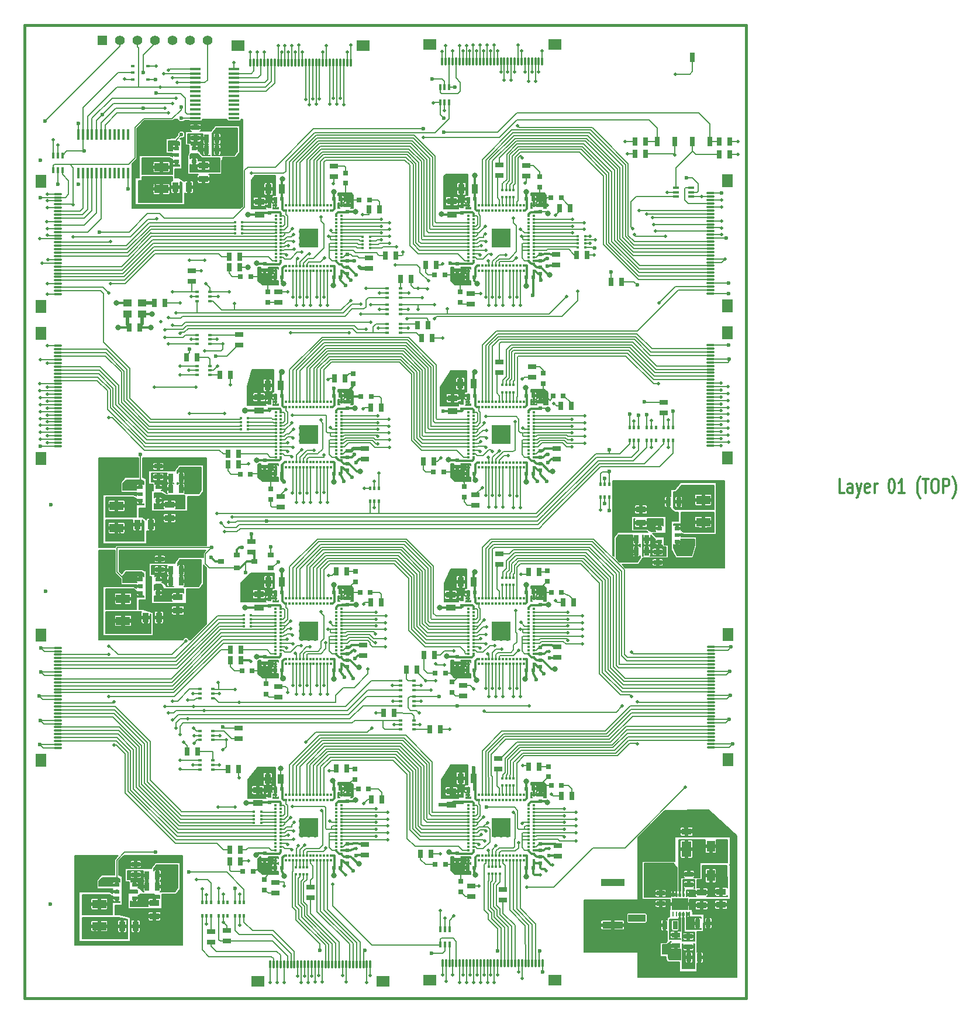
<source format=gtl>
G04 (created by PCBNEW-RS274X (2011-04-29 BZR 2986)-stable) date 12/09/2011 16:32:35*
G01*
G70*
G90*
%MOIN*%
G04 Gerber Fmt 3.4, Leading zero omitted, Abs format*
%FSLAX34Y34*%
G04 APERTURE LIST*
%ADD10C,0.006000*%
%ADD11C,0.012000*%
%ADD12C,0.015000*%
%ADD13R,0.110200X0.110200*%
%ADD14R,0.011800X0.011800*%
%ADD15R,0.074800X0.063000*%
%ADD16O,0.011800X0.049200*%
%ADD17R,0.045000X0.025000*%
%ADD18R,0.030000X0.020000*%
%ADD19R,0.025000X0.045000*%
%ADD20R,0.093700X0.065000*%
%ADD21R,0.009800X0.026600*%
%ADD22R,0.055100X0.086600*%
%ADD23R,0.055100X0.035400*%
%ADD24R,0.015700X0.019700*%
%ADD25R,0.019700X0.015700*%
%ADD26R,0.063000X0.074800*%
%ADD27O,0.049200X0.011800*%
%ADD28R,0.011800X0.063000*%
%ADD29R,0.063000X0.011800*%
%ADD30R,0.051200X0.043300*%
%ADD31R,0.025600X0.053100*%
%ADD32R,0.013800X0.033500*%
%ADD33R,0.037400X0.025600*%
%ADD34R,0.031400X0.031400*%
%ADD35R,0.023600X0.015700*%
%ADD36R,0.033500X0.013800*%
%ADD37R,0.047200X0.063000*%
%ADD38R,0.078700X0.047200*%
%ADD39R,0.137800X0.039400*%
%ADD40R,0.118100X0.039400*%
%ADD41R,0.098400X0.039400*%
%ADD42R,0.017700X0.013800*%
%ADD43R,0.011800X0.013800*%
%ADD44R,0.013800X0.017700*%
%ADD45R,0.013800X0.011800*%
%ADD46R,0.024400X0.024400*%
%ADD47R,0.055000X0.055000*%
%ADD48C,0.055000*%
%ADD49R,0.055000X0.035000*%
%ADD50R,0.035000X0.055000*%
%ADD51C,0.035400*%
%ADD52C,0.031500*%
%ADD53C,0.023600*%
%ADD54C,0.019700*%
%ADD55C,0.011800*%
%ADD56C,0.019700*%
%ADD57C,0.005900*%
G04 APERTURE END LIST*
G54D10*
G54D11*
X61973Y-36524D02*
X61687Y-36524D01*
X61687Y-35724D01*
X62430Y-36524D02*
X62430Y-36105D01*
X62401Y-36029D01*
X62344Y-35990D01*
X62230Y-35990D01*
X62173Y-36029D01*
X62430Y-36486D02*
X62373Y-36524D01*
X62230Y-36524D01*
X62173Y-36486D01*
X62144Y-36410D01*
X62144Y-36333D01*
X62173Y-36257D01*
X62230Y-36219D01*
X62373Y-36219D01*
X62430Y-36181D01*
X62659Y-35990D02*
X62802Y-36524D01*
X62944Y-35990D02*
X62802Y-36524D01*
X62744Y-36714D01*
X62716Y-36752D01*
X62659Y-36790D01*
X63401Y-36486D02*
X63344Y-36524D01*
X63230Y-36524D01*
X63173Y-36486D01*
X63144Y-36410D01*
X63144Y-36105D01*
X63173Y-36029D01*
X63230Y-35990D01*
X63344Y-35990D01*
X63401Y-36029D01*
X63430Y-36105D01*
X63430Y-36181D01*
X63144Y-36257D01*
X63687Y-36524D02*
X63687Y-35990D01*
X63687Y-36143D02*
X63715Y-36067D01*
X63744Y-36029D01*
X63801Y-35990D01*
X63858Y-35990D01*
X64629Y-35724D02*
X64686Y-35724D01*
X64743Y-35762D01*
X64772Y-35800D01*
X64801Y-35876D01*
X64829Y-36029D01*
X64829Y-36219D01*
X64801Y-36371D01*
X64772Y-36448D01*
X64743Y-36486D01*
X64686Y-36524D01*
X64629Y-36524D01*
X64572Y-36486D01*
X64543Y-36448D01*
X64515Y-36371D01*
X64486Y-36219D01*
X64486Y-36029D01*
X64515Y-35876D01*
X64543Y-35800D01*
X64572Y-35762D01*
X64629Y-35724D01*
X65400Y-36524D02*
X65057Y-36524D01*
X65229Y-36524D02*
X65229Y-35724D01*
X65172Y-35838D01*
X65114Y-35914D01*
X65057Y-35952D01*
X66285Y-36829D02*
X66257Y-36790D01*
X66200Y-36676D01*
X66171Y-36600D01*
X66142Y-36486D01*
X66114Y-36295D01*
X66114Y-36143D01*
X66142Y-35952D01*
X66171Y-35838D01*
X66200Y-35762D01*
X66257Y-35648D01*
X66285Y-35610D01*
X66428Y-35724D02*
X66771Y-35724D01*
X66600Y-36524D02*
X66600Y-35724D01*
X67085Y-35724D02*
X67199Y-35724D01*
X67257Y-35762D01*
X67314Y-35838D01*
X67342Y-35990D01*
X67342Y-36257D01*
X67314Y-36410D01*
X67257Y-36486D01*
X67199Y-36524D01*
X67085Y-36524D01*
X67028Y-36486D01*
X66971Y-36410D01*
X66942Y-36257D01*
X66942Y-35990D01*
X66971Y-35838D01*
X67028Y-35762D01*
X67085Y-35724D01*
X67600Y-36524D02*
X67600Y-35724D01*
X67828Y-35724D01*
X67886Y-35762D01*
X67914Y-35800D01*
X67943Y-35876D01*
X67943Y-35990D01*
X67914Y-36067D01*
X67886Y-36105D01*
X67828Y-36143D01*
X67600Y-36143D01*
X68143Y-36829D02*
X68171Y-36790D01*
X68228Y-36676D01*
X68257Y-36600D01*
X68286Y-36486D01*
X68314Y-36295D01*
X68314Y-36143D01*
X68286Y-35952D01*
X68257Y-35838D01*
X68228Y-35762D01*
X68171Y-35648D01*
X68143Y-35610D01*
G54D12*
X56358Y-09882D02*
X56358Y-11083D01*
X15236Y-09882D02*
X15236Y-11063D01*
X56358Y-65335D02*
X15236Y-65335D01*
X15236Y-09882D02*
X56358Y-09882D01*
X56358Y-65335D02*
X56358Y-11102D01*
X15236Y-18661D02*
X15236Y-11102D01*
X15236Y-65315D02*
X15236Y-65335D01*
X15236Y-18681D02*
X15236Y-65315D01*
G54D13*
X31418Y-22009D03*
G54D14*
X33288Y-23879D03*
X29548Y-23879D03*
X33288Y-20139D03*
X29548Y-20139D03*
X29942Y-20139D03*
X30139Y-20139D03*
X30336Y-20139D03*
X30533Y-20139D03*
X30729Y-20139D03*
X30926Y-20139D03*
X31123Y-20139D03*
X31320Y-20139D03*
X31507Y-20139D03*
X31714Y-20139D03*
X31911Y-20139D03*
X32108Y-20139D03*
X32304Y-20139D03*
X32501Y-20139D03*
X32698Y-20139D03*
X32894Y-20139D03*
X30138Y-20434D03*
X30335Y-20434D03*
X30532Y-20434D03*
X30729Y-20434D03*
X30926Y-20434D03*
X31123Y-20434D03*
X31320Y-20434D03*
X31516Y-20434D03*
X31713Y-20434D03*
X31910Y-20434D03*
X32107Y-20434D03*
X32304Y-20434D03*
X32501Y-20434D03*
X32698Y-20434D03*
X29548Y-20533D03*
X29548Y-20729D03*
X29548Y-20926D03*
X29548Y-21123D03*
X29548Y-21320D03*
X29548Y-21517D03*
X29548Y-21911D03*
X29548Y-22108D03*
X29548Y-22304D03*
X29548Y-22501D03*
X29548Y-22894D03*
X29548Y-23091D03*
X29548Y-23288D03*
X29548Y-23485D03*
X29548Y-21714D03*
X29548Y-22698D03*
X29843Y-20729D03*
X29843Y-20926D03*
X29843Y-21123D03*
X29843Y-21320D03*
X29843Y-21517D03*
X29843Y-21714D03*
X29843Y-21911D03*
X29843Y-22107D03*
X29843Y-22304D03*
X29843Y-22501D03*
X29843Y-22698D03*
X29843Y-22895D03*
X29843Y-23092D03*
X29843Y-23289D03*
X29942Y-23879D03*
X30138Y-23879D03*
X30335Y-23879D03*
X30532Y-23879D03*
X30729Y-23879D03*
X30926Y-23879D03*
X31123Y-23879D03*
X31320Y-23879D03*
X31516Y-23879D03*
X31713Y-23879D03*
X31910Y-23879D03*
X32107Y-23879D03*
X32304Y-23879D03*
X32501Y-23879D03*
X32698Y-23879D03*
X32894Y-23879D03*
X30138Y-23584D03*
X30335Y-23584D03*
X30532Y-23584D03*
X30729Y-23584D03*
X30926Y-23584D03*
X31123Y-23584D03*
X31320Y-23584D03*
X31516Y-23584D03*
X31713Y-23584D03*
X31910Y-23584D03*
X32107Y-23584D03*
X32304Y-23584D03*
X32501Y-23584D03*
X32698Y-23584D03*
X33288Y-23485D03*
X33288Y-23289D03*
X33288Y-23092D03*
X33288Y-22895D03*
X33288Y-22698D03*
X33288Y-22501D03*
X33288Y-22304D03*
X33288Y-22107D03*
X33288Y-21911D03*
X33288Y-21714D03*
X33288Y-21517D03*
X33288Y-21123D03*
X33288Y-21320D03*
X33288Y-20926D03*
X33288Y-20729D03*
X33288Y-20533D03*
X32993Y-23289D03*
X32993Y-23092D03*
X32993Y-22895D03*
X32993Y-22698D03*
X32993Y-22501D03*
X32993Y-22304D03*
X32993Y-22107D03*
X32993Y-21911D03*
X32993Y-21714D03*
X32993Y-21517D03*
X32993Y-21320D03*
X32993Y-21123D03*
X32993Y-20926D03*
X32993Y-20729D03*
G54D13*
X42402Y-33209D03*
G54D14*
X44272Y-35079D03*
X40532Y-35079D03*
X44272Y-31339D03*
X40532Y-31339D03*
X40926Y-31339D03*
X41123Y-31339D03*
X41320Y-31339D03*
X41517Y-31339D03*
X41713Y-31339D03*
X41910Y-31339D03*
X42107Y-31339D03*
X42304Y-31339D03*
X42491Y-31339D03*
X42698Y-31339D03*
X42895Y-31339D03*
X43092Y-31339D03*
X43288Y-31339D03*
X43485Y-31339D03*
X43682Y-31339D03*
X43878Y-31339D03*
X41122Y-31634D03*
X41319Y-31634D03*
X41516Y-31634D03*
X41713Y-31634D03*
X41910Y-31634D03*
X42107Y-31634D03*
X42304Y-31634D03*
X42500Y-31634D03*
X42697Y-31634D03*
X42894Y-31634D03*
X43091Y-31634D03*
X43288Y-31634D03*
X43485Y-31634D03*
X43682Y-31634D03*
X40532Y-31733D03*
X40532Y-31929D03*
X40532Y-32126D03*
X40532Y-32323D03*
X40532Y-32520D03*
X40532Y-32717D03*
X40532Y-33111D03*
X40532Y-33308D03*
X40532Y-33504D03*
X40532Y-33701D03*
X40532Y-34094D03*
X40532Y-34291D03*
X40532Y-34488D03*
X40532Y-34685D03*
X40532Y-32914D03*
X40532Y-33898D03*
X40827Y-31929D03*
X40827Y-32126D03*
X40827Y-32323D03*
X40827Y-32520D03*
X40827Y-32717D03*
X40827Y-32914D03*
X40827Y-33111D03*
X40827Y-33307D03*
X40827Y-33504D03*
X40827Y-33701D03*
X40827Y-33898D03*
X40827Y-34095D03*
X40827Y-34292D03*
X40827Y-34489D03*
X40926Y-35079D03*
X41122Y-35079D03*
X41319Y-35079D03*
X41516Y-35079D03*
X41713Y-35079D03*
X41910Y-35079D03*
X42107Y-35079D03*
X42304Y-35079D03*
X42500Y-35079D03*
X42697Y-35079D03*
X42894Y-35079D03*
X43091Y-35079D03*
X43288Y-35079D03*
X43485Y-35079D03*
X43682Y-35079D03*
X43878Y-35079D03*
X41122Y-34784D03*
X41319Y-34784D03*
X41516Y-34784D03*
X41713Y-34784D03*
X41910Y-34784D03*
X42107Y-34784D03*
X42304Y-34784D03*
X42500Y-34784D03*
X42697Y-34784D03*
X42894Y-34784D03*
X43091Y-34784D03*
X43288Y-34784D03*
X43485Y-34784D03*
X43682Y-34784D03*
X44272Y-34685D03*
X44272Y-34489D03*
X44272Y-34292D03*
X44272Y-34095D03*
X44272Y-33898D03*
X44272Y-33701D03*
X44272Y-33504D03*
X44272Y-33307D03*
X44272Y-33111D03*
X44272Y-32914D03*
X44272Y-32717D03*
X44272Y-32323D03*
X44272Y-32520D03*
X44272Y-32126D03*
X44272Y-31929D03*
X44272Y-31733D03*
X43977Y-34489D03*
X43977Y-34292D03*
X43977Y-34095D03*
X43977Y-33898D03*
X43977Y-33701D03*
X43977Y-33504D03*
X43977Y-33307D03*
X43977Y-33111D03*
X43977Y-32914D03*
X43977Y-32717D03*
X43977Y-32520D03*
X43977Y-32323D03*
X43977Y-32126D03*
X43977Y-31929D03*
G54D13*
X42402Y-22007D03*
G54D14*
X44272Y-23877D03*
X40532Y-23877D03*
X44272Y-20137D03*
X40532Y-20137D03*
X40926Y-20137D03*
X41123Y-20137D03*
X41320Y-20137D03*
X41517Y-20137D03*
X41713Y-20137D03*
X41910Y-20137D03*
X42107Y-20137D03*
X42304Y-20137D03*
X42491Y-20137D03*
X42698Y-20137D03*
X42895Y-20137D03*
X43092Y-20137D03*
X43288Y-20137D03*
X43485Y-20137D03*
X43682Y-20137D03*
X43878Y-20137D03*
X41122Y-20432D03*
X41319Y-20432D03*
X41516Y-20432D03*
X41713Y-20432D03*
X41910Y-20432D03*
X42107Y-20432D03*
X42304Y-20432D03*
X42500Y-20432D03*
X42697Y-20432D03*
X42894Y-20432D03*
X43091Y-20432D03*
X43288Y-20432D03*
X43485Y-20432D03*
X43682Y-20432D03*
X40532Y-20531D03*
X40532Y-20727D03*
X40532Y-20924D03*
X40532Y-21121D03*
X40532Y-21318D03*
X40532Y-21515D03*
X40532Y-21909D03*
X40532Y-22106D03*
X40532Y-22302D03*
X40532Y-22499D03*
X40532Y-22892D03*
X40532Y-23089D03*
X40532Y-23286D03*
X40532Y-23483D03*
X40532Y-21712D03*
X40532Y-22696D03*
X40827Y-20727D03*
X40827Y-20924D03*
X40827Y-21121D03*
X40827Y-21318D03*
X40827Y-21515D03*
X40827Y-21712D03*
X40827Y-21909D03*
X40827Y-22105D03*
X40827Y-22302D03*
X40827Y-22499D03*
X40827Y-22696D03*
X40827Y-22893D03*
X40827Y-23090D03*
X40827Y-23287D03*
X40926Y-23877D03*
X41122Y-23877D03*
X41319Y-23877D03*
X41516Y-23877D03*
X41713Y-23877D03*
X41910Y-23877D03*
X42107Y-23877D03*
X42304Y-23877D03*
X42500Y-23877D03*
X42697Y-23877D03*
X42894Y-23877D03*
X43091Y-23877D03*
X43288Y-23877D03*
X43485Y-23877D03*
X43682Y-23877D03*
X43878Y-23877D03*
X41122Y-23582D03*
X41319Y-23582D03*
X41516Y-23582D03*
X41713Y-23582D03*
X41910Y-23582D03*
X42107Y-23582D03*
X42304Y-23582D03*
X42500Y-23582D03*
X42697Y-23582D03*
X42894Y-23582D03*
X43091Y-23582D03*
X43288Y-23582D03*
X43485Y-23582D03*
X43682Y-23582D03*
X44272Y-23483D03*
X44272Y-23287D03*
X44272Y-23090D03*
X44272Y-22893D03*
X44272Y-22696D03*
X44272Y-22499D03*
X44272Y-22302D03*
X44272Y-22105D03*
X44272Y-21909D03*
X44272Y-21712D03*
X44272Y-21515D03*
X44272Y-21121D03*
X44272Y-21318D03*
X44272Y-20924D03*
X44272Y-20727D03*
X44272Y-20531D03*
X43977Y-23287D03*
X43977Y-23090D03*
X43977Y-22893D03*
X43977Y-22696D03*
X43977Y-22499D03*
X43977Y-22302D03*
X43977Y-22105D03*
X43977Y-21909D03*
X43977Y-21712D03*
X43977Y-21515D03*
X43977Y-21318D03*
X43977Y-21121D03*
X43977Y-20924D03*
X43977Y-20727D03*
G54D13*
X31418Y-33206D03*
G54D14*
X33288Y-35076D03*
X29548Y-35076D03*
X33288Y-31336D03*
X29548Y-31336D03*
X29942Y-31336D03*
X30139Y-31336D03*
X30336Y-31336D03*
X30533Y-31336D03*
X30729Y-31336D03*
X30926Y-31336D03*
X31123Y-31336D03*
X31320Y-31336D03*
X31507Y-31336D03*
X31714Y-31336D03*
X31911Y-31336D03*
X32108Y-31336D03*
X32304Y-31336D03*
X32501Y-31336D03*
X32698Y-31336D03*
X32894Y-31336D03*
X30138Y-31631D03*
X30335Y-31631D03*
X30532Y-31631D03*
X30729Y-31631D03*
X30926Y-31631D03*
X31123Y-31631D03*
X31320Y-31631D03*
X31516Y-31631D03*
X31713Y-31631D03*
X31910Y-31631D03*
X32107Y-31631D03*
X32304Y-31631D03*
X32501Y-31631D03*
X32698Y-31631D03*
X29548Y-31730D03*
X29548Y-31926D03*
X29548Y-32123D03*
X29548Y-32320D03*
X29548Y-32517D03*
X29548Y-32714D03*
X29548Y-33108D03*
X29548Y-33305D03*
X29548Y-33501D03*
X29548Y-33698D03*
X29548Y-34091D03*
X29548Y-34288D03*
X29548Y-34485D03*
X29548Y-34682D03*
X29548Y-32911D03*
X29548Y-33895D03*
X29843Y-31926D03*
X29843Y-32123D03*
X29843Y-32320D03*
X29843Y-32517D03*
X29843Y-32714D03*
X29843Y-32911D03*
X29843Y-33108D03*
X29843Y-33304D03*
X29843Y-33501D03*
X29843Y-33698D03*
X29843Y-33895D03*
X29843Y-34092D03*
X29843Y-34289D03*
X29843Y-34486D03*
X29942Y-35076D03*
X30138Y-35076D03*
X30335Y-35076D03*
X30532Y-35076D03*
X30729Y-35076D03*
X30926Y-35076D03*
X31123Y-35076D03*
X31320Y-35076D03*
X31516Y-35076D03*
X31713Y-35076D03*
X31910Y-35076D03*
X32107Y-35076D03*
X32304Y-35076D03*
X32501Y-35076D03*
X32698Y-35076D03*
X32894Y-35076D03*
X30138Y-34781D03*
X30335Y-34781D03*
X30532Y-34781D03*
X30729Y-34781D03*
X30926Y-34781D03*
X31123Y-34781D03*
X31320Y-34781D03*
X31516Y-34781D03*
X31713Y-34781D03*
X31910Y-34781D03*
X32107Y-34781D03*
X32304Y-34781D03*
X32501Y-34781D03*
X32698Y-34781D03*
X33288Y-34682D03*
X33288Y-34486D03*
X33288Y-34289D03*
X33288Y-34092D03*
X33288Y-33895D03*
X33288Y-33698D03*
X33288Y-33501D03*
X33288Y-33304D03*
X33288Y-33108D03*
X33288Y-32911D03*
X33288Y-32714D03*
X33288Y-32320D03*
X33288Y-32517D03*
X33288Y-32123D03*
X33288Y-31926D03*
X33288Y-31730D03*
X32993Y-34486D03*
X32993Y-34289D03*
X32993Y-34092D03*
X32993Y-33895D03*
X32993Y-33698D03*
X32993Y-33501D03*
X32993Y-33304D03*
X32993Y-33108D03*
X32993Y-32911D03*
X32993Y-32714D03*
X32993Y-32517D03*
X32993Y-32320D03*
X32993Y-32123D03*
X32993Y-31926D03*
G54D13*
X31417Y-55610D03*
G54D14*
X33287Y-57480D03*
X29547Y-57480D03*
X33287Y-53740D03*
X29547Y-53740D03*
X29941Y-53740D03*
X30138Y-53740D03*
X30335Y-53740D03*
X30532Y-53740D03*
X30728Y-53740D03*
X30925Y-53740D03*
X31122Y-53740D03*
X31319Y-53740D03*
X31506Y-53740D03*
X31713Y-53740D03*
X31910Y-53740D03*
X32107Y-53740D03*
X32303Y-53740D03*
X32500Y-53740D03*
X32697Y-53740D03*
X32893Y-53740D03*
X30137Y-54035D03*
X30334Y-54035D03*
X30531Y-54035D03*
X30728Y-54035D03*
X30925Y-54035D03*
X31122Y-54035D03*
X31319Y-54035D03*
X31515Y-54035D03*
X31712Y-54035D03*
X31909Y-54035D03*
X32106Y-54035D03*
X32303Y-54035D03*
X32500Y-54035D03*
X32697Y-54035D03*
X29547Y-54134D03*
X29547Y-54330D03*
X29547Y-54527D03*
X29547Y-54724D03*
X29547Y-54921D03*
X29547Y-55118D03*
X29547Y-55512D03*
X29547Y-55709D03*
X29547Y-55905D03*
X29547Y-56102D03*
X29547Y-56495D03*
X29547Y-56692D03*
X29547Y-56889D03*
X29547Y-57086D03*
X29547Y-55315D03*
X29547Y-56299D03*
X29842Y-54330D03*
X29842Y-54527D03*
X29842Y-54724D03*
X29842Y-54921D03*
X29842Y-55118D03*
X29842Y-55315D03*
X29842Y-55512D03*
X29842Y-55708D03*
X29842Y-55905D03*
X29842Y-56102D03*
X29842Y-56299D03*
X29842Y-56496D03*
X29842Y-56693D03*
X29842Y-56890D03*
X29941Y-57480D03*
X30137Y-57480D03*
X30334Y-57480D03*
X30531Y-57480D03*
X30728Y-57480D03*
X30925Y-57480D03*
X31122Y-57480D03*
X31319Y-57480D03*
X31515Y-57480D03*
X31712Y-57480D03*
X31909Y-57480D03*
X32106Y-57480D03*
X32303Y-57480D03*
X32500Y-57480D03*
X32697Y-57480D03*
X32893Y-57480D03*
X30137Y-57185D03*
X30334Y-57185D03*
X30531Y-57185D03*
X30728Y-57185D03*
X30925Y-57185D03*
X31122Y-57185D03*
X31319Y-57185D03*
X31515Y-57185D03*
X31712Y-57185D03*
X31909Y-57185D03*
X32106Y-57185D03*
X32303Y-57185D03*
X32500Y-57185D03*
X32697Y-57185D03*
X33287Y-57086D03*
X33287Y-56890D03*
X33287Y-56693D03*
X33287Y-56496D03*
X33287Y-56299D03*
X33287Y-56102D03*
X33287Y-55905D03*
X33287Y-55708D03*
X33287Y-55512D03*
X33287Y-55315D03*
X33287Y-55118D03*
X33287Y-54724D03*
X33287Y-54921D03*
X33287Y-54527D03*
X33287Y-54330D03*
X33287Y-54134D03*
X32992Y-56890D03*
X32992Y-56693D03*
X32992Y-56496D03*
X32992Y-56299D03*
X32992Y-56102D03*
X32992Y-55905D03*
X32992Y-55708D03*
X32992Y-55512D03*
X32992Y-55315D03*
X32992Y-55118D03*
X32992Y-54921D03*
X32992Y-54724D03*
X32992Y-54527D03*
X32992Y-54330D03*
G54D13*
X42401Y-55611D03*
G54D14*
X44271Y-57481D03*
X40531Y-57481D03*
X44271Y-53741D03*
X40531Y-53741D03*
X40925Y-53741D03*
X41122Y-53741D03*
X41319Y-53741D03*
X41516Y-53741D03*
X41712Y-53741D03*
X41909Y-53741D03*
X42106Y-53741D03*
X42303Y-53741D03*
X42490Y-53741D03*
X42697Y-53741D03*
X42894Y-53741D03*
X43091Y-53741D03*
X43287Y-53741D03*
X43484Y-53741D03*
X43681Y-53741D03*
X43877Y-53741D03*
X41121Y-54036D03*
X41318Y-54036D03*
X41515Y-54036D03*
X41712Y-54036D03*
X41909Y-54036D03*
X42106Y-54036D03*
X42303Y-54036D03*
X42499Y-54036D03*
X42696Y-54036D03*
X42893Y-54036D03*
X43090Y-54036D03*
X43287Y-54036D03*
X43484Y-54036D03*
X43681Y-54036D03*
X40531Y-54135D03*
X40531Y-54331D03*
X40531Y-54528D03*
X40531Y-54725D03*
X40531Y-54922D03*
X40531Y-55119D03*
X40531Y-55513D03*
X40531Y-55710D03*
X40531Y-55906D03*
X40531Y-56103D03*
X40531Y-56496D03*
X40531Y-56693D03*
X40531Y-56890D03*
X40531Y-57087D03*
X40531Y-55316D03*
X40531Y-56300D03*
X40826Y-54331D03*
X40826Y-54528D03*
X40826Y-54725D03*
X40826Y-54922D03*
X40826Y-55119D03*
X40826Y-55316D03*
X40826Y-55513D03*
X40826Y-55709D03*
X40826Y-55906D03*
X40826Y-56103D03*
X40826Y-56300D03*
X40826Y-56497D03*
X40826Y-56694D03*
X40826Y-56891D03*
X40925Y-57481D03*
X41121Y-57481D03*
X41318Y-57481D03*
X41515Y-57481D03*
X41712Y-57481D03*
X41909Y-57481D03*
X42106Y-57481D03*
X42303Y-57481D03*
X42499Y-57481D03*
X42696Y-57481D03*
X42893Y-57481D03*
X43090Y-57481D03*
X43287Y-57481D03*
X43484Y-57481D03*
X43681Y-57481D03*
X43877Y-57481D03*
X41121Y-57186D03*
X41318Y-57186D03*
X41515Y-57186D03*
X41712Y-57186D03*
X41909Y-57186D03*
X42106Y-57186D03*
X42303Y-57186D03*
X42499Y-57186D03*
X42696Y-57186D03*
X42893Y-57186D03*
X43090Y-57186D03*
X43287Y-57186D03*
X43484Y-57186D03*
X43681Y-57186D03*
X44271Y-57087D03*
X44271Y-56891D03*
X44271Y-56694D03*
X44271Y-56497D03*
X44271Y-56300D03*
X44271Y-56103D03*
X44271Y-55906D03*
X44271Y-55709D03*
X44271Y-55513D03*
X44271Y-55316D03*
X44271Y-55119D03*
X44271Y-54725D03*
X44271Y-54922D03*
X44271Y-54528D03*
X44271Y-54331D03*
X44271Y-54135D03*
X43976Y-56891D03*
X43976Y-56694D03*
X43976Y-56497D03*
X43976Y-56300D03*
X43976Y-56103D03*
X43976Y-55906D03*
X43976Y-55709D03*
X43976Y-55513D03*
X43976Y-55316D03*
X43976Y-55119D03*
X43976Y-54922D03*
X43976Y-54725D03*
X43976Y-54528D03*
X43976Y-54331D03*
G54D13*
X42401Y-44412D03*
G54D14*
X44271Y-46282D03*
X40531Y-46282D03*
X44271Y-42542D03*
X40531Y-42542D03*
X40925Y-42542D03*
X41122Y-42542D03*
X41319Y-42542D03*
X41516Y-42542D03*
X41712Y-42542D03*
X41909Y-42542D03*
X42106Y-42542D03*
X42303Y-42542D03*
X42490Y-42542D03*
X42697Y-42542D03*
X42894Y-42542D03*
X43091Y-42542D03*
X43287Y-42542D03*
X43484Y-42542D03*
X43681Y-42542D03*
X43877Y-42542D03*
X41121Y-42837D03*
X41318Y-42837D03*
X41515Y-42837D03*
X41712Y-42837D03*
X41909Y-42837D03*
X42106Y-42837D03*
X42303Y-42837D03*
X42499Y-42837D03*
X42696Y-42837D03*
X42893Y-42837D03*
X43090Y-42837D03*
X43287Y-42837D03*
X43484Y-42837D03*
X43681Y-42837D03*
X40531Y-42936D03*
X40531Y-43132D03*
X40531Y-43329D03*
X40531Y-43526D03*
X40531Y-43723D03*
X40531Y-43920D03*
X40531Y-44314D03*
X40531Y-44511D03*
X40531Y-44707D03*
X40531Y-44904D03*
X40531Y-45297D03*
X40531Y-45494D03*
X40531Y-45691D03*
X40531Y-45888D03*
X40531Y-44117D03*
X40531Y-45101D03*
X40826Y-43132D03*
X40826Y-43329D03*
X40826Y-43526D03*
X40826Y-43723D03*
X40826Y-43920D03*
X40826Y-44117D03*
X40826Y-44314D03*
X40826Y-44510D03*
X40826Y-44707D03*
X40826Y-44904D03*
X40826Y-45101D03*
X40826Y-45298D03*
X40826Y-45495D03*
X40826Y-45692D03*
X40925Y-46282D03*
X41121Y-46282D03*
X41318Y-46282D03*
X41515Y-46282D03*
X41712Y-46282D03*
X41909Y-46282D03*
X42106Y-46282D03*
X42303Y-46282D03*
X42499Y-46282D03*
X42696Y-46282D03*
X42893Y-46282D03*
X43090Y-46282D03*
X43287Y-46282D03*
X43484Y-46282D03*
X43681Y-46282D03*
X43877Y-46282D03*
X41121Y-45987D03*
X41318Y-45987D03*
X41515Y-45987D03*
X41712Y-45987D03*
X41909Y-45987D03*
X42106Y-45987D03*
X42303Y-45987D03*
X42499Y-45987D03*
X42696Y-45987D03*
X42893Y-45987D03*
X43090Y-45987D03*
X43287Y-45987D03*
X43484Y-45987D03*
X43681Y-45987D03*
X44271Y-45888D03*
X44271Y-45692D03*
X44271Y-45495D03*
X44271Y-45298D03*
X44271Y-45101D03*
X44271Y-44904D03*
X44271Y-44707D03*
X44271Y-44510D03*
X44271Y-44314D03*
X44271Y-44117D03*
X44271Y-43920D03*
X44271Y-43526D03*
X44271Y-43723D03*
X44271Y-43329D03*
X44271Y-43132D03*
X44271Y-42936D03*
X43976Y-45692D03*
X43976Y-45495D03*
X43976Y-45298D03*
X43976Y-45101D03*
X43976Y-44904D03*
X43976Y-44707D03*
X43976Y-44510D03*
X43976Y-44314D03*
X43976Y-44117D03*
X43976Y-43920D03*
X43976Y-43723D03*
X43976Y-43526D03*
X43976Y-43329D03*
X43976Y-43132D03*
G54D13*
X31417Y-44411D03*
G54D14*
X33287Y-46281D03*
X29547Y-46281D03*
X33287Y-42541D03*
X29547Y-42541D03*
X29941Y-42541D03*
X30138Y-42541D03*
X30335Y-42541D03*
X30532Y-42541D03*
X30728Y-42541D03*
X30925Y-42541D03*
X31122Y-42541D03*
X31319Y-42541D03*
X31506Y-42541D03*
X31713Y-42541D03*
X31910Y-42541D03*
X32107Y-42541D03*
X32303Y-42541D03*
X32500Y-42541D03*
X32697Y-42541D03*
X32893Y-42541D03*
X30137Y-42836D03*
X30334Y-42836D03*
X30531Y-42836D03*
X30728Y-42836D03*
X30925Y-42836D03*
X31122Y-42836D03*
X31319Y-42836D03*
X31515Y-42836D03*
X31712Y-42836D03*
X31909Y-42836D03*
X32106Y-42836D03*
X32303Y-42836D03*
X32500Y-42836D03*
X32697Y-42836D03*
X29547Y-42935D03*
X29547Y-43131D03*
X29547Y-43328D03*
X29547Y-43525D03*
X29547Y-43722D03*
X29547Y-43919D03*
X29547Y-44313D03*
X29547Y-44510D03*
X29547Y-44706D03*
X29547Y-44903D03*
X29547Y-45296D03*
X29547Y-45493D03*
X29547Y-45690D03*
X29547Y-45887D03*
X29547Y-44116D03*
X29547Y-45100D03*
X29842Y-43131D03*
X29842Y-43328D03*
X29842Y-43525D03*
X29842Y-43722D03*
X29842Y-43919D03*
X29842Y-44116D03*
X29842Y-44313D03*
X29842Y-44509D03*
X29842Y-44706D03*
X29842Y-44903D03*
X29842Y-45100D03*
X29842Y-45297D03*
X29842Y-45494D03*
X29842Y-45691D03*
X29941Y-46281D03*
X30137Y-46281D03*
X30334Y-46281D03*
X30531Y-46281D03*
X30728Y-46281D03*
X30925Y-46281D03*
X31122Y-46281D03*
X31319Y-46281D03*
X31515Y-46281D03*
X31712Y-46281D03*
X31909Y-46281D03*
X32106Y-46281D03*
X32303Y-46281D03*
X32500Y-46281D03*
X32697Y-46281D03*
X32893Y-46281D03*
X30137Y-45986D03*
X30334Y-45986D03*
X30531Y-45986D03*
X30728Y-45986D03*
X30925Y-45986D03*
X31122Y-45986D03*
X31319Y-45986D03*
X31515Y-45986D03*
X31712Y-45986D03*
X31909Y-45986D03*
X32106Y-45986D03*
X32303Y-45986D03*
X32500Y-45986D03*
X32697Y-45986D03*
X33287Y-45887D03*
X33287Y-45691D03*
X33287Y-45494D03*
X33287Y-45297D03*
X33287Y-45100D03*
X33287Y-44903D03*
X33287Y-44706D03*
X33287Y-44509D03*
X33287Y-44313D03*
X33287Y-44116D03*
X33287Y-43919D03*
X33287Y-43525D03*
X33287Y-43722D03*
X33287Y-43328D03*
X33287Y-43131D03*
X33287Y-42935D03*
X32992Y-45691D03*
X32992Y-45494D03*
X32992Y-45297D03*
X32992Y-45100D03*
X32992Y-44903D03*
X32992Y-44706D03*
X32992Y-44509D03*
X32992Y-44313D03*
X32992Y-44116D03*
X32992Y-43919D03*
X32992Y-43722D03*
X32992Y-43525D03*
X32992Y-43328D03*
X32992Y-43131D03*
G54D15*
X45454Y-10964D03*
X38328Y-10964D03*
G54D16*
X39036Y-11928D03*
X39232Y-11928D03*
X39429Y-11928D03*
X39626Y-11928D03*
X39823Y-11928D03*
X40020Y-11928D03*
X40217Y-11928D03*
X40414Y-11928D03*
X40610Y-11928D03*
X40807Y-11928D03*
X41004Y-11928D03*
X41201Y-11928D03*
X41398Y-11928D03*
X41595Y-11928D03*
X41793Y-11929D03*
X41988Y-11928D03*
X42185Y-11928D03*
X42382Y-11928D03*
X42776Y-11928D03*
X43170Y-11928D03*
X43563Y-11928D03*
X43366Y-11928D03*
X42973Y-11928D03*
X42579Y-11928D03*
X43760Y-11928D03*
X43957Y-11928D03*
X44154Y-11928D03*
X44351Y-11928D03*
X44547Y-11928D03*
X44746Y-11928D03*
G54D15*
X34526Y-11022D03*
X27400Y-11022D03*
G54D16*
X28108Y-11986D03*
X28304Y-11986D03*
X28501Y-11986D03*
X28698Y-11986D03*
X28895Y-11986D03*
X29092Y-11986D03*
X29289Y-11986D03*
X29486Y-11986D03*
X29682Y-11986D03*
X29879Y-11986D03*
X30076Y-11986D03*
X30273Y-11986D03*
X30470Y-11986D03*
X30667Y-11986D03*
X30865Y-11987D03*
X31060Y-11986D03*
X31257Y-11986D03*
X31454Y-11986D03*
X31848Y-11986D03*
X32242Y-11986D03*
X32635Y-11986D03*
X32438Y-11986D03*
X32045Y-11986D03*
X31651Y-11986D03*
X32832Y-11986D03*
X33029Y-11986D03*
X33226Y-11986D03*
X33423Y-11986D03*
X33619Y-11986D03*
X33818Y-11986D03*
G54D17*
X34528Y-45812D03*
X34528Y-45212D03*
X34646Y-57170D03*
X34646Y-56570D03*
X45531Y-23528D03*
X45531Y-22928D03*
X45551Y-34610D03*
X45551Y-34010D03*
G54D18*
X20485Y-58877D03*
X20485Y-59627D03*
X21485Y-58877D03*
X20485Y-59252D03*
X21485Y-59627D03*
G54D17*
X21575Y-58293D03*
X21575Y-57693D03*
G54D19*
X22800Y-58327D03*
X22200Y-58327D03*
G54D18*
X21841Y-36213D03*
X21841Y-36963D03*
X22841Y-36213D03*
X21841Y-36588D03*
X22841Y-36963D03*
G54D17*
X22855Y-35616D03*
X22855Y-35016D03*
G54D19*
X24156Y-35663D03*
X23556Y-35663D03*
X24160Y-40923D03*
X23560Y-40923D03*
G54D17*
X22935Y-40889D03*
X22935Y-40289D03*
G54D18*
X21845Y-41473D03*
X21845Y-42223D03*
X22845Y-41473D03*
X21845Y-41848D03*
X22845Y-42223D03*
X23890Y-16891D03*
X23890Y-17641D03*
X24890Y-16891D03*
X23890Y-17266D03*
X24890Y-17641D03*
X52419Y-39303D03*
X52419Y-38553D03*
X51419Y-39303D03*
X52419Y-38928D03*
X51419Y-38553D03*
G54D20*
X52585Y-59971D03*
G54D21*
X52585Y-60522D03*
X52782Y-60522D03*
X52979Y-60522D03*
X52388Y-60522D03*
X52191Y-60522D03*
X52585Y-59420D03*
X52388Y-59420D03*
X52191Y-59420D03*
X52782Y-59420D03*
X52979Y-59420D03*
G54D22*
X52972Y-56831D03*
G54D23*
X52972Y-55827D03*
G54D19*
X50104Y-39853D03*
X50704Y-39853D03*
G54D17*
X51329Y-39887D03*
X51329Y-40487D03*
X52350Y-62318D03*
X52350Y-61718D03*
G54D19*
X52315Y-61172D03*
X51715Y-61172D03*
G54D17*
X53071Y-61806D03*
X53071Y-62406D03*
G54D19*
X53605Y-61054D03*
X54205Y-61054D03*
G54D17*
X24980Y-16307D03*
X24980Y-15707D03*
G54D19*
X26205Y-16341D03*
X25605Y-16341D03*
G54D17*
X34862Y-23725D03*
X34862Y-23125D03*
G54D24*
X27481Y-59882D03*
X27737Y-59882D03*
X27225Y-59882D03*
X27225Y-60630D03*
X27481Y-60630D03*
X27737Y-60630D03*
X26556Y-59882D03*
X26812Y-59882D03*
X26300Y-59882D03*
X26300Y-60630D03*
X26556Y-60630D03*
X26812Y-60630D03*
X25611Y-59882D03*
X25867Y-59882D03*
X25355Y-59882D03*
X25355Y-60630D03*
X25611Y-60630D03*
X25867Y-60630D03*
G54D17*
X45630Y-57249D03*
X45630Y-56649D03*
X45610Y-45891D03*
X45610Y-45291D03*
X34626Y-34610D03*
X34626Y-34010D03*
G54D25*
X35904Y-25137D03*
X35904Y-24881D03*
X35904Y-25393D03*
X36652Y-25393D03*
X36652Y-25137D03*
X36652Y-24881D03*
X25059Y-25335D03*
X25059Y-25079D03*
X25059Y-25591D03*
X25807Y-25591D03*
X25807Y-25335D03*
X25807Y-25079D03*
X35904Y-26063D03*
X35904Y-25807D03*
X35904Y-26319D03*
X36652Y-26319D03*
X36652Y-26063D03*
X36652Y-25807D03*
X25059Y-27776D03*
X25059Y-27520D03*
X25059Y-28032D03*
X25807Y-28032D03*
X25807Y-27776D03*
X25807Y-27520D03*
G54D15*
X28524Y-64351D03*
X35650Y-64351D03*
G54D16*
X34942Y-63387D03*
X34746Y-63387D03*
X34549Y-63387D03*
X34352Y-63387D03*
X34155Y-63387D03*
X33958Y-63387D03*
X33761Y-63387D03*
X33564Y-63387D03*
X33368Y-63387D03*
X33171Y-63387D03*
X32974Y-63387D03*
X32777Y-63387D03*
X32580Y-63387D03*
X32383Y-63387D03*
X32185Y-63386D03*
X31990Y-63387D03*
X31793Y-63387D03*
X31596Y-63387D03*
X31202Y-63387D03*
X30808Y-63387D03*
X30415Y-63387D03*
X30612Y-63387D03*
X31005Y-63387D03*
X31399Y-63387D03*
X30218Y-63387D03*
X30021Y-63387D03*
X29824Y-63387D03*
X29627Y-63387D03*
X29431Y-63387D03*
X29232Y-63387D03*
G54D15*
X38347Y-64312D03*
X45473Y-64312D03*
G54D16*
X44765Y-63348D03*
X44569Y-63348D03*
X44372Y-63348D03*
X44175Y-63348D03*
X43978Y-63348D03*
X43781Y-63348D03*
X43584Y-63348D03*
X43387Y-63348D03*
X43191Y-63348D03*
X42994Y-63348D03*
X42797Y-63348D03*
X42600Y-63348D03*
X42403Y-63348D03*
X42206Y-63348D03*
X42008Y-63347D03*
X41813Y-63348D03*
X41616Y-63348D03*
X41419Y-63348D03*
X41025Y-63348D03*
X40631Y-63348D03*
X40238Y-63348D03*
X40435Y-63348D03*
X40828Y-63348D03*
X41222Y-63348D03*
X40041Y-63348D03*
X39844Y-63348D03*
X39647Y-63348D03*
X39450Y-63348D03*
X39254Y-63348D03*
X39055Y-63348D03*
G54D26*
X55294Y-25865D03*
X55294Y-18739D03*
G54D27*
X54330Y-19447D03*
X54330Y-19643D03*
X54330Y-19840D03*
X54330Y-20037D03*
X54330Y-20234D03*
X54330Y-20431D03*
X54330Y-20628D03*
X54330Y-20825D03*
X54330Y-21021D03*
X54330Y-21218D03*
X54330Y-21415D03*
X54330Y-21612D03*
X54330Y-21809D03*
X54330Y-22006D03*
X54329Y-22204D03*
X54330Y-22399D03*
X54330Y-22596D03*
X54330Y-22793D03*
X54330Y-23187D03*
X54330Y-23581D03*
X54330Y-23974D03*
X54330Y-23777D03*
X54330Y-23384D03*
X54330Y-22990D03*
X54330Y-24171D03*
X54330Y-24368D03*
X54330Y-24565D03*
X54330Y-24762D03*
X54330Y-24958D03*
X54330Y-25157D03*
G54D26*
X55296Y-34527D03*
X55296Y-27401D03*
G54D27*
X54332Y-28109D03*
X54332Y-28305D03*
X54332Y-28502D03*
X54332Y-28699D03*
X54332Y-28896D03*
X54332Y-29093D03*
X54332Y-29290D03*
X54332Y-29487D03*
X54332Y-29683D03*
X54332Y-29880D03*
X54332Y-30077D03*
X54332Y-30274D03*
X54332Y-30471D03*
X54332Y-30668D03*
X54331Y-30866D03*
X54332Y-31061D03*
X54332Y-31258D03*
X54332Y-31455D03*
X54332Y-31849D03*
X54332Y-32243D03*
X54332Y-32636D03*
X54332Y-32439D03*
X54332Y-32046D03*
X54332Y-31652D03*
X54332Y-32833D03*
X54332Y-33030D03*
X54332Y-33227D03*
X54332Y-33424D03*
X54332Y-33620D03*
X54332Y-33819D03*
G54D26*
X55316Y-51732D03*
X55316Y-44606D03*
G54D27*
X54352Y-45314D03*
X54352Y-45510D03*
X54352Y-45707D03*
X54352Y-45904D03*
X54352Y-46101D03*
X54352Y-46298D03*
X54352Y-46495D03*
X54352Y-46692D03*
X54352Y-46888D03*
X54352Y-47085D03*
X54352Y-47282D03*
X54352Y-47479D03*
X54352Y-47676D03*
X54352Y-47873D03*
X54351Y-48071D03*
X54352Y-48266D03*
X54352Y-48463D03*
X54352Y-48660D03*
X54352Y-49054D03*
X54352Y-49448D03*
X54352Y-49841D03*
X54352Y-49644D03*
X54352Y-49251D03*
X54352Y-48857D03*
X54352Y-50038D03*
X54352Y-50235D03*
X54352Y-50432D03*
X54352Y-50629D03*
X54352Y-50825D03*
X54352Y-51024D03*
G54D26*
X16161Y-44646D03*
X16161Y-51772D03*
G54D27*
X17125Y-51064D03*
X17125Y-50868D03*
X17125Y-50671D03*
X17125Y-50474D03*
X17125Y-50277D03*
X17125Y-50080D03*
X17125Y-49883D03*
X17125Y-49686D03*
X17125Y-49490D03*
X17125Y-49293D03*
X17125Y-49096D03*
X17125Y-48899D03*
X17125Y-48702D03*
X17125Y-48505D03*
X17126Y-48307D03*
X17125Y-48112D03*
X17125Y-47915D03*
X17125Y-47718D03*
X17125Y-47324D03*
X17125Y-46930D03*
X17125Y-46537D03*
X17125Y-46734D03*
X17125Y-47127D03*
X17125Y-47521D03*
X17125Y-46340D03*
X17125Y-46143D03*
X17125Y-45946D03*
X17125Y-45749D03*
X17125Y-45553D03*
X17125Y-45354D03*
G54D26*
X16161Y-27441D03*
X16161Y-34567D03*
G54D27*
X17125Y-33859D03*
X17125Y-33663D03*
X17125Y-33466D03*
X17125Y-33269D03*
X17125Y-33072D03*
X17125Y-32875D03*
X17125Y-32678D03*
X17125Y-32481D03*
X17125Y-32285D03*
X17125Y-32088D03*
X17125Y-31891D03*
X17125Y-31694D03*
X17125Y-31497D03*
X17125Y-31300D03*
X17126Y-31102D03*
X17125Y-30907D03*
X17125Y-30710D03*
X17125Y-30513D03*
X17125Y-30119D03*
X17125Y-29725D03*
X17125Y-29332D03*
X17125Y-29529D03*
X17125Y-29922D03*
X17125Y-30316D03*
X17125Y-29135D03*
X17125Y-28938D03*
X17125Y-28741D03*
X17125Y-28544D03*
X17125Y-28348D03*
X17125Y-28149D03*
G54D26*
X16160Y-18780D03*
X16160Y-25906D03*
G54D27*
X17124Y-25198D03*
X17124Y-25002D03*
X17124Y-24805D03*
X17124Y-24608D03*
X17124Y-24411D03*
X17124Y-24214D03*
X17124Y-24017D03*
X17124Y-23820D03*
X17124Y-23624D03*
X17124Y-23427D03*
X17124Y-23230D03*
X17124Y-23033D03*
X17124Y-22836D03*
X17124Y-22639D03*
X17125Y-22441D03*
X17124Y-22246D03*
X17124Y-22049D03*
X17124Y-21852D03*
X17124Y-21458D03*
X17124Y-21064D03*
X17124Y-20671D03*
X17124Y-20868D03*
X17124Y-21261D03*
X17124Y-21655D03*
X17124Y-20474D03*
X17124Y-20277D03*
X17124Y-20080D03*
X17124Y-19883D03*
X17124Y-19687D03*
X17124Y-19488D03*
G54D28*
X20610Y-18307D03*
X20866Y-18307D03*
X21122Y-18307D03*
X20354Y-18307D03*
X20098Y-18307D03*
X19842Y-18307D03*
X18307Y-18307D03*
X18563Y-18307D03*
X18819Y-18307D03*
X19587Y-18307D03*
X19331Y-18307D03*
X19075Y-18307D03*
X19075Y-16103D03*
X19331Y-16103D03*
X19587Y-16103D03*
X18819Y-16103D03*
X18563Y-16103D03*
X18307Y-16103D03*
X19842Y-16103D03*
X20098Y-16103D03*
X20354Y-16103D03*
X21122Y-16103D03*
X20866Y-16103D03*
X20610Y-16103D03*
G54D29*
X27165Y-12874D03*
X27165Y-12618D03*
X27165Y-12362D03*
X27165Y-13130D03*
X27165Y-13386D03*
X27165Y-13642D03*
X27165Y-15177D03*
X27165Y-14921D03*
X27165Y-14665D03*
X27165Y-13897D03*
X27165Y-14153D03*
X27165Y-14409D03*
X24961Y-14409D03*
X24961Y-14153D03*
X24961Y-13897D03*
X24961Y-14665D03*
X24961Y-14921D03*
X24961Y-15177D03*
X24961Y-13642D03*
X24961Y-13386D03*
X24961Y-13130D03*
X24961Y-12362D03*
X24961Y-12618D03*
X24961Y-12874D03*
G54D30*
X21103Y-26349D03*
X21929Y-26349D03*
X21929Y-25699D03*
X21103Y-25699D03*
G54D31*
X53306Y-16516D03*
X54310Y-16516D03*
X52302Y-16516D03*
X51298Y-16516D03*
X53307Y-11713D03*
G54D32*
X39193Y-62264D03*
X39449Y-62264D03*
X38937Y-62264D03*
X39193Y-61398D03*
X38937Y-61398D03*
X39449Y-61398D03*
X39173Y-13386D03*
X38917Y-13386D03*
X39429Y-13386D03*
X39173Y-14252D03*
X39429Y-14252D03*
X38917Y-14252D03*
G54D33*
X29252Y-40806D03*
X29252Y-40058D03*
X28346Y-40432D03*
X27323Y-40806D03*
X27323Y-40058D03*
X26417Y-40432D03*
G54D17*
X28169Y-39306D03*
X28169Y-39906D03*
X26752Y-61472D03*
X26752Y-62072D03*
G54D34*
X35000Y-31043D03*
X34410Y-31043D03*
X33976Y-29724D03*
X33976Y-30314D03*
X29272Y-36889D03*
X29272Y-36299D03*
X27520Y-35452D03*
X28110Y-35452D03*
X34901Y-19824D03*
X34311Y-19824D03*
X33524Y-18289D03*
X33524Y-18879D03*
X29094Y-25670D03*
X29094Y-25080D03*
X27540Y-24194D03*
X28130Y-24194D03*
X45846Y-53209D03*
X45256Y-53209D03*
X45098Y-52126D03*
X45098Y-52716D03*
X40098Y-59271D03*
X40098Y-58681D03*
X38642Y-57716D03*
X39232Y-57716D03*
X45846Y-42205D03*
X45256Y-42205D03*
X45039Y-40965D03*
X45039Y-41555D03*
X39606Y-47893D03*
X39606Y-47303D03*
X38642Y-46811D03*
X39232Y-46811D03*
X34842Y-53386D03*
X34252Y-53386D03*
X34075Y-52264D03*
X34075Y-52854D03*
X28898Y-59153D03*
X28898Y-58563D03*
X27658Y-58091D03*
X28248Y-58091D03*
X34941Y-42204D03*
X34351Y-42204D03*
X34094Y-41004D03*
X34094Y-41594D03*
X28996Y-47992D03*
X28996Y-47402D03*
X27618Y-46653D03*
X28208Y-46653D03*
X45945Y-30984D03*
X45355Y-30984D03*
X44783Y-29704D03*
X44783Y-30294D03*
X40295Y-36771D03*
X40295Y-36181D03*
X38524Y-35334D03*
X39114Y-35334D03*
X45826Y-19705D03*
X45236Y-19705D03*
X44587Y-18505D03*
X44587Y-19095D03*
X40079Y-25670D03*
X40079Y-25080D03*
X38603Y-24115D03*
X39193Y-24115D03*
G54D25*
X25059Y-29547D03*
X25059Y-29291D03*
X25059Y-29803D03*
X25807Y-29803D03*
X25807Y-29547D03*
X25807Y-29291D03*
X35905Y-27145D03*
X35905Y-26889D03*
X35905Y-27401D03*
X36653Y-27401D03*
X36653Y-27145D03*
X36653Y-26889D03*
G54D35*
X21398Y-12579D03*
X21398Y-12205D03*
X21398Y-12953D03*
X22264Y-12953D03*
X22264Y-12205D03*
G54D36*
X53228Y-19390D03*
X53228Y-19134D03*
X53228Y-19646D03*
X52362Y-19390D03*
X52362Y-19646D03*
X52362Y-19134D03*
G54D32*
X17126Y-18150D03*
X17382Y-18150D03*
X16870Y-18150D03*
X17126Y-17284D03*
X16870Y-17284D03*
X17382Y-17284D03*
G54D17*
X24764Y-24454D03*
X24764Y-23854D03*
G54D19*
X54818Y-16516D03*
X55418Y-16516D03*
X54818Y-17244D03*
X55418Y-17244D03*
X50635Y-17185D03*
X50035Y-17185D03*
X50635Y-16516D03*
X50035Y-16516D03*
G54D25*
X36673Y-47500D03*
X36673Y-47244D03*
X36673Y-47756D03*
X37421Y-47756D03*
X37421Y-47500D03*
X37421Y-47244D03*
X36673Y-48406D03*
X36673Y-48150D03*
X36673Y-48662D03*
X37421Y-48662D03*
X37421Y-48406D03*
X37421Y-48150D03*
X25217Y-47972D03*
X25217Y-47716D03*
X25217Y-48228D03*
X25965Y-48228D03*
X25965Y-47972D03*
X25965Y-47716D03*
X25217Y-50354D03*
X25217Y-50098D03*
X25217Y-50610D03*
X25965Y-50610D03*
X25965Y-50354D03*
X25965Y-50098D03*
G54D24*
X50965Y-33543D03*
X50709Y-33543D03*
X51221Y-33543D03*
X51221Y-32795D03*
X50965Y-32795D03*
X50709Y-32795D03*
X51929Y-33543D03*
X51673Y-33543D03*
X52185Y-33543D03*
X52185Y-32795D03*
X51929Y-32795D03*
X51673Y-32795D03*
X35177Y-37008D03*
X34921Y-37008D03*
X35433Y-37008D03*
X35433Y-36260D03*
X35177Y-36260D03*
X34921Y-36260D03*
X48307Y-36024D03*
X48563Y-36024D03*
X48051Y-36024D03*
X48051Y-36772D03*
X48307Y-36772D03*
X48563Y-36772D03*
G54D25*
X36673Y-49744D03*
X36673Y-49488D03*
X36673Y-50000D03*
X37421Y-50000D03*
X37421Y-49744D03*
X37421Y-49488D03*
X25217Y-52028D03*
X25217Y-51772D03*
X25217Y-52284D03*
X25965Y-52284D03*
X25965Y-52028D03*
X25965Y-51772D03*
G54D24*
X49980Y-33543D03*
X49724Y-33543D03*
X50236Y-33543D03*
X50236Y-32795D03*
X49980Y-32795D03*
X49724Y-32795D03*
G54D37*
X54350Y-56671D03*
X54350Y-58345D03*
G54D38*
X53917Y-38189D03*
X53917Y-36929D03*
X19489Y-59961D03*
X19489Y-61221D03*
X20847Y-42559D03*
X20847Y-43819D03*
X20473Y-37264D03*
X20473Y-38524D03*
X23032Y-17953D03*
X23032Y-19213D03*
G54D39*
X48761Y-58720D03*
G54D40*
X48761Y-61161D03*
G54D41*
X50139Y-60767D03*
G54D42*
X41693Y-57835D03*
G54D43*
X41910Y-57835D03*
X42106Y-57835D03*
G54D42*
X42323Y-57835D03*
X42323Y-58248D03*
G54D43*
X42106Y-58248D03*
X41909Y-58248D03*
G54D42*
X41693Y-58248D03*
X30709Y-57855D03*
G54D43*
X30926Y-57855D03*
X31122Y-57855D03*
G54D42*
X31339Y-57855D03*
X31339Y-58268D03*
G54D43*
X31122Y-58268D03*
X30925Y-58268D03*
G54D42*
X30709Y-58268D03*
X42480Y-41358D03*
G54D43*
X42697Y-41358D03*
X42893Y-41358D03*
G54D42*
X43110Y-41358D03*
X43110Y-41771D03*
G54D43*
X42893Y-41771D03*
X42696Y-41771D03*
G54D42*
X42480Y-41771D03*
X42480Y-52795D03*
G54D43*
X42697Y-52795D03*
X42893Y-52795D03*
G54D42*
X43110Y-52795D03*
X43110Y-53208D03*
G54D43*
X42893Y-53208D03*
X42696Y-53208D03*
G54D42*
X42480Y-53208D03*
G54D44*
X27717Y-44134D03*
G54D45*
X27717Y-43917D03*
X27717Y-43721D03*
G54D44*
X27717Y-43504D03*
X28130Y-43504D03*
G54D45*
X28130Y-43721D03*
X28130Y-43918D03*
G54D44*
X28130Y-44134D03*
X28307Y-55335D03*
G54D45*
X28307Y-55118D03*
X28307Y-54922D03*
G54D44*
X28307Y-54705D03*
X28720Y-54705D03*
G54D45*
X28720Y-54922D03*
X28720Y-55119D03*
G54D44*
X28720Y-55335D03*
G54D42*
X42480Y-30374D03*
G54D43*
X42697Y-30374D03*
X42893Y-30374D03*
G54D42*
X43110Y-30374D03*
X43110Y-30787D03*
G54D43*
X42893Y-30787D03*
X42696Y-30787D03*
G54D42*
X42480Y-30787D03*
X42480Y-19252D03*
G54D43*
X42697Y-19252D03*
X42893Y-19252D03*
G54D42*
X43110Y-19252D03*
X43110Y-19665D03*
G54D43*
X42893Y-19665D03*
X42696Y-19665D03*
G54D42*
X42480Y-19665D03*
G54D44*
X27559Y-32913D03*
G54D45*
X27559Y-32696D03*
X27559Y-32500D03*
G54D44*
X27559Y-32283D03*
X27972Y-32283D03*
G54D45*
X27972Y-32500D03*
X27972Y-32697D03*
G54D44*
X27972Y-32913D03*
X27638Y-21102D03*
G54D45*
X27638Y-21319D03*
X27638Y-21515D03*
G54D44*
X27638Y-21732D03*
X27225Y-21732D03*
G54D45*
X27225Y-21515D03*
X27225Y-21318D03*
G54D44*
X27225Y-21102D03*
X47185Y-21890D03*
G54D45*
X47185Y-22107D03*
X47185Y-22303D03*
G54D44*
X47185Y-22520D03*
X46772Y-22520D03*
G54D45*
X46772Y-22303D03*
X46772Y-22106D03*
G54D44*
X46772Y-21890D03*
X34508Y-22579D03*
G54D45*
X34508Y-22362D03*
X34508Y-22166D03*
G54D44*
X34508Y-21949D03*
X34921Y-21949D03*
G54D45*
X34921Y-22166D03*
X34921Y-22363D03*
G54D44*
X34921Y-22579D03*
G54D17*
X53110Y-58863D03*
X53110Y-58263D03*
G54D19*
X21196Y-27087D03*
X21796Y-27087D03*
X26206Y-16969D03*
X25606Y-16969D03*
G54D17*
X51496Y-59346D03*
X51496Y-59946D03*
G54D19*
X53106Y-63012D03*
X53706Y-63012D03*
X52524Y-37047D03*
X51924Y-37047D03*
X50113Y-39173D03*
X50713Y-39173D03*
X24158Y-41555D03*
X23558Y-41555D03*
X24158Y-36299D03*
X23558Y-36299D03*
X22800Y-58957D03*
X22200Y-58957D03*
X37249Y-24331D03*
X36649Y-24331D03*
G54D17*
X27421Y-49936D03*
X27421Y-50536D03*
X27480Y-28115D03*
X27480Y-27515D03*
G54D19*
X37583Y-46614D03*
X36983Y-46614D03*
G54D17*
X42224Y-51669D03*
X42224Y-52269D03*
X42303Y-40015D03*
X42303Y-40615D03*
X42500Y-59129D03*
X42500Y-59729D03*
X25866Y-62150D03*
X25866Y-61550D03*
X51673Y-31354D03*
X51673Y-31954D03*
X31535Y-59011D03*
X31535Y-59611D03*
G54D19*
X24503Y-51280D03*
X25103Y-51280D03*
X27426Y-52283D03*
X26826Y-52283D03*
X38922Y-50000D03*
X38322Y-50000D03*
X35684Y-49075D03*
X36284Y-49075D03*
X27564Y-45472D03*
X26964Y-45472D03*
X27544Y-56870D03*
X26944Y-56870D03*
X38450Y-27697D03*
X37850Y-27697D03*
X38233Y-26969D03*
X37633Y-26969D03*
X26973Y-29803D03*
X26373Y-29803D03*
X24464Y-28799D03*
X25064Y-28799D03*
X36402Y-23012D03*
X35802Y-23012D03*
X27426Y-34311D03*
X26826Y-34311D03*
G54D17*
X42303Y-17830D03*
X42303Y-18430D03*
X42303Y-29070D03*
X42303Y-29670D03*
G54D19*
X47308Y-22953D03*
X46708Y-22953D03*
X48657Y-24488D03*
X49257Y-24488D03*
X27485Y-23071D03*
X26885Y-23071D03*
X38686Y-23524D03*
X38086Y-23524D03*
G54D17*
X40669Y-25153D03*
X40669Y-25753D03*
X43819Y-18469D03*
X43819Y-17869D03*
G54D19*
X45724Y-20295D03*
X46324Y-20295D03*
X38568Y-34724D03*
X37968Y-34724D03*
G54D17*
X40945Y-36629D03*
X40945Y-37229D03*
X44154Y-29926D03*
X44154Y-29326D03*
G54D19*
X45783Y-31575D03*
X46383Y-31575D03*
X27564Y-46083D03*
X26964Y-46083D03*
G54D17*
X29685Y-47574D03*
X29685Y-48174D03*
G54D19*
X32987Y-41004D03*
X33587Y-41004D03*
X34956Y-42776D03*
X35556Y-42776D03*
X27544Y-57539D03*
X26944Y-57539D03*
G54D17*
X29547Y-58735D03*
X29547Y-59335D03*
G54D19*
X33007Y-52244D03*
X33607Y-52244D03*
X34995Y-53996D03*
X35595Y-53996D03*
X38587Y-45768D03*
X37987Y-45768D03*
G54D17*
X40217Y-47495D03*
X40217Y-48095D03*
G54D19*
X43972Y-41024D03*
X44572Y-41024D03*
X45920Y-42756D03*
X46520Y-42756D03*
X38410Y-57087D03*
X37810Y-57087D03*
G54D17*
X40689Y-58932D03*
X40689Y-59532D03*
G54D19*
X43972Y-52146D03*
X44572Y-52146D03*
X45822Y-53799D03*
X46422Y-53799D03*
X27485Y-23681D03*
X26885Y-23681D03*
G54D17*
X29705Y-25074D03*
X29705Y-25674D03*
X32854Y-18509D03*
X32854Y-17909D03*
G54D19*
X34877Y-20354D03*
X35477Y-20354D03*
X27426Y-34902D03*
X26826Y-34902D03*
G54D17*
X29843Y-36728D03*
X29843Y-37328D03*
G54D19*
X32889Y-30000D03*
X33489Y-30000D03*
X34976Y-31673D03*
X35576Y-31673D03*
X23233Y-25689D03*
X22633Y-25689D03*
G54D46*
X33642Y-22921D03*
X33642Y-23299D03*
X29193Y-20563D03*
X29193Y-20185D03*
X28917Y-23453D03*
X28917Y-23831D03*
X33642Y-20504D03*
X33642Y-20126D03*
X33642Y-23669D03*
X33642Y-24047D03*
X29913Y-19783D03*
X29535Y-19783D03*
X32862Y-24232D03*
X33240Y-24232D03*
X29894Y-24232D03*
X29516Y-24232D03*
X32862Y-19783D03*
X33240Y-19783D03*
X43846Y-30984D03*
X44224Y-30984D03*
X40878Y-35433D03*
X40500Y-35433D03*
X43846Y-35433D03*
X44224Y-35433D03*
X40898Y-30984D03*
X40520Y-30984D03*
X44626Y-34870D03*
X44626Y-35248D03*
X44626Y-31705D03*
X44626Y-31327D03*
X39902Y-34654D03*
X39902Y-35032D03*
X40177Y-31764D03*
X40177Y-31386D03*
X44626Y-34122D03*
X44626Y-34500D03*
X44626Y-22921D03*
X44626Y-23299D03*
X40177Y-20563D03*
X40177Y-20185D03*
X39902Y-23453D03*
X39902Y-23831D03*
X44626Y-20504D03*
X44626Y-20126D03*
X44626Y-23669D03*
X44626Y-24047D03*
X40898Y-19783D03*
X40520Y-19783D03*
X43846Y-24232D03*
X44224Y-24232D03*
X40878Y-24232D03*
X40500Y-24232D03*
X43846Y-19783D03*
X44224Y-19783D03*
X32862Y-30984D03*
X33240Y-30984D03*
X29894Y-35433D03*
X29516Y-35433D03*
X32862Y-35433D03*
X33240Y-35433D03*
X29913Y-30984D03*
X29535Y-30984D03*
X33642Y-34870D03*
X33642Y-35248D03*
X33642Y-31705D03*
X33642Y-31327D03*
X28917Y-34654D03*
X28917Y-35032D03*
X29193Y-31764D03*
X29193Y-31386D03*
X33642Y-34122D03*
X33642Y-34500D03*
X33642Y-56524D03*
X33642Y-56902D03*
X29193Y-54165D03*
X29193Y-53787D03*
X28917Y-57055D03*
X28917Y-57433D03*
X33642Y-54106D03*
X33642Y-53728D03*
X33642Y-57272D03*
X33642Y-57650D03*
X29913Y-53386D03*
X29535Y-53386D03*
X32862Y-57894D03*
X33240Y-57894D03*
X29894Y-57894D03*
X29516Y-57894D03*
X32862Y-53386D03*
X33240Y-53386D03*
X43846Y-53386D03*
X44224Y-53386D03*
X40878Y-57894D03*
X40500Y-57894D03*
X43846Y-57894D03*
X44224Y-57894D03*
X40898Y-53386D03*
X40520Y-53386D03*
X44626Y-57272D03*
X44626Y-57650D03*
X44626Y-54106D03*
X44626Y-53728D03*
X39902Y-57055D03*
X39902Y-57433D03*
X40177Y-54165D03*
X40177Y-53787D03*
X44626Y-56524D03*
X44626Y-56902D03*
X44626Y-45323D03*
X44626Y-45701D03*
X40177Y-42965D03*
X40177Y-42587D03*
X39902Y-45854D03*
X39902Y-46232D03*
X44626Y-42906D03*
X44626Y-42528D03*
X44626Y-46071D03*
X44626Y-46449D03*
X40898Y-42185D03*
X40520Y-42185D03*
X43846Y-46634D03*
X44224Y-46634D03*
X40878Y-46634D03*
X40500Y-46634D03*
X43846Y-42185D03*
X44224Y-42185D03*
X32862Y-42185D03*
X33240Y-42185D03*
X29894Y-46634D03*
X29516Y-46634D03*
X32862Y-46634D03*
X33240Y-46634D03*
X29913Y-42185D03*
X29535Y-42185D03*
X33642Y-46071D03*
X33642Y-46449D03*
X33642Y-42906D03*
X33642Y-42528D03*
X28917Y-45854D03*
X28917Y-46232D03*
X29193Y-42965D03*
X29193Y-42587D03*
X33642Y-45323D03*
X33642Y-45701D03*
G54D47*
X19657Y-10748D03*
G54D48*
X20657Y-10748D03*
X21657Y-10748D03*
X22657Y-10748D03*
X23657Y-10748D03*
X24657Y-10748D03*
X25657Y-10748D03*
G54D49*
X28622Y-20670D03*
X28622Y-19920D03*
G54D50*
X29883Y-19213D03*
X29133Y-19213D03*
G54D49*
X28602Y-31832D03*
X28602Y-31082D03*
G54D50*
X29844Y-30394D03*
X29094Y-30394D03*
X23838Y-19094D03*
X24588Y-19094D03*
G54D49*
X39587Y-20651D03*
X39587Y-19901D03*
G54D50*
X40887Y-19193D03*
X40137Y-19193D03*
G54D49*
X39626Y-31871D03*
X39626Y-31121D03*
G54D50*
X40828Y-30315D03*
X40078Y-30315D03*
X21672Y-38346D03*
X22422Y-38346D03*
G54D49*
X23504Y-37204D03*
X23504Y-37954D03*
X28583Y-43052D03*
X28583Y-42302D03*
G54D50*
X29883Y-41594D03*
X29133Y-41594D03*
G54D49*
X28543Y-54214D03*
X28543Y-53464D03*
G54D50*
X29844Y-52835D03*
X29094Y-52835D03*
X22145Y-43622D03*
X22895Y-43622D03*
G54D49*
X23976Y-42479D03*
X23976Y-43229D03*
X39528Y-43072D03*
X39528Y-42322D03*
G54D50*
X40847Y-41614D03*
X40097Y-41614D03*
G54D49*
X39567Y-54292D03*
X39567Y-53542D03*
G54D50*
X40847Y-52795D03*
X40097Y-52795D03*
X20806Y-61220D03*
X21556Y-61220D03*
G54D49*
X22638Y-59901D03*
X22638Y-60651D03*
X50374Y-38229D03*
X50374Y-37479D03*
X25433Y-17873D03*
X25433Y-18623D03*
X54941Y-59251D03*
X54941Y-60001D03*
X53819Y-59290D03*
X53819Y-60040D03*
G54D51*
X51713Y-58740D03*
X51713Y-58110D03*
X51083Y-58720D03*
X51083Y-58110D03*
G54D52*
X38996Y-20650D03*
G54D51*
X27795Y-31831D03*
G54D53*
X39094Y-31870D03*
G54D52*
X38898Y-43071D03*
X27854Y-54213D03*
G54D53*
X38917Y-54291D03*
X49587Y-39114D03*
X52815Y-36260D03*
X53327Y-36260D03*
X53917Y-36319D03*
G54D54*
X26181Y-27776D03*
X26240Y-29311D03*
X37125Y-25137D03*
X37776Y-49744D03*
X37815Y-47500D03*
X26319Y-52028D03*
X37835Y-48406D03*
X25295Y-23858D03*
X51929Y-32362D03*
X26319Y-47972D03*
X35177Y-35866D03*
X26556Y-61004D03*
G54D53*
X48661Y-23937D03*
X38425Y-62776D03*
X52972Y-18583D03*
G54D54*
X49980Y-32421D03*
G54D53*
X38464Y-12933D03*
G54D54*
X50965Y-32402D03*
G54D53*
X25866Y-40197D03*
X28169Y-38878D03*
G54D54*
X52323Y-12657D03*
X22717Y-12205D03*
X26378Y-50354D03*
G54D52*
X20473Y-25708D03*
G54D54*
X49724Y-40276D03*
X49528Y-39961D03*
X49508Y-39547D03*
X53031Y-36850D03*
X53031Y-37205D03*
G54D52*
X39429Y-57008D03*
X28465Y-34665D03*
G54D53*
X34134Y-24096D03*
G54D52*
X34350Y-35295D03*
X45315Y-35295D03*
X34134Y-42913D03*
X34291Y-46476D03*
G54D53*
X48307Y-37146D03*
G54D52*
X28465Y-45866D03*
G54D54*
X37106Y-26062D03*
G54D52*
X34094Y-54035D03*
X34291Y-57677D03*
X28425Y-57165D03*
X20571Y-27087D03*
X45472Y-46574D03*
X39311Y-45846D03*
X45177Y-24096D03*
G54D54*
X27481Y-61182D03*
G54D53*
X18307Y-15472D03*
G54D52*
X45079Y-31771D03*
G54D54*
X25611Y-61103D03*
G54D52*
X45059Y-20592D03*
X34075Y-31692D03*
X39390Y-34645D03*
G54D54*
X26260Y-25335D03*
X37106Y-27145D03*
G54D53*
X39488Y-23425D03*
G54D52*
X45098Y-42913D03*
X34094Y-20493D03*
G54D53*
X18287Y-18937D03*
G54D52*
X45039Y-54153D03*
G54D54*
X45315Y-57717D03*
G54D53*
X24173Y-15177D03*
X17126Y-18937D03*
G54D52*
X28465Y-23445D03*
X27972Y-20669D03*
X27795Y-43051D03*
X54390Y-59252D03*
X54941Y-58484D03*
X54941Y-57972D03*
X53819Y-58819D03*
G54D53*
X16693Y-59980D03*
X24193Y-37205D03*
X16732Y-37205D03*
X22126Y-59488D03*
X23169Y-42480D03*
X22835Y-37343D03*
X24173Y-36831D03*
G54D54*
X21496Y-59961D03*
G54D53*
X52125Y-62972D03*
X52440Y-62716D03*
X16142Y-17579D03*
G54D54*
X52421Y-39665D03*
X53248Y-39311D03*
X53209Y-39685D03*
X52657Y-39941D03*
X50984Y-38543D03*
G54D53*
X22126Y-59980D03*
X16437Y-42146D03*
X23504Y-42165D03*
X22854Y-41870D03*
X51417Y-38169D03*
X51810Y-62618D03*
X24882Y-18031D03*
X51024Y-38169D03*
G54D54*
X24094Y-51772D03*
X24094Y-25689D03*
X24094Y-50315D03*
X24094Y-29803D03*
X24094Y-27421D03*
X24094Y-52283D03*
X24094Y-29291D03*
G54D53*
X48563Y-35295D03*
X48563Y-34055D03*
G54D54*
X26201Y-37697D03*
G54D53*
X24587Y-58150D03*
G54D54*
X22972Y-13386D03*
X22992Y-26772D03*
X50276Y-20433D03*
G54D53*
X49744Y-32047D03*
G54D52*
X41043Y-24607D03*
X40886Y-18425D03*
X29921Y-18642D03*
G54D54*
X22500Y-18760D03*
X22677Y-19744D03*
X34311Y-23642D03*
X22146Y-18917D03*
X22067Y-19272D03*
X22185Y-19646D03*
G54D52*
X43839Y-19351D03*
X43839Y-24725D03*
X32874Y-19351D03*
X30000Y-24607D03*
G54D53*
X27264Y-16969D03*
X26752Y-16969D03*
G54D52*
X32835Y-24686D03*
G54D53*
X27264Y-16339D03*
X26772Y-16339D03*
X45039Y-23584D03*
X21831Y-34331D03*
X22697Y-57008D03*
X25886Y-39646D03*
X27835Y-41063D03*
X24173Y-16102D03*
G54D54*
X31909Y-36516D03*
X35787Y-44311D03*
X35256Y-44114D03*
X31516Y-37067D03*
X32106Y-37067D03*
X35236Y-44567D03*
X31319Y-36535D03*
X35807Y-43917D03*
X32303Y-36516D03*
X35787Y-44843D03*
X35256Y-43720D03*
X31122Y-37067D03*
X32500Y-37067D03*
X35217Y-45079D03*
X30925Y-36535D03*
X35827Y-43524D03*
X35787Y-45295D03*
X30512Y-36535D03*
X35256Y-43327D03*
X30728Y-37067D03*
G54D53*
X24626Y-28327D03*
G54D54*
X30512Y-21457D03*
X30453Y-32539D03*
X26969Y-30354D03*
X32677Y-32815D03*
X30394Y-27402D03*
X33740Y-27402D03*
X32697Y-21575D03*
X35433Y-35394D03*
G54D52*
X27972Y-23681D03*
G54D54*
X30807Y-23169D03*
X30217Y-25060D03*
X31457Y-22894D03*
X32126Y-20788D03*
X32835Y-18899D03*
X34488Y-20651D03*
X32323Y-23150D03*
X30492Y-32106D03*
X32579Y-21909D03*
X33819Y-25551D03*
X27205Y-25728D03*
X24646Y-32008D03*
X30472Y-34469D03*
X26634Y-32008D03*
X31024Y-22815D03*
X30551Y-32913D03*
X30551Y-21811D03*
X25571Y-24587D03*
X26890Y-25079D03*
X26535Y-28031D03*
X25512Y-28425D03*
X30610Y-22618D03*
X30531Y-33936D03*
X31043Y-34055D03*
X28012Y-34882D03*
X30138Y-36339D03*
X31732Y-34094D03*
X32126Y-32382D03*
X32539Y-30078D03*
X34547Y-31732D03*
X32283Y-34370D03*
X30236Y-33661D03*
G54D53*
X26142Y-28740D03*
G54D54*
X30276Y-22422D03*
X31516Y-25846D03*
X35374Y-32913D03*
X31909Y-25354D03*
X36004Y-33110D03*
X36004Y-32717D03*
X31319Y-25354D03*
X32106Y-25827D03*
X35374Y-33307D03*
X35374Y-32520D03*
X31122Y-25846D03*
X36024Y-33504D03*
X32303Y-25354D03*
X35984Y-32323D03*
X30925Y-25354D03*
X35374Y-33720D03*
X32500Y-25827D03*
X30728Y-25846D03*
X35374Y-32126D03*
X36024Y-33937D03*
X30531Y-25354D03*
X23228Y-27224D03*
X25039Y-58563D03*
X26417Y-38248D03*
X34685Y-24882D03*
X34685Y-27185D03*
G54D53*
X21988Y-14587D03*
X21988Y-12559D03*
G54D54*
X23228Y-14587D03*
X24862Y-48701D03*
X24862Y-49941D03*
X23169Y-12618D03*
X23228Y-48701D03*
X23228Y-27657D03*
X22618Y-30492D03*
X22756Y-20886D03*
X18012Y-20098D03*
X25000Y-30492D03*
X30236Y-34173D03*
X18012Y-21929D03*
G54D53*
X24154Y-14547D03*
G54D54*
X30177Y-22954D03*
X30531Y-33405D03*
X24646Y-23268D03*
X30551Y-22185D03*
X25512Y-23268D03*
X28169Y-18307D03*
X32047Y-14055D03*
X35571Y-21713D03*
X31850Y-14370D03*
X36024Y-21516D03*
X35571Y-21319D03*
X31654Y-14075D03*
X31457Y-14390D03*
X36024Y-21122D03*
X35571Y-20925D03*
X31260Y-14094D03*
G54D53*
X24567Y-36299D03*
X24980Y-36299D03*
X24823Y-35945D03*
G54D52*
X40925Y-35806D03*
G54D53*
X45079Y-34802D03*
G54D52*
X32854Y-35885D03*
G54D54*
X21260Y-38760D03*
G54D52*
X43839Y-35885D03*
G54D53*
X32854Y-30571D03*
X30039Y-35906D03*
G54D52*
X43799Y-30531D03*
G54D53*
X34114Y-34802D03*
G54D54*
X20945Y-39075D03*
G54D53*
X24528Y-35669D03*
X21673Y-38976D03*
X21240Y-38346D03*
G54D52*
X40886Y-29646D03*
G54D51*
X29902Y-29646D03*
G54D54*
X51378Y-30295D03*
X51398Y-25689D03*
X42894Y-36673D03*
X47047Y-44311D03*
X42500Y-37343D03*
X46201Y-44114D03*
X43091Y-37362D03*
X46199Y-44510D03*
X47044Y-43920D03*
X42303Y-36673D03*
X43287Y-36693D03*
X47047Y-44705D03*
X42106Y-37323D03*
X46201Y-43720D03*
X43484Y-37382D03*
X46201Y-44921D03*
X47028Y-43524D03*
X41909Y-36673D03*
X47047Y-45138D03*
X41516Y-36673D03*
X46201Y-43327D03*
X41713Y-37323D03*
X41496Y-21340D03*
X37028Y-26594D03*
X39055Y-27697D03*
X41417Y-32519D03*
X43504Y-21496D03*
X43642Y-32835D03*
X48051Y-37500D03*
X41654Y-23288D03*
X39075Y-23466D03*
X41240Y-25159D03*
X42677Y-22972D03*
X43110Y-20867D03*
X43760Y-18859D03*
X43268Y-23150D03*
X45512Y-20690D03*
X38957Y-34547D03*
X41673Y-34487D03*
X42283Y-34134D03*
X41319Y-36220D03*
X43188Y-32461D03*
X43602Y-30039D03*
X42795Y-34409D03*
X45394Y-31417D03*
X41535Y-32165D03*
X43563Y-21909D03*
X39331Y-26043D03*
X46122Y-25335D03*
X41831Y-22933D03*
X38583Y-25807D03*
X37657Y-26063D03*
X41575Y-32952D03*
X41496Y-21752D03*
X41890Y-34154D03*
X37657Y-24882D03*
X38189Y-24902D03*
X41260Y-22422D03*
X41240Y-33602D03*
X37913Y-25394D03*
X41535Y-33917D03*
X41535Y-22697D03*
X42500Y-25846D03*
X47165Y-32913D03*
X42894Y-25354D03*
X46417Y-33110D03*
X46417Y-32717D03*
X42303Y-25354D03*
X47165Y-33307D03*
X43091Y-25846D03*
X42106Y-25846D03*
X47165Y-32520D03*
X46417Y-33504D03*
X43287Y-25354D03*
X41909Y-25354D03*
X46417Y-32323D03*
X43484Y-25846D03*
X47165Y-33701D03*
X47165Y-32126D03*
X41713Y-25846D03*
X41516Y-25354D03*
X46417Y-33898D03*
X27067Y-37913D03*
X23878Y-14035D03*
X24547Y-48346D03*
X34390Y-25768D03*
X24528Y-49409D03*
X23917Y-13130D03*
X23878Y-26280D03*
X34390Y-26319D03*
X23878Y-49921D03*
G54D53*
X27224Y-59075D03*
G54D54*
X41201Y-34153D03*
X41535Y-22186D03*
X38248Y-24429D03*
X36378Y-23524D03*
X41201Y-22953D03*
G54D53*
X39763Y-13386D03*
G54D54*
X38602Y-26594D03*
X41555Y-33385D03*
X46772Y-25020D03*
X49882Y-21457D03*
X24882Y-50787D03*
X25354Y-59114D03*
X23445Y-12421D03*
X23445Y-26535D03*
X26634Y-38740D03*
X23445Y-49055D03*
X23445Y-28031D03*
X23445Y-14882D03*
X25453Y-48937D03*
X43346Y-15610D03*
X43583Y-17421D03*
X43169Y-12520D03*
X46476Y-21713D03*
X42972Y-12992D03*
X47126Y-21516D03*
X46476Y-21319D03*
X42776Y-12520D03*
X42579Y-12992D03*
X47126Y-21122D03*
X46476Y-20925D03*
X42382Y-12520D03*
G54D52*
X40945Y-58307D03*
G54D53*
X45138Y-57185D03*
G54D54*
X19016Y-61693D03*
G54D52*
X30020Y-58366D03*
G54D54*
X19489Y-61672D03*
G54D53*
X23740Y-58957D03*
G54D52*
X32874Y-58346D03*
G54D53*
X34114Y-57185D03*
X23268Y-58957D03*
G54D52*
X32795Y-52933D03*
G54D53*
X23268Y-58327D03*
G54D52*
X43839Y-52972D03*
G54D54*
X18819Y-60965D03*
G54D53*
X20236Y-60886D03*
X20236Y-61299D03*
X40846Y-52205D03*
G54D52*
X29843Y-52244D03*
X43819Y-58386D03*
G54D53*
X23760Y-58524D03*
G54D54*
X18819Y-61378D03*
X50157Y-48445D03*
X50157Y-50846D03*
G54D53*
X44606Y-62638D03*
X42185Y-62638D03*
G54D54*
X35256Y-49075D03*
X41437Y-43779D03*
X39449Y-50000D03*
X41398Y-55000D03*
G54D53*
X48563Y-37520D03*
G54D54*
X43524Y-43898D03*
X43583Y-55374D03*
X39705Y-45531D03*
X41634Y-45689D03*
X40827Y-47697D03*
X42441Y-45433D03*
X43524Y-41161D03*
X43228Y-43248D03*
X43386Y-45512D03*
X45512Y-42677D03*
X43484Y-44311D03*
X43996Y-48661D03*
G54D53*
X41555Y-54449D03*
X39902Y-48661D03*
G54D54*
X41614Y-55335D03*
X41555Y-44154D03*
G54D53*
X38858Y-48150D03*
G54D54*
X37736Y-49075D03*
X42028Y-45217D03*
X41654Y-56890D03*
X38937Y-57106D03*
X42106Y-56634D03*
X41142Y-58937D03*
X43110Y-54744D03*
X43622Y-52067D03*
X43386Y-56457D03*
X45276Y-53701D03*
X38661Y-47244D03*
X41260Y-56004D03*
X38110Y-47244D03*
X41240Y-44842D03*
X41516Y-45118D03*
X41457Y-56358D03*
X38386Y-47756D03*
X45984Y-55315D03*
X42500Y-48130D03*
X42894Y-47657D03*
X46673Y-55512D03*
X46673Y-55118D03*
X42303Y-47657D03*
X45984Y-55709D03*
X43091Y-48130D03*
X45984Y-54921D03*
X42106Y-48130D03*
X43287Y-47657D03*
X46673Y-55906D03*
X46673Y-54724D03*
X41909Y-47657D03*
X43484Y-48130D03*
X45984Y-56122D03*
X41713Y-48130D03*
X45984Y-54528D03*
X46673Y-56358D03*
X41516Y-47657D03*
X41142Y-56575D03*
X41516Y-44587D03*
X38661Y-46280D03*
X41181Y-45374D03*
X39173Y-46319D03*
X49311Y-48681D03*
X41437Y-48957D03*
X53839Y-19646D03*
X38937Y-60335D03*
X41535Y-55787D03*
X49843Y-48130D03*
X49843Y-45610D03*
G54D53*
X45157Y-45944D03*
G54D52*
X32854Y-41752D03*
X32854Y-47126D03*
G54D54*
X20276Y-44350D03*
X21122Y-44291D03*
X21575Y-44114D03*
G54D51*
X29961Y-47106D03*
G54D52*
X41004Y-47205D03*
G54D53*
X22126Y-44331D03*
X21634Y-43622D03*
G54D52*
X40906Y-41024D03*
X29902Y-40925D03*
G54D53*
X24587Y-41142D03*
X24941Y-40748D03*
X24587Y-40453D03*
G54D52*
X43839Y-41752D03*
G54D53*
X34075Y-45964D03*
G54D54*
X20709Y-44350D03*
G54D52*
X43780Y-47145D03*
G54D53*
X32067Y-62598D03*
X34646Y-62598D03*
G54D54*
X24311Y-50748D03*
X30394Y-43838D03*
X27461Y-52776D03*
X30394Y-55039D03*
X32677Y-43898D03*
X32638Y-55217D03*
X31280Y-50728D03*
X35020Y-49921D03*
X34606Y-36260D03*
X30669Y-45669D03*
X28130Y-46142D03*
X30217Y-47894D03*
X31496Y-45315D03*
X32559Y-41240D03*
X32126Y-43287D03*
X32402Y-45078D03*
X34567Y-42854D03*
X32520Y-44311D03*
X34803Y-46575D03*
X30512Y-54409D03*
X27480Y-48465D03*
X30256Y-56023D03*
X30197Y-44862D03*
G54D53*
X26516Y-49882D03*
G54D54*
X30846Y-56634D03*
X27992Y-57500D03*
X31201Y-56594D03*
X30039Y-58917D03*
X32165Y-54646D03*
X32598Y-52362D03*
X32402Y-56752D03*
X34567Y-54232D03*
X31004Y-45217D03*
X27224Y-47717D03*
X30453Y-56870D03*
X26280Y-54449D03*
X26280Y-47323D03*
X30394Y-44252D03*
X30610Y-55315D03*
X27224Y-54449D03*
X30551Y-56279D03*
X26535Y-51181D03*
X30531Y-45137D03*
X26732Y-50610D03*
X35276Y-55315D03*
X31516Y-47992D03*
X31909Y-47500D03*
X35945Y-55512D03*
X35945Y-55118D03*
X31319Y-47500D03*
X32106Y-47992D03*
X35276Y-55709D03*
X31122Y-47992D03*
X35276Y-54921D03*
X32303Y-47500D03*
X35945Y-55906D03*
X30925Y-47500D03*
X35945Y-54724D03*
X35276Y-56102D03*
X32500Y-47992D03*
X30728Y-47992D03*
X35276Y-54528D03*
X35945Y-56299D03*
X30531Y-47500D03*
X23661Y-12874D03*
X23661Y-49469D03*
X23661Y-48386D03*
X23661Y-25079D03*
X26299Y-59055D03*
X34980Y-26811D03*
X34980Y-25807D03*
X23661Y-26969D03*
G54D53*
X29035Y-38130D03*
G54D54*
X23661Y-14331D03*
X26850Y-38209D03*
G54D53*
X29685Y-40453D03*
X19665Y-14961D03*
G54D54*
X32795Y-58819D03*
X30236Y-56575D03*
X30551Y-55787D03*
X30157Y-45374D03*
X30492Y-44646D03*
X20039Y-45276D03*
X24429Y-44961D03*
X16870Y-16398D03*
G54D53*
X50157Y-24665D03*
X50709Y-32067D03*
G54D54*
X51043Y-20846D03*
X38523Y-14291D03*
G54D53*
X39114Y-15157D03*
X39114Y-15965D03*
G54D54*
X52303Y-17283D03*
X51752Y-21909D03*
X39705Y-60630D03*
X43858Y-58996D03*
X52894Y-53307D03*
X50000Y-21811D03*
G54D53*
X37953Y-15768D03*
X18622Y-17047D03*
X19488Y-21654D03*
G54D54*
X37953Y-16260D03*
X51083Y-21220D03*
G54D53*
X50551Y-31319D03*
X16122Y-19685D03*
X16398Y-15335D03*
X52185Y-31870D03*
G54D54*
X51181Y-21614D03*
G54D53*
X50236Y-32087D03*
G54D54*
X50709Y-20650D03*
G54D52*
X54941Y-60512D03*
X55413Y-61024D03*
X54350Y-60472D03*
G54D53*
X51004Y-37480D03*
X50433Y-36909D03*
X51457Y-37480D03*
G54D52*
X27815Y-42303D03*
X28012Y-41752D03*
X28346Y-41339D03*
X39488Y-18583D03*
X40138Y-18583D03*
X39331Y-19016D03*
X39587Y-19429D03*
X28366Y-19193D03*
X28602Y-18642D03*
X29134Y-18642D03*
G54D51*
X28602Y-30551D03*
X28268Y-30197D03*
X28524Y-29724D03*
X29094Y-29764D03*
G54D52*
X39587Y-30630D03*
X39587Y-29862D03*
X40079Y-29724D03*
X39587Y-41319D03*
X40098Y-41043D03*
X39390Y-41850D03*
X39626Y-52244D03*
X28780Y-52303D03*
X28406Y-52618D03*
X28150Y-53031D03*
G54D53*
X39567Y-53110D03*
X39626Y-52677D03*
X23130Y-61201D03*
X22638Y-61201D03*
X23583Y-61201D03*
X22106Y-61594D03*
X22106Y-61220D03*
X22106Y-62008D03*
X22165Y-42972D03*
X22854Y-37953D03*
X24094Y-37953D03*
X23504Y-38602D03*
X22894Y-38346D03*
X22421Y-39016D03*
X22421Y-37776D03*
X26260Y-19193D03*
X25866Y-19193D03*
X26654Y-19193D03*
X24390Y-18465D03*
X25236Y-19173D03*
X24665Y-19724D03*
G54D54*
X45138Y-45551D03*
G54D53*
X51299Y-36713D03*
X54390Y-63583D03*
X54390Y-62205D03*
X54311Y-62992D03*
X50689Y-59941D03*
X51496Y-60413D03*
G54D54*
X33543Y-58287D03*
X45118Y-56791D03*
X44980Y-58071D03*
X44626Y-58287D03*
G54D51*
X31418Y-22009D03*
X31791Y-21635D03*
X31790Y-44037D03*
X31417Y-44411D03*
X31416Y-44037D03*
X31416Y-44785D03*
X31790Y-44785D03*
X31790Y-44411D03*
X31042Y-44411D03*
G54D54*
X45039Y-20118D03*
G54D51*
X31042Y-44785D03*
X42400Y-44038D03*
X42026Y-44786D03*
X42026Y-44038D03*
X42026Y-44412D03*
X42774Y-44412D03*
X42774Y-44786D03*
X42400Y-44786D03*
X42401Y-44412D03*
X42774Y-44038D03*
X42774Y-55985D03*
X42400Y-55985D03*
X42401Y-55611D03*
X42774Y-55237D03*
X42026Y-55611D03*
X42026Y-55237D03*
X42026Y-55985D03*
X42400Y-55237D03*
X42774Y-55611D03*
X31417Y-32832D03*
X31418Y-33206D03*
X31791Y-32832D03*
G54D54*
X40218Y-11339D03*
X40415Y-11024D03*
X16535Y-24606D03*
X29685Y-11043D03*
X40021Y-11044D03*
X29882Y-11397D03*
X30079Y-11023D03*
X30276Y-11397D03*
X31063Y-11397D03*
X32441Y-11043D03*
X55157Y-23189D03*
X16220Y-23425D03*
X31004Y-64429D03*
X16496Y-21063D03*
X30866Y-11004D03*
X31791Y-64390D03*
G54D51*
X42027Y-33583D03*
G54D54*
X16535Y-19882D03*
G54D53*
X28799Y-24253D03*
G54D51*
X31043Y-22009D03*
G54D54*
X55354Y-33622D03*
G54D53*
X44213Y-25257D03*
G54D54*
X16516Y-21850D03*
G54D53*
X44624Y-53190D03*
X44821Y-53465D03*
G54D54*
X41220Y-64429D03*
G54D51*
X42027Y-33209D03*
X42775Y-32835D03*
G54D54*
X31594Y-64075D03*
X16517Y-21458D03*
G54D53*
X54881Y-39843D03*
G54D52*
X22441Y-27087D03*
G54D54*
X24724Y-27776D03*
X24606Y-29547D03*
G54D53*
X28798Y-57854D03*
G54D54*
X40433Y-64429D03*
X32244Y-11398D03*
X41989Y-11005D03*
X44745Y-11339D03*
X32185Y-64409D03*
X24724Y-25335D03*
G54D51*
X31043Y-21635D03*
G54D54*
X35472Y-25137D03*
G54D51*
X42401Y-32835D03*
G54D53*
X44625Y-19586D03*
G54D54*
X27481Y-59390D03*
X33563Y-64390D03*
G54D51*
X42775Y-33583D03*
G54D54*
X25611Y-59449D03*
X35452Y-26062D03*
X49980Y-33937D03*
X51929Y-33937D03*
G54D53*
X40057Y-58111D03*
G54D54*
X29626Y-64449D03*
G54D51*
X31042Y-44037D03*
G54D53*
X39783Y-24251D03*
X54488Y-39804D03*
G54D54*
X54921Y-33031D03*
X27165Y-12008D03*
X36299Y-49744D03*
G54D53*
X40057Y-46912D03*
X20137Y-35666D03*
G54D54*
X39193Y-60768D03*
X55335Y-30866D03*
G54D52*
X29114Y-58110D03*
G54D51*
X42402Y-22007D03*
X31791Y-22009D03*
G54D54*
X54921Y-31063D03*
G54D53*
X39782Y-57855D03*
G54D52*
X22501Y-26338D03*
G54D53*
X52106Y-40178D03*
X28799Y-35450D03*
G54D54*
X43564Y-11340D03*
X44921Y-31003D03*
G54D53*
X40058Y-35709D03*
G54D54*
X41793Y-11340D03*
X41596Y-11005D03*
X41399Y-11340D03*
X41202Y-11005D03*
X41005Y-11340D03*
X40808Y-11005D03*
X42186Y-11340D03*
X39173Y-14744D03*
G54D51*
X31417Y-33580D03*
X31791Y-33206D03*
G54D53*
X40058Y-24507D03*
G54D54*
X55335Y-33228D03*
G54D53*
X28798Y-46655D03*
G54D54*
X16122Y-32677D03*
X16535Y-32087D03*
G54D53*
X39783Y-35453D03*
G54D51*
X31043Y-33580D03*
G54D54*
X28502Y-11397D03*
G54D53*
X33837Y-42265D03*
X34035Y-34350D03*
G54D54*
X54921Y-31457D03*
G54D53*
X55512Y-45315D03*
G54D54*
X16535Y-19488D03*
G54D51*
X42401Y-21633D03*
G54D54*
X16083Y-22047D03*
X34744Y-64429D03*
G54D51*
X42775Y-21633D03*
G54D53*
X33837Y-53464D03*
G54D54*
X16535Y-25197D03*
X40612Y-11340D03*
X31398Y-64429D03*
X16535Y-28150D03*
X39646Y-64016D03*
X16535Y-29134D03*
X30472Y-11023D03*
X16536Y-30513D03*
X43367Y-11005D03*
X54961Y-19843D03*
X16535Y-30906D03*
X55335Y-31654D03*
G54D53*
X29074Y-35706D03*
G54D54*
X33620Y-11397D03*
X16535Y-31693D03*
X16122Y-31890D03*
G54D53*
X19743Y-35745D03*
G54D54*
X16535Y-32480D03*
X16122Y-32284D03*
X16122Y-33071D03*
X16535Y-33268D03*
X16122Y-33465D03*
X16535Y-33661D03*
X29232Y-64429D03*
X54980Y-20236D03*
X30020Y-64449D03*
X31988Y-64035D03*
X16102Y-30315D03*
G54D51*
X31043Y-33206D03*
G54D54*
X40236Y-64016D03*
G54D51*
X42027Y-21633D03*
G54D53*
X29074Y-24509D03*
G54D54*
X54921Y-33425D03*
X16535Y-31299D03*
X43583Y-64213D03*
X54921Y-33819D03*
X42205Y-64016D03*
X41811Y-64016D03*
X41614Y-64429D03*
X41417Y-64016D03*
X41024Y-64016D03*
X40827Y-64429D03*
G54D53*
X33640Y-53189D03*
X33641Y-30785D03*
G54D54*
X39055Y-64016D03*
G54D53*
X33838Y-31060D03*
G54D51*
X42027Y-22381D03*
G54D53*
X54074Y-39765D03*
G54D51*
X42027Y-32835D03*
G54D54*
X16122Y-31496D03*
G54D51*
X42775Y-33209D03*
X31043Y-32832D03*
G54D53*
X33838Y-19863D03*
G54D54*
X33817Y-11003D03*
G54D53*
X33641Y-19588D03*
G54D54*
X43386Y-63819D03*
X42008Y-64429D03*
X54961Y-21024D03*
X54921Y-31850D03*
X16555Y-23228D03*
X55335Y-30472D03*
G54D51*
X31417Y-21635D03*
G54D53*
X20551Y-41733D03*
G54D54*
X55335Y-32441D03*
X39252Y-64370D03*
G54D53*
X24497Y-15426D03*
X22509Y-16213D03*
X22549Y-16626D03*
X22450Y-17000D03*
X23622Y-40296D03*
X22126Y-40689D03*
X21693Y-40650D03*
X21260Y-40650D03*
X20846Y-40630D03*
X16122Y-33858D03*
X16102Y-50866D03*
X16122Y-49488D03*
X16063Y-48110D03*
X16161Y-46732D03*
X16161Y-45354D03*
G54D54*
X34941Y-64035D03*
G54D53*
X44764Y-63819D03*
X55610Y-50827D03*
X55394Y-49449D03*
X55453Y-48071D03*
X55433Y-46693D03*
X55413Y-28898D03*
X55354Y-28110D03*
X55354Y-25157D03*
X55354Y-24567D03*
G54D54*
X54921Y-32638D03*
X54921Y-30669D03*
X55335Y-31260D03*
X54921Y-32244D03*
X30669Y-11398D03*
G54D51*
X42402Y-33209D03*
G54D53*
X55236Y-22008D03*
G54D51*
X31417Y-22383D03*
G54D53*
X54980Y-19449D03*
G54D54*
X28895Y-11397D03*
X28108Y-11397D03*
G54D53*
X33523Y-24686D03*
X33838Y-24411D03*
X33425Y-35865D03*
X33897Y-35629D03*
X33465Y-47047D03*
X33957Y-47086D03*
X44409Y-47165D03*
X44822Y-46830D03*
G54D54*
X34055Y-45531D03*
X34114Y-56791D03*
G54D53*
X45058Y-34330D03*
X45039Y-23169D03*
X34035Y-23307D03*
X44448Y-35865D03*
X45000Y-35865D03*
X44665Y-24410D03*
X33956Y-58051D03*
G54D54*
X35413Y-27145D03*
G54D53*
X44625Y-30788D03*
G54D54*
X54961Y-21417D03*
X54980Y-21811D03*
G54D53*
X52499Y-40414D03*
G54D54*
X16142Y-28937D03*
G54D53*
X33640Y-41990D03*
X44624Y-41991D03*
X44821Y-42266D03*
X29073Y-46911D03*
G54D54*
X24823Y-47972D03*
X24882Y-50354D03*
X24823Y-52028D03*
X36201Y-47500D03*
X36220Y-48406D03*
X20945Y-12933D03*
G54D53*
X22146Y-35020D03*
X29252Y-39606D03*
X27618Y-39626D03*
X48307Y-35689D03*
G54D54*
X35177Y-37382D03*
X55906Y-16516D03*
X55886Y-17244D03*
X49469Y-16516D03*
X49587Y-17185D03*
X50965Y-33917D03*
G54D51*
X31791Y-22383D03*
G54D54*
X53799Y-55197D03*
X52461Y-55236D03*
G54D51*
X31791Y-33580D03*
G54D54*
X54154Y-55827D03*
G54D51*
X31043Y-22383D03*
G54D54*
X51870Y-55827D03*
X53150Y-55079D03*
G54D51*
X48760Y-60335D03*
X47933Y-61791D03*
X47933Y-60335D03*
X48780Y-61791D03*
G54D54*
X30807Y-64075D03*
X39234Y-11044D03*
X31201Y-64075D03*
X39627Y-11339D03*
G54D51*
X31042Y-55984D03*
X31042Y-55236D03*
X31042Y-55610D03*
G54D54*
X39037Y-11359D03*
G54D51*
X31790Y-55236D03*
X31417Y-55610D03*
X31416Y-55236D03*
X31416Y-55984D03*
X31790Y-55984D03*
X31790Y-55610D03*
X42027Y-22007D03*
G54D53*
X54743Y-61043D03*
X51160Y-61161D03*
G54D51*
X42775Y-22007D03*
X42775Y-22381D03*
G54D54*
X16535Y-32874D03*
G54D51*
X42401Y-22381D03*
X42401Y-33583D03*
G54D53*
X39782Y-46656D03*
G54D54*
X33366Y-64035D03*
X40630Y-64016D03*
X55335Y-32047D03*
X16122Y-31102D03*
G54D53*
X53681Y-39784D03*
G54D54*
X55335Y-32835D03*
X54921Y-30276D03*
X40039Y-64429D03*
X26556Y-59410D03*
X16102Y-30709D03*
G54D53*
X21122Y-19213D03*
G54D54*
X16516Y-20276D03*
X51870Y-19390D03*
X17126Y-16713D03*
X18858Y-58878D03*
G54D53*
X22717Y-13740D03*
X22697Y-12953D03*
G54D54*
X20020Y-25138D03*
X20020Y-32244D03*
X20138Y-22205D03*
X20138Y-24606D03*
X35571Y-22106D03*
X32835Y-14035D03*
X47776Y-22106D03*
X43957Y-13071D03*
G54D53*
X47717Y-22579D03*
G54D54*
X44350Y-13071D03*
X44547Y-12520D03*
X47697Y-22953D03*
X36437Y-22500D03*
X33228Y-14035D03*
X36791Y-22795D03*
X33425Y-14390D03*
X20039Y-45728D03*
X20039Y-48130D03*
X20335Y-50886D03*
X20335Y-48425D03*
X33031Y-14370D03*
X36024Y-22303D03*
X32638Y-14370D03*
X36024Y-21909D03*
X44154Y-12520D03*
X47461Y-22303D03*
X43760Y-12520D03*
X47461Y-21909D03*
G54D55*
X39587Y-20651D02*
X38997Y-20651D01*
X38997Y-20651D02*
X38996Y-20650D01*
X40177Y-20563D02*
X39675Y-20563D01*
X39675Y-20563D02*
X39587Y-20651D01*
X29193Y-20563D02*
X28729Y-20563D01*
X28729Y-20563D02*
X28622Y-20670D01*
X28602Y-31832D02*
X27796Y-31832D01*
X27796Y-31832D02*
X27795Y-31831D01*
X29193Y-31764D02*
X29193Y-31870D01*
X29155Y-31832D02*
X28602Y-31832D01*
X29193Y-31870D02*
X29155Y-31832D01*
X39626Y-31871D02*
X39095Y-31871D01*
X39095Y-31871D02*
X39094Y-31870D01*
X40177Y-31764D02*
X40177Y-31870D01*
X40176Y-31871D02*
X39626Y-31871D01*
X40177Y-31870D02*
X40176Y-31871D01*
X39528Y-43072D02*
X38899Y-43072D01*
X38899Y-43072D02*
X38898Y-43071D01*
X40177Y-42965D02*
X40177Y-43012D01*
X40117Y-43072D02*
X39528Y-43072D01*
X40177Y-43012D02*
X40117Y-43072D01*
X28543Y-54214D02*
X27855Y-54214D01*
X27855Y-54214D02*
X27854Y-54213D01*
G54D56*
X39567Y-54292D02*
X38918Y-54292D01*
X38918Y-54292D02*
X38917Y-54291D01*
X40177Y-54165D02*
X39694Y-54165D01*
X39694Y-54165D02*
X39567Y-54292D01*
G54D57*
X50113Y-39173D02*
X49606Y-39232D01*
X49587Y-39213D02*
X49587Y-39114D01*
X49606Y-39232D02*
X49587Y-39213D01*
X53327Y-36260D02*
X52815Y-36260D01*
X52524Y-36531D02*
X52795Y-36260D01*
X52795Y-36260D02*
X52815Y-36260D01*
X52524Y-36531D02*
X52524Y-37047D01*
X53917Y-36929D02*
X53917Y-36319D01*
X43621Y-33504D02*
X43582Y-33543D01*
X43741Y-34489D02*
X43977Y-34489D01*
X26004Y-29547D02*
X26240Y-29311D01*
X25807Y-29547D02*
X26004Y-29547D01*
X43620Y-44707D02*
X43581Y-44746D01*
X32757Y-23289D02*
X32993Y-23289D01*
X36652Y-25137D02*
X37125Y-25137D01*
X32597Y-45532D02*
X32756Y-45691D01*
X37421Y-49744D02*
X37776Y-49744D01*
X37421Y-47500D02*
X37815Y-47500D01*
X32756Y-45691D02*
X32992Y-45691D01*
X25965Y-52028D02*
X26319Y-52028D01*
X37421Y-48406D02*
X37835Y-48406D01*
X48307Y-36772D02*
X48307Y-37146D01*
G54D55*
X28475Y-45856D02*
X28465Y-45866D01*
G54D57*
X35177Y-36260D02*
X35177Y-35866D01*
X43582Y-22499D02*
X43582Y-22656D01*
X25965Y-47972D02*
X26319Y-47972D01*
X36652Y-26063D02*
X37105Y-26063D01*
G54D55*
X34023Y-54106D02*
X34094Y-54035D01*
G54D57*
X26752Y-61200D02*
X26556Y-61004D01*
X26556Y-61004D02*
X26556Y-60630D01*
X26752Y-61472D02*
X26752Y-61200D01*
X48657Y-23941D02*
X48661Y-23937D01*
X48657Y-24488D02*
X48657Y-23941D01*
X53308Y-18583D02*
X52972Y-18583D01*
X53228Y-19390D02*
X53562Y-19390D01*
X39193Y-62638D02*
X39055Y-62776D01*
X39055Y-62776D02*
X38425Y-62776D01*
G54D55*
X33641Y-54106D02*
X34023Y-54106D01*
G54D57*
X49980Y-32795D02*
X49980Y-32421D01*
X39173Y-13071D02*
X39035Y-12933D01*
X39035Y-12933D02*
X38464Y-12933D01*
X39173Y-13386D02*
X39173Y-13071D01*
X53562Y-19390D02*
X53622Y-19330D01*
X53622Y-19330D02*
X53622Y-18897D01*
G54D55*
X26417Y-40432D02*
X26101Y-40432D01*
X26101Y-40432D02*
X25866Y-40197D01*
X28169Y-39306D02*
X28169Y-38878D01*
G54D57*
X50965Y-32795D02*
X50965Y-32402D01*
X53307Y-11713D02*
X53307Y-12500D01*
X53150Y-12657D02*
X52323Y-12657D01*
X53307Y-12500D02*
X53150Y-12657D01*
X22264Y-12205D02*
X22717Y-12205D01*
X25965Y-50354D02*
X26378Y-50354D01*
X37105Y-26063D02*
X37106Y-26062D01*
X36653Y-27145D02*
X37106Y-27145D01*
G54D55*
X32993Y-23289D02*
X32993Y-23328D01*
G54D57*
X40826Y-54922D02*
X40962Y-54922D01*
G54D55*
X43977Y-20727D02*
X43977Y-20647D01*
X28948Y-45887D02*
X28917Y-45856D01*
G54D57*
X43621Y-56300D02*
X43976Y-56300D01*
G54D55*
X29843Y-31926D02*
X29843Y-31788D01*
G54D57*
X43740Y-56891D02*
X43976Y-56891D01*
X43582Y-33858D02*
X43582Y-34330D01*
X40963Y-32520D02*
X41063Y-32420D01*
X40827Y-32520D02*
X40963Y-32520D01*
G54D55*
X40208Y-31733D02*
X40177Y-31764D01*
G54D57*
X32992Y-55905D02*
X32636Y-55905D01*
G54D55*
X33108Y-42935D02*
X33287Y-42935D01*
X32992Y-43131D02*
X32992Y-43051D01*
X33287Y-54134D02*
X33613Y-54134D01*
X28949Y-34682D02*
X28918Y-34651D01*
G54D57*
X43977Y-33504D02*
X43621Y-33504D01*
G54D55*
X33613Y-54134D02*
X33641Y-54106D01*
X40768Y-42936D02*
X40531Y-42936D01*
G54D57*
X32597Y-45060D02*
X32637Y-45100D01*
X43977Y-33701D02*
X43582Y-33701D01*
G54D55*
X29842Y-56890D02*
X29842Y-57007D01*
X40769Y-20531D02*
X40532Y-20531D01*
X40827Y-20727D02*
X40827Y-20589D01*
X33435Y-23671D02*
X33642Y-23671D01*
X29843Y-20729D02*
X29843Y-20591D01*
X32993Y-20649D02*
X33109Y-20533D01*
G54D57*
X32598Y-22343D02*
X32598Y-22501D01*
G54D55*
X29547Y-57086D02*
X28948Y-57086D01*
X40532Y-34685D02*
X39933Y-34685D01*
G54D57*
X32597Y-44903D02*
X32597Y-45060D01*
G54D55*
X32992Y-56890D02*
X32992Y-56929D01*
X44418Y-46074D02*
X44625Y-46074D01*
X40827Y-34606D02*
X40748Y-34685D01*
X44134Y-23483D02*
X44272Y-23483D01*
G54D57*
X43621Y-22302D02*
X43582Y-22341D01*
G54D55*
X33614Y-31730D02*
X33642Y-31702D01*
G54D57*
X43581Y-56260D02*
X43581Y-56732D01*
G54D55*
X33641Y-54106D02*
X33118Y-54106D01*
X43976Y-56891D02*
X43976Y-56930D01*
X40769Y-31733D02*
X40532Y-31733D01*
X39933Y-34685D02*
X39902Y-34654D01*
X33287Y-42935D02*
X33613Y-42935D01*
X39932Y-45888D02*
X39901Y-45857D01*
X40747Y-45888D02*
X40531Y-45888D01*
X40826Y-45809D02*
X40747Y-45888D01*
X43976Y-45731D02*
X44133Y-45888D01*
X44133Y-45888D02*
X44271Y-45888D01*
X33150Y-23485D02*
X33288Y-23485D01*
X40532Y-31733D02*
X40208Y-31733D01*
X29548Y-34682D02*
X28949Y-34682D01*
X29843Y-23406D02*
X29764Y-23485D01*
G54D57*
X30078Y-43622D02*
X30078Y-43210D01*
G54D55*
X29842Y-54330D02*
X29842Y-54192D01*
X29842Y-57007D02*
X29763Y-57086D01*
X29842Y-54192D02*
X29784Y-54134D01*
G54D57*
X32638Y-33895D02*
X32993Y-33895D01*
X43582Y-33858D02*
X43622Y-33898D01*
X43976Y-56103D02*
X43581Y-56103D01*
G54D55*
X33288Y-34721D02*
X33435Y-34868D01*
X43977Y-20647D02*
X44093Y-20531D01*
G54D57*
X43620Y-55906D02*
X43581Y-55945D01*
X43581Y-56103D02*
X43581Y-56260D01*
X29979Y-21320D02*
X30079Y-21220D01*
X50104Y-39896D02*
X49724Y-40276D01*
X50104Y-39853D02*
X50104Y-39896D01*
X49636Y-39853D02*
X49528Y-39961D01*
X50104Y-39853D02*
X49636Y-39853D01*
X49814Y-39853D02*
X49508Y-39547D01*
X50104Y-39853D02*
X49814Y-39853D01*
X29978Y-43722D02*
X30078Y-43622D01*
X32597Y-56731D02*
X32756Y-56890D01*
G54D55*
X29843Y-20591D02*
X29785Y-20533D01*
G54D57*
X53267Y-36929D02*
X53031Y-36850D01*
X53917Y-36929D02*
X53267Y-36929D01*
X53307Y-36929D02*
X53031Y-37205D01*
X53917Y-36929D02*
X53307Y-36929D01*
G54D55*
X43977Y-31849D02*
X44093Y-31733D01*
X44271Y-45888D02*
X44271Y-45927D01*
G54D57*
X32993Y-33501D02*
X32637Y-33501D01*
G54D55*
X43976Y-43132D02*
X43976Y-43052D01*
G54D57*
X29842Y-43722D02*
X29978Y-43722D01*
X29999Y-43131D02*
X29842Y-43131D01*
X29978Y-54921D02*
X30078Y-54821D01*
X32992Y-44706D02*
X32636Y-44706D01*
X43976Y-44707D02*
X43620Y-44707D01*
X32992Y-56102D02*
X32597Y-56102D01*
X32992Y-44903D02*
X32597Y-44903D01*
G54D55*
X39901Y-57056D02*
X39477Y-57056D01*
G54D57*
X32598Y-33855D02*
X32598Y-34327D01*
G54D55*
X39477Y-57056D02*
X39429Y-57008D01*
X43977Y-31929D02*
X43977Y-31849D01*
X39901Y-45857D02*
X39322Y-45857D01*
G54D57*
X25807Y-27776D02*
X26181Y-27776D01*
X41063Y-21218D02*
X41063Y-20806D01*
G54D55*
X28918Y-34651D02*
X28479Y-34651D01*
X33288Y-23524D02*
X33435Y-23671D01*
G54D57*
X25611Y-60630D02*
X25611Y-61103D01*
G54D55*
X39932Y-57087D02*
X39901Y-57056D01*
X33709Y-23671D02*
X34134Y-24096D01*
G54D57*
X33642Y-23671D02*
X33709Y-23671D01*
G54D55*
X44672Y-23669D02*
X45099Y-24096D01*
X45099Y-24096D02*
X45177Y-24096D01*
X44626Y-23669D02*
X44672Y-23669D01*
G54D57*
X43582Y-22656D02*
X43582Y-23128D01*
G54D55*
X33727Y-34868D02*
X34154Y-35295D01*
X34154Y-35295D02*
X34350Y-35295D01*
X33642Y-34868D02*
X33727Y-34868D01*
X44714Y-34871D02*
X45138Y-35295D01*
X45138Y-35295D02*
X45315Y-35295D01*
X44626Y-34871D02*
X44714Y-34871D01*
X34128Y-42907D02*
X34134Y-42913D01*
X33641Y-42907D02*
X34128Y-42907D01*
X33810Y-46073D02*
X34213Y-46476D01*
X34213Y-46476D02*
X34291Y-46476D01*
G54D57*
X43581Y-45061D02*
X43621Y-45101D01*
G54D55*
X33434Y-57272D02*
X33641Y-57272D01*
X32992Y-54232D02*
X32992Y-54330D01*
X33641Y-46073D02*
X33810Y-46073D01*
X29784Y-54134D02*
X29547Y-54134D01*
X28917Y-45856D02*
X28475Y-45856D01*
G54D57*
X41063Y-20806D02*
X40984Y-20727D01*
G54D55*
X44133Y-57087D02*
X44271Y-57087D01*
G54D57*
X24764Y-23854D02*
X25295Y-23858D01*
X43582Y-22341D02*
X43582Y-22499D01*
X53622Y-18897D02*
X53308Y-18583D01*
G54D55*
X33847Y-57272D02*
X34252Y-57677D01*
X34252Y-57677D02*
X34291Y-57677D01*
X33641Y-57272D02*
X33847Y-57272D01*
X28535Y-57055D02*
X28425Y-57165D01*
X28917Y-57055D02*
X28535Y-57055D01*
G54D57*
X51929Y-32795D02*
X51929Y-32362D01*
G54D55*
X33613Y-42935D02*
X33641Y-42907D01*
G54D57*
X41062Y-54822D02*
X41062Y-54410D01*
G54D55*
X40827Y-34489D02*
X40827Y-34606D01*
X28473Y-23453D02*
X28465Y-23445D01*
X44598Y-31733D02*
X44626Y-31705D01*
X33149Y-57086D02*
X33287Y-57086D01*
G54D57*
X43740Y-45692D02*
X43976Y-45692D01*
G54D55*
X28670Y-42965D02*
X28583Y-43052D01*
X20482Y-25699D02*
X20473Y-25708D01*
X43976Y-45692D02*
X43976Y-45731D01*
X21103Y-25699D02*
X20482Y-25699D01*
X44756Y-46074D02*
X45256Y-46574D01*
X45256Y-46574D02*
X45472Y-46574D01*
X29193Y-42965D02*
X28670Y-42965D01*
X39322Y-45857D02*
X39311Y-45846D01*
G54D57*
X29979Y-32517D02*
X30079Y-32417D01*
X41063Y-32008D02*
X40984Y-31929D01*
X40983Y-54331D02*
X40826Y-54331D01*
X32598Y-33855D02*
X32638Y-33895D01*
X27481Y-60630D02*
X27481Y-61182D01*
X44626Y-31705D02*
X45013Y-31705D01*
X45013Y-31705D02*
X45079Y-31771D01*
G54D55*
X44419Y-23669D02*
X44626Y-23669D01*
X33109Y-31730D02*
X33288Y-31730D01*
X33149Y-45887D02*
X33287Y-45887D01*
X40827Y-20589D02*
X40769Y-20531D01*
G54D57*
X40962Y-43723D02*
X41062Y-43623D01*
X40984Y-31929D02*
X40827Y-31929D01*
X29999Y-54330D02*
X29842Y-54330D01*
G54D55*
X29764Y-34682D02*
X29548Y-34682D01*
G54D57*
X32598Y-34327D02*
X32757Y-34486D01*
X43976Y-55906D02*
X43620Y-55906D01*
G54D55*
X32993Y-31926D02*
X32993Y-31846D01*
X32992Y-43051D02*
X33108Y-42935D01*
X29843Y-31788D02*
X29785Y-31730D01*
X40531Y-57087D02*
X39932Y-57087D01*
X29843Y-34603D02*
X29764Y-34682D01*
X43976Y-54251D02*
X44092Y-54135D01*
X33288Y-34682D02*
X33288Y-34721D01*
X29842Y-45691D02*
X29842Y-45808D01*
X29784Y-42935D02*
X29547Y-42935D01*
X29842Y-42993D02*
X29784Y-42935D01*
X33435Y-34868D02*
X33642Y-34868D01*
X33287Y-45926D02*
X33434Y-46073D01*
X29843Y-34486D02*
X29843Y-34603D01*
G54D57*
X32993Y-33698D02*
X32598Y-33698D01*
X32597Y-44745D02*
X32597Y-44903D01*
X40827Y-21318D02*
X40963Y-21318D01*
X32598Y-22658D02*
X32638Y-22698D01*
X32598Y-22501D02*
X32598Y-22658D01*
X32637Y-22304D02*
X32598Y-22343D01*
G54D55*
X29843Y-23289D02*
X29843Y-23406D01*
X33108Y-54134D02*
X33287Y-54134D01*
X29764Y-23485D02*
X29548Y-23485D01*
G54D57*
X32638Y-22698D02*
X32993Y-22698D01*
G54D55*
X44272Y-31733D02*
X44598Y-31733D01*
X40748Y-34685D02*
X40532Y-34685D01*
X40826Y-42994D02*
X40768Y-42936D01*
X44093Y-31733D02*
X44272Y-31733D01*
X44092Y-42936D02*
X44271Y-42936D01*
X43976Y-43052D02*
X44092Y-42936D01*
X40747Y-57087D02*
X40591Y-57087D01*
X40591Y-57087D02*
X40531Y-57087D01*
X40826Y-56891D02*
X40826Y-57008D01*
G54D57*
X43581Y-44904D02*
X43581Y-45061D01*
G54D55*
X29785Y-31730D02*
X29548Y-31730D01*
X33150Y-34682D02*
X33288Y-34682D01*
G54D57*
X40984Y-20727D02*
X40827Y-20727D01*
X32597Y-45060D02*
X32597Y-45532D01*
G54D55*
X33434Y-46073D02*
X33641Y-46073D01*
X44092Y-54135D02*
X44271Y-54135D01*
G54D57*
X32993Y-22304D02*
X32637Y-22304D01*
X43621Y-45101D02*
X43976Y-45101D01*
X43581Y-44746D02*
X43581Y-44904D01*
X41063Y-32420D02*
X41063Y-32008D01*
X32598Y-33540D02*
X32598Y-33698D01*
X43582Y-33701D02*
X43582Y-33858D01*
G54D55*
X29842Y-43131D02*
X29842Y-42993D01*
G54D57*
X32598Y-33698D02*
X32598Y-33855D01*
X32637Y-56299D02*
X32992Y-56299D01*
X41062Y-43623D02*
X41062Y-43211D01*
X30078Y-43210D02*
X29999Y-43131D01*
X43581Y-56260D02*
X43621Y-56300D01*
X41062Y-54410D02*
X40983Y-54331D01*
G54D55*
X33288Y-23485D02*
X33288Y-23524D01*
G54D57*
X44970Y-20503D02*
X45059Y-20592D01*
X44626Y-20503D02*
X44970Y-20503D01*
X34065Y-31702D02*
X34075Y-31692D01*
G54D55*
X33642Y-31702D02*
X34065Y-31702D01*
X43976Y-56930D02*
X44133Y-57087D01*
X44272Y-23483D02*
X44272Y-23522D01*
G54D57*
X43976Y-44904D02*
X43581Y-44904D01*
G54D55*
X32992Y-56929D02*
X33149Y-57086D01*
G54D57*
X43581Y-56732D02*
X43740Y-56891D01*
G54D55*
X44134Y-34685D02*
X44272Y-34685D01*
X40826Y-43132D02*
X40826Y-42994D01*
G54D57*
X25807Y-25335D02*
X26260Y-25335D01*
X40983Y-43132D02*
X40826Y-43132D01*
G54D55*
X29842Y-45808D02*
X29763Y-45887D01*
G54D57*
X32993Y-22501D02*
X32598Y-22501D01*
X32598Y-23130D02*
X32757Y-23289D01*
G54D56*
X21103Y-26349D02*
X21103Y-26895D01*
X21103Y-26895D02*
X21196Y-27087D01*
G54D55*
X40826Y-57008D02*
X40747Y-57087D01*
X32993Y-20729D02*
X32993Y-20649D01*
G54D57*
X43581Y-55945D02*
X43581Y-56103D01*
X32756Y-56890D02*
X32992Y-56890D01*
X30079Y-21220D02*
X30079Y-20808D01*
X29842Y-54921D02*
X29978Y-54921D01*
X32597Y-56259D02*
X32637Y-56299D01*
X32597Y-55944D02*
X32597Y-56102D01*
X32597Y-56102D02*
X32597Y-56259D01*
X32636Y-55905D02*
X32597Y-55944D01*
G54D55*
X32993Y-34486D02*
X32993Y-34525D01*
X28948Y-57086D02*
X28917Y-57055D01*
X43977Y-23326D02*
X44134Y-23483D01*
X39902Y-34654D02*
X39399Y-34654D01*
G54D57*
X40963Y-21318D02*
X41063Y-21218D01*
X43741Y-23287D02*
X43977Y-23287D01*
X43582Y-23128D02*
X43741Y-23287D01*
X43977Y-22499D02*
X43582Y-22499D01*
X43977Y-22302D02*
X43621Y-22302D01*
X32598Y-22658D02*
X32598Y-23130D01*
G54D55*
X33288Y-31730D02*
X33614Y-31730D01*
X40826Y-54193D02*
X40768Y-54135D01*
G54D57*
X32637Y-33501D02*
X32598Y-33540D01*
G54D55*
X32992Y-54330D02*
X32992Y-54250D01*
X43977Y-34528D02*
X44134Y-34685D01*
X40827Y-31929D02*
X40827Y-31791D01*
X32993Y-31846D02*
X33109Y-31730D01*
X29763Y-57086D02*
X29547Y-57086D01*
G54D57*
X30000Y-31926D02*
X29843Y-31926D01*
X30079Y-32005D02*
X30000Y-31926D01*
X30079Y-32417D02*
X30079Y-32005D01*
G54D55*
X44093Y-20531D02*
X44272Y-20531D01*
G54D57*
X32636Y-44706D02*
X32597Y-44745D01*
G54D55*
X33287Y-45887D02*
X33287Y-45926D01*
G54D57*
X29843Y-32517D02*
X29979Y-32517D01*
G54D55*
X29547Y-45887D02*
X28948Y-45887D01*
G54D57*
X43582Y-33543D02*
X43582Y-33701D01*
G54D55*
X32993Y-34525D02*
X33150Y-34682D01*
G54D57*
X43581Y-45061D02*
X43581Y-45533D01*
X43622Y-22696D02*
X43977Y-22696D01*
X43582Y-22656D02*
X43622Y-22696D01*
X40962Y-54922D02*
X41062Y-54822D01*
G54D55*
X33118Y-54106D02*
X32992Y-54232D01*
G54D57*
X29843Y-21320D02*
X29979Y-21320D01*
X43581Y-45533D02*
X43740Y-45692D01*
X32637Y-45100D02*
X32992Y-45100D01*
X28479Y-34651D02*
X28465Y-34665D01*
G54D55*
X32992Y-45730D02*
X33149Y-45887D01*
X32992Y-45691D02*
X32992Y-45730D01*
G54D57*
X43622Y-33898D02*
X43977Y-33898D01*
G54D55*
X29763Y-45887D02*
X29547Y-45887D01*
X33109Y-20533D02*
X33288Y-20533D01*
G54D57*
X30078Y-54821D02*
X30078Y-54409D01*
G54D55*
X44272Y-34724D02*
X44419Y-34871D01*
X43977Y-34489D02*
X43977Y-34528D01*
X40827Y-31791D02*
X40769Y-31733D01*
X32993Y-23328D02*
X33150Y-23485D01*
G54D57*
X30078Y-54409D02*
X29999Y-54330D01*
X41062Y-43211D02*
X40983Y-43132D01*
G54D55*
X40826Y-54331D02*
X40826Y-54193D01*
X43976Y-54331D02*
X43976Y-54251D01*
X44598Y-20531D02*
X44626Y-20503D01*
X44272Y-20531D02*
X44598Y-20531D01*
X44419Y-34871D02*
X44626Y-34871D01*
G54D57*
X30079Y-20808D02*
X30000Y-20729D01*
G54D55*
X40826Y-45692D02*
X40826Y-45809D01*
X32992Y-54250D02*
X33108Y-54134D01*
G54D57*
X32757Y-34486D02*
X32993Y-34486D01*
X40826Y-43723D02*
X40962Y-43723D01*
X43582Y-34330D02*
X43741Y-34489D01*
X30000Y-20729D02*
X29843Y-20729D01*
G54D55*
X44272Y-23522D02*
X44419Y-23669D01*
X33287Y-57125D02*
X33434Y-57272D01*
X40531Y-45888D02*
X39932Y-45888D01*
G54D57*
X32597Y-56259D02*
X32597Y-56731D01*
X39193Y-62264D02*
X39193Y-62638D01*
G54D55*
X43977Y-23287D02*
X43977Y-23326D01*
X40827Y-23404D02*
X40748Y-23483D01*
X40748Y-23483D02*
X40532Y-23483D01*
X29785Y-20533D02*
X29548Y-20533D01*
X39902Y-23453D02*
X39516Y-23453D01*
X39516Y-23453D02*
X39488Y-23425D01*
X44271Y-57125D02*
X44418Y-57272D01*
X44418Y-57272D02*
X44626Y-57272D01*
X44271Y-57087D02*
X44271Y-57125D01*
X45091Y-42906D02*
X45098Y-42913D01*
X44597Y-42936D02*
X44625Y-42908D01*
X45093Y-42908D02*
X45098Y-42913D01*
X44625Y-42908D02*
X45093Y-42908D01*
X44597Y-42936D02*
X44271Y-42936D01*
X44626Y-42906D02*
X45091Y-42906D01*
X44421Y-46071D02*
X44271Y-45921D01*
X44271Y-45921D02*
X44271Y-45888D01*
X44626Y-46071D02*
X44421Y-46071D01*
X33432Y-46071D02*
X33297Y-45936D01*
X33297Y-45936D02*
X33297Y-45880D01*
X34083Y-20504D02*
X34094Y-20493D01*
X33614Y-20533D02*
X33642Y-20505D01*
G54D57*
X34082Y-20505D02*
X34094Y-20493D01*
G54D55*
X33642Y-20505D02*
X34082Y-20505D01*
X33614Y-20533D02*
X33288Y-20533D01*
X33297Y-45880D02*
X33287Y-45887D01*
X33642Y-46071D02*
X33432Y-46071D01*
X28950Y-45887D02*
X28917Y-45854D01*
X29547Y-45887D02*
X28950Y-45887D01*
X33642Y-20504D02*
X34083Y-20504D01*
X33288Y-34721D02*
X33288Y-34682D01*
X33316Y-42906D02*
X33287Y-42935D01*
X33642Y-42906D02*
X33316Y-42906D01*
X29259Y-42965D02*
X29289Y-42935D01*
X29289Y-42935D02*
X29547Y-42935D01*
X29193Y-42965D02*
X29259Y-42965D01*
X33437Y-23669D02*
X33288Y-23520D01*
X33288Y-23520D02*
X33288Y-23485D01*
X33642Y-23669D02*
X33437Y-23669D01*
X29223Y-20533D02*
X29193Y-20563D01*
X29548Y-20533D02*
X29223Y-20533D01*
X40209Y-20531D02*
X40177Y-20563D01*
X40532Y-20531D02*
X40209Y-20531D01*
X44299Y-20504D02*
X44272Y-20531D01*
X44626Y-20504D02*
X44299Y-20504D01*
X44418Y-34870D02*
X44626Y-34870D01*
X44272Y-34724D02*
X44418Y-34870D01*
X44272Y-34685D02*
X44272Y-34724D01*
X33437Y-34870D02*
X33288Y-34721D01*
X39936Y-45888D02*
X39902Y-45854D01*
X40531Y-45888D02*
X39936Y-45888D01*
X33434Y-57272D02*
X33642Y-57272D01*
X33287Y-57125D02*
X33434Y-57272D01*
X33287Y-57086D02*
X33287Y-57125D01*
X39934Y-57087D02*
X39902Y-57055D01*
X33642Y-34870D02*
X33437Y-34870D01*
X28945Y-34682D02*
X28917Y-34654D01*
X29548Y-34682D02*
X28945Y-34682D01*
X33617Y-31730D02*
X33642Y-31705D01*
X33288Y-31730D02*
X33617Y-31730D01*
X29227Y-31730D02*
X29193Y-31764D01*
X29548Y-31730D02*
X29227Y-31730D01*
X33614Y-54134D02*
X33642Y-54106D01*
X33287Y-54134D02*
X33614Y-54134D01*
X29224Y-54134D02*
X29193Y-54165D01*
X29547Y-54134D02*
X29224Y-54134D01*
X40207Y-54135D02*
X40177Y-54165D01*
X40531Y-54135D02*
X40207Y-54135D01*
X40826Y-54193D02*
X40826Y-54331D01*
X40768Y-54135D02*
X40826Y-54193D01*
X40531Y-54135D02*
X40768Y-54135D01*
X40206Y-42936D02*
X40177Y-42965D01*
X40531Y-42936D02*
X40206Y-42936D01*
X40748Y-23483D02*
X40532Y-23483D01*
X40827Y-23404D02*
X40748Y-23483D01*
X40827Y-23287D02*
X40827Y-23404D01*
X39932Y-23483D02*
X39902Y-23453D01*
X44271Y-54135D02*
X44597Y-54135D01*
X44992Y-54106D02*
X45039Y-54153D01*
X44993Y-54107D02*
X45039Y-54153D01*
X44625Y-54107D02*
X44597Y-54135D01*
G54D57*
X17126Y-18150D02*
X17126Y-18937D01*
G54D55*
X40591Y-57087D02*
X39934Y-57087D01*
X45236Y-57717D02*
X45315Y-57717D01*
X44626Y-57272D02*
X44791Y-57272D01*
X44791Y-57272D02*
X45236Y-57717D01*
X44625Y-54107D02*
X44993Y-54107D01*
G54D57*
X18307Y-16103D02*
X18307Y-15472D01*
X24961Y-15177D02*
X24173Y-15177D01*
X39399Y-34654D02*
X39390Y-34645D01*
G54D55*
X40532Y-23483D02*
X39932Y-23483D01*
X44626Y-54106D02*
X44992Y-54106D01*
X28917Y-23453D02*
X28473Y-23453D01*
X27973Y-20670D02*
X27972Y-20669D01*
X28622Y-20670D02*
X27973Y-20670D01*
X44271Y-45927D02*
X44418Y-46074D01*
X27796Y-43052D02*
X27795Y-43051D01*
X28583Y-43052D02*
X27796Y-43052D01*
X28592Y-54165D02*
X28543Y-54214D01*
X29193Y-54165D02*
X28592Y-54165D01*
X28949Y-23485D02*
X28917Y-23453D01*
X29548Y-23485D02*
X28949Y-23485D01*
X44625Y-46074D02*
X44756Y-46074D01*
X21196Y-27087D02*
X20571Y-27087D01*
X54350Y-58345D02*
X54350Y-59212D01*
X54350Y-59212D02*
X54390Y-59252D01*
X53819Y-59290D02*
X54352Y-59290D01*
X54391Y-59251D02*
X54390Y-59252D01*
X54391Y-59251D02*
X54941Y-59251D01*
X54352Y-59290D02*
X54390Y-59252D01*
X54941Y-58976D02*
X54941Y-58484D01*
X54941Y-59251D02*
X54941Y-58976D01*
X54941Y-58976D02*
X54941Y-57972D01*
X53819Y-59290D02*
X53819Y-58819D01*
G54D57*
X22126Y-59488D02*
X22126Y-59980D01*
X22166Y-59901D02*
X22126Y-59980D01*
X22166Y-59901D02*
X22638Y-59901D01*
X23976Y-42479D02*
X23269Y-42479D01*
X23269Y-42479D02*
X23169Y-42480D01*
X22841Y-36963D02*
X22841Y-37337D01*
X22841Y-37337D02*
X22835Y-37343D01*
X24193Y-37205D02*
X24193Y-36851D01*
X24192Y-37204D02*
X24193Y-37205D01*
X23504Y-37204D02*
X24192Y-37204D01*
X24193Y-36851D02*
X24173Y-36831D01*
X24890Y-17641D02*
X24890Y-18023D01*
G54D56*
X52350Y-62626D02*
X52440Y-62716D01*
X52350Y-62318D02*
X52350Y-62747D01*
X52110Y-62318D02*
X52350Y-62318D01*
X52110Y-62318D02*
X51810Y-62618D01*
G54D57*
X52419Y-39663D02*
X52421Y-39665D01*
X21485Y-59950D02*
X21496Y-59961D01*
X52419Y-39303D02*
X52419Y-39663D01*
X53240Y-39303D02*
X53248Y-39311D01*
X52419Y-39303D02*
X53240Y-39303D01*
X52827Y-39303D02*
X53209Y-39685D01*
X52419Y-39303D02*
X52827Y-39303D01*
X52472Y-39303D02*
X52657Y-39488D01*
X52657Y-39488D02*
X52657Y-39941D01*
X52419Y-39303D02*
X52472Y-39303D01*
X50994Y-38553D02*
X50984Y-38543D01*
X51419Y-38553D02*
X50994Y-38553D01*
X23976Y-42479D02*
X23976Y-42106D01*
X23917Y-42165D02*
X23504Y-42165D01*
X23976Y-42106D02*
X23917Y-42165D01*
X21485Y-59627D02*
X21485Y-59950D01*
G54D55*
X22845Y-41879D02*
X22854Y-41870D01*
X22845Y-42223D02*
X22845Y-41879D01*
G54D56*
X52350Y-62747D02*
X52125Y-62972D01*
G54D57*
X50924Y-38229D02*
X50984Y-38169D01*
X51024Y-38169D02*
X51417Y-38169D01*
X50984Y-38169D02*
X51024Y-38169D01*
X22907Y-36963D02*
X22913Y-36969D01*
X22841Y-36963D02*
X22907Y-36963D01*
X50374Y-38229D02*
X50924Y-38229D01*
X24890Y-18023D02*
X24882Y-18031D01*
G54D56*
X52350Y-62318D02*
X52350Y-62626D01*
G54D57*
X24331Y-49645D02*
X24272Y-49645D01*
X24095Y-52284D02*
X24094Y-52283D01*
X24272Y-49645D02*
X24094Y-49823D01*
X34587Y-27402D02*
X34587Y-27401D01*
X36673Y-49488D02*
X35669Y-49488D01*
X35098Y-27067D02*
X35276Y-26889D01*
X34055Y-49488D02*
X34311Y-49488D01*
X25217Y-51772D02*
X24094Y-51772D01*
X34055Y-49488D02*
X33898Y-49645D01*
X35669Y-49902D02*
X35669Y-49488D01*
X35767Y-50000D02*
X35669Y-49902D01*
X36673Y-50000D02*
X35767Y-50000D01*
X23233Y-25689D02*
X24094Y-25689D01*
X35098Y-27401D02*
X35098Y-27067D01*
X25059Y-29291D02*
X24094Y-29291D01*
X34587Y-27401D02*
X35098Y-27401D01*
X25217Y-52284D02*
X24095Y-52284D01*
X25059Y-29803D02*
X24094Y-29803D01*
X34311Y-49488D02*
X35669Y-49488D01*
X34154Y-27402D02*
X33917Y-27165D01*
X33917Y-27165D02*
X24548Y-27165D01*
X35098Y-27401D02*
X35905Y-27401D01*
X24094Y-50315D02*
X24094Y-49823D01*
X34272Y-27402D02*
X34587Y-27402D01*
X24331Y-49645D02*
X33898Y-49645D01*
X34272Y-27402D02*
X34154Y-27402D01*
X35276Y-26889D02*
X35905Y-26889D01*
X24133Y-27382D02*
X24331Y-27382D01*
X24133Y-27382D02*
X24094Y-27421D01*
X24331Y-27382D02*
X24548Y-27165D01*
X26201Y-37697D02*
X34941Y-37697D01*
X34921Y-37697D02*
X34941Y-37697D01*
X48563Y-35472D02*
X48563Y-35295D01*
X48563Y-34055D02*
X48563Y-34292D01*
X48975Y-34292D02*
X48563Y-34292D01*
X48051Y-36024D02*
X48051Y-35433D01*
X49724Y-33543D02*
X49724Y-33721D01*
X18819Y-15059D02*
X20492Y-13386D01*
X34921Y-37008D02*
X34921Y-37697D01*
X24587Y-58150D02*
X26752Y-58150D01*
X49724Y-33721D02*
X49153Y-34292D01*
X21732Y-13386D02*
X22972Y-13386D01*
X20492Y-13386D02*
X21732Y-13386D01*
X18819Y-16103D02*
X18819Y-15059D01*
X35433Y-37008D02*
X35433Y-37697D01*
X27737Y-59135D02*
X27737Y-59882D01*
X26752Y-58150D02*
X27737Y-59135D01*
X48465Y-35335D02*
X48563Y-35433D01*
X48563Y-35433D02*
X48563Y-35472D01*
X44390Y-37697D02*
X47795Y-34292D01*
X43642Y-37697D02*
X44390Y-37697D01*
X48051Y-35433D02*
X48149Y-35335D01*
X35433Y-37697D02*
X43642Y-37697D01*
X24961Y-13386D02*
X22972Y-13386D01*
X47795Y-34292D02*
X48563Y-34292D01*
X49153Y-34292D02*
X48975Y-34292D01*
X48563Y-35472D02*
X48563Y-36024D01*
X21657Y-11106D02*
X21732Y-11181D01*
X34941Y-37697D02*
X35433Y-37697D01*
X48149Y-35335D02*
X48465Y-35335D01*
X21732Y-11181D02*
X21732Y-13386D01*
X21657Y-10748D02*
X21657Y-11106D01*
X29410Y-61476D02*
X28228Y-61476D01*
X30612Y-63387D02*
X30611Y-62737D01*
X27737Y-60985D02*
X27737Y-60630D01*
X28228Y-61476D02*
X27737Y-60985D01*
X30611Y-62677D02*
X29410Y-61476D01*
X30611Y-62737D02*
X30611Y-62677D01*
X49724Y-32067D02*
X49724Y-32795D01*
X54330Y-20431D02*
X50278Y-20431D01*
X50276Y-20433D02*
X50278Y-20431D01*
X49744Y-32047D02*
X49724Y-32067D01*
X18563Y-20315D02*
X18563Y-18307D01*
X17124Y-20474D02*
X18404Y-20474D01*
X18404Y-20474D02*
X18563Y-20315D01*
X29486Y-11986D02*
X29486Y-13152D01*
X29486Y-13152D02*
X28996Y-13642D01*
X28996Y-13642D02*
X27165Y-13642D01*
G54D55*
X29913Y-19783D02*
X29913Y-19243D01*
X29913Y-19243D02*
X29883Y-19213D01*
G54D57*
X40827Y-21515D02*
X41023Y-21515D01*
X41023Y-21515D02*
X41201Y-21337D01*
G54D55*
X41122Y-20432D02*
X40984Y-20432D01*
X40984Y-20432D02*
X40926Y-20374D01*
X40926Y-20374D02*
X40926Y-20137D01*
X40878Y-24232D02*
X40878Y-24442D01*
X40878Y-24442D02*
X41043Y-24607D01*
X40878Y-24442D02*
X41043Y-24607D01*
X40926Y-23877D02*
X40926Y-24184D01*
X40926Y-24184D02*
X40878Y-24232D01*
X41122Y-23582D02*
X41042Y-23582D01*
X41042Y-23582D02*
X40926Y-23698D01*
X40926Y-23698D02*
X40926Y-23877D01*
X40926Y-20137D02*
X40926Y-19811D01*
X40926Y-19811D02*
X40898Y-19783D01*
X40887Y-19193D02*
X40887Y-18426D01*
X40887Y-18426D02*
X40886Y-18425D01*
X40898Y-19783D02*
X40898Y-19204D01*
X40898Y-19204D02*
X40887Y-19193D01*
X29883Y-19213D02*
X29883Y-18680D01*
X29883Y-18680D02*
X29921Y-18642D01*
X32894Y-20335D02*
X32894Y-20139D01*
X40926Y-20137D02*
X40926Y-20374D01*
X32875Y-23584D02*
X32894Y-23603D01*
X43846Y-19358D02*
X43839Y-19351D01*
X43878Y-19815D02*
X43846Y-19783D01*
G54D57*
X41201Y-20728D02*
X41122Y-20649D01*
G54D55*
X29894Y-24501D02*
X30000Y-24607D01*
G54D57*
X23032Y-19213D02*
X22953Y-19213D01*
X23032Y-19389D02*
X22677Y-19744D01*
X30217Y-21339D02*
X30217Y-20730D01*
G54D55*
X43682Y-20432D02*
X43779Y-20432D01*
X29942Y-24184D02*
X29894Y-24232D01*
G54D56*
X34394Y-23725D02*
X34311Y-23642D01*
G54D57*
X23032Y-19213D02*
X22442Y-19213D01*
X22442Y-19213D02*
X22146Y-18917D01*
X30039Y-21517D02*
X30217Y-21339D01*
X22126Y-19213D02*
X22067Y-19272D01*
X23032Y-19213D02*
X22618Y-19213D01*
X22618Y-19213D02*
X22185Y-19646D01*
G54D55*
X32795Y-20434D02*
X32894Y-20335D01*
G54D57*
X23032Y-19213D02*
X22126Y-19213D01*
G54D55*
X29942Y-23700D02*
X29942Y-23879D01*
X43878Y-23877D02*
X43878Y-24200D01*
G54D56*
X34862Y-23725D02*
X34394Y-23725D01*
G54D55*
X41042Y-23582D02*
X40926Y-23698D01*
G54D57*
X41023Y-21515D02*
X41201Y-21337D01*
X41201Y-21337D02*
X41201Y-20728D01*
X23032Y-19213D02*
X23032Y-19389D01*
X30138Y-20651D02*
X30138Y-20434D01*
G54D55*
X43846Y-24718D02*
X43839Y-24725D01*
X30000Y-20434D02*
X30138Y-20434D01*
X40926Y-20374D02*
X40984Y-20432D01*
X32698Y-20434D02*
X32795Y-20434D01*
X43878Y-23601D02*
X43878Y-23877D01*
G54D57*
X29843Y-21517D02*
X30039Y-21517D01*
G54D55*
X32874Y-19351D02*
X32874Y-19771D01*
X32894Y-23603D02*
X32894Y-23879D01*
G54D57*
X22953Y-19213D02*
X22500Y-18760D01*
G54D55*
X43682Y-23582D02*
X43859Y-23582D01*
X32894Y-24202D02*
X32862Y-24234D01*
X43878Y-20137D02*
X43878Y-19815D01*
G54D57*
X32862Y-24659D02*
X32835Y-24686D01*
X26770Y-16341D02*
X26205Y-16341D01*
G54D55*
X32894Y-19817D02*
X32862Y-19785D01*
G54D57*
X27264Y-16339D02*
X26772Y-16339D01*
G54D55*
X32862Y-24234D02*
X32862Y-24659D01*
G54D57*
X26752Y-16969D02*
X26206Y-16969D01*
X27264Y-16969D02*
X26752Y-16969D01*
G54D55*
X32894Y-24200D02*
X32862Y-24232D01*
X32894Y-23879D02*
X32894Y-24200D01*
X32862Y-19785D02*
X32862Y-19363D01*
X29942Y-23879D02*
X29942Y-24184D01*
X29942Y-19812D02*
X29913Y-19783D01*
X29942Y-20139D02*
X29942Y-19812D01*
X32874Y-19771D02*
X32862Y-19783D01*
X40926Y-23698D02*
X40926Y-23877D01*
X45256Y-23583D02*
X45039Y-23584D01*
X45531Y-23528D02*
X45256Y-23583D01*
X29942Y-24186D02*
X29894Y-24234D01*
G54D57*
X41122Y-20649D02*
X41122Y-20432D01*
G54D55*
X29942Y-20376D02*
X30000Y-20434D01*
X29942Y-20139D02*
X29942Y-20376D01*
G54D57*
X26770Y-16341D02*
X26772Y-16339D01*
G54D55*
X32894Y-23879D02*
X32894Y-24202D01*
X29894Y-24234D02*
X29894Y-24501D01*
X40926Y-24184D02*
X40878Y-24232D01*
X30058Y-23584D02*
X29942Y-23700D01*
X43878Y-24200D02*
X43846Y-24232D01*
X43878Y-20333D02*
X43878Y-20137D01*
X30138Y-23584D02*
X30058Y-23584D01*
X32698Y-23584D02*
X32875Y-23584D01*
X29942Y-23879D02*
X29942Y-24186D01*
X43779Y-20432D02*
X43878Y-20333D01*
X43846Y-19783D02*
X43846Y-19358D01*
X43859Y-23582D02*
X43878Y-23601D01*
X43846Y-24232D02*
X43846Y-24718D01*
G54D57*
X30217Y-20730D02*
X30138Y-20651D01*
G54D55*
X32894Y-20139D02*
X32894Y-19817D01*
G54D57*
X32862Y-19363D02*
X32874Y-19351D01*
X21831Y-34409D02*
X21841Y-34409D01*
X21841Y-34399D02*
X21831Y-34409D01*
X21841Y-34341D02*
X21841Y-34399D01*
X21831Y-34331D02*
X21841Y-34341D01*
X21841Y-34380D02*
X21841Y-34409D01*
X21841Y-34409D02*
X21841Y-36213D01*
G54D55*
X28346Y-40083D02*
X28169Y-39906D01*
G54D57*
X25886Y-39646D02*
X20512Y-39646D01*
X21750Y-41378D02*
X21845Y-41473D01*
X20512Y-41043D02*
X20847Y-41378D01*
X23890Y-16385D02*
X23890Y-16891D01*
G54D55*
X28346Y-40432D02*
X28346Y-40083D01*
X27825Y-40501D02*
X27894Y-40432D01*
X27520Y-40806D02*
X27825Y-40501D01*
G54D57*
X22697Y-57008D02*
X20945Y-57008D01*
X20847Y-41378D02*
X21750Y-41378D01*
X20485Y-57468D02*
X20485Y-58877D01*
X27323Y-40806D02*
X25766Y-40806D01*
X24173Y-16102D02*
X23890Y-16385D01*
X20945Y-57008D02*
X20485Y-57468D01*
G54D55*
X27323Y-40806D02*
X27520Y-40806D01*
G54D57*
X27825Y-41053D02*
X27835Y-41063D01*
X20512Y-39646D02*
X20512Y-41043D01*
X27825Y-40501D02*
X27825Y-41053D01*
G54D55*
X27894Y-40432D02*
X28346Y-40432D01*
G54D57*
X25531Y-40571D02*
X25531Y-40001D01*
X25531Y-40001D02*
X25886Y-39646D01*
X25766Y-40806D02*
X25531Y-40571D01*
X20591Y-31438D02*
X22261Y-33108D01*
X22261Y-33108D02*
X29548Y-33108D01*
X20591Y-30394D02*
X20591Y-31438D01*
X17125Y-29332D02*
X19529Y-29332D01*
X19529Y-29332D02*
X20591Y-30394D01*
X29548Y-32911D02*
X27974Y-32911D01*
X27974Y-32911D02*
X27972Y-32913D01*
X29548Y-33305D02*
X22223Y-33305D01*
X19490Y-29529D02*
X17125Y-29529D01*
X20433Y-31515D02*
X20433Y-30472D01*
X22223Y-33305D02*
X20433Y-31515D01*
X20433Y-30472D02*
X19490Y-29529D01*
X29426Y-32714D02*
X29409Y-32697D01*
X29548Y-32714D02*
X29426Y-32714D01*
X29409Y-32697D02*
X27972Y-32697D01*
X20276Y-30551D02*
X20276Y-31595D01*
X17125Y-29725D02*
X19450Y-29725D01*
X20276Y-31595D02*
X22182Y-33501D01*
X19450Y-29725D02*
X20276Y-30551D01*
X22182Y-33501D02*
X29548Y-33501D01*
X29426Y-32517D02*
X29409Y-32500D01*
X29409Y-32500D02*
X27972Y-32500D01*
X29548Y-32517D02*
X29426Y-32517D01*
X22143Y-33698D02*
X20118Y-31673D01*
X20118Y-31673D02*
X20118Y-30630D01*
X20118Y-30630D02*
X19410Y-29922D01*
X19410Y-29922D02*
X17125Y-29922D01*
X29548Y-33698D02*
X22143Y-33698D01*
X29367Y-32320D02*
X29330Y-32283D01*
X29330Y-32283D02*
X27972Y-32283D01*
X29548Y-32320D02*
X29367Y-32320D01*
X17125Y-30119D02*
X19371Y-30119D01*
X19371Y-30119D02*
X19961Y-30709D01*
X19961Y-30709D02*
X19961Y-31753D01*
X29548Y-33895D02*
X22103Y-33895D01*
X22103Y-33895D02*
X21889Y-33681D01*
X19961Y-31753D02*
X21889Y-33681D01*
X29055Y-34311D02*
X27426Y-34311D01*
X29548Y-34485D02*
X29229Y-34485D01*
X29229Y-34485D02*
X29055Y-34311D01*
X31909Y-36516D02*
X31910Y-36515D01*
X35785Y-44313D02*
X35787Y-44311D01*
X31910Y-36515D02*
X31910Y-35076D01*
X33287Y-44313D02*
X35785Y-44313D01*
X31516Y-35076D02*
X31516Y-37067D01*
X35254Y-44116D02*
X33287Y-44116D01*
X35254Y-44116D02*
X35256Y-44114D01*
X33602Y-44449D02*
X35118Y-44449D01*
X33542Y-44509D02*
X33602Y-44449D01*
X33287Y-44509D02*
X33542Y-44509D01*
X32107Y-37066D02*
X32107Y-35076D01*
X35118Y-44449D02*
X35236Y-44567D01*
X32107Y-37066D02*
X32106Y-37067D01*
X35805Y-43919D02*
X35807Y-43917D01*
X31320Y-36534D02*
X31320Y-35076D01*
X33287Y-43919D02*
X35805Y-43919D01*
X31319Y-36535D02*
X31320Y-36534D01*
X32304Y-36515D02*
X32303Y-36516D01*
X33661Y-44606D02*
X34901Y-44606D01*
X34901Y-44606D02*
X35138Y-44843D01*
X33287Y-44706D02*
X33561Y-44706D01*
X32304Y-36515D02*
X32304Y-35076D01*
X33561Y-44706D02*
X33661Y-44606D01*
X35138Y-44843D02*
X35787Y-44843D01*
X31123Y-35076D02*
X31123Y-37066D01*
X31123Y-37066D02*
X31122Y-37067D01*
X35254Y-43722D02*
X35256Y-43720D01*
X35254Y-43722D02*
X33287Y-43722D01*
X33287Y-44903D02*
X33600Y-44903D01*
X33739Y-44764D02*
X34764Y-44764D01*
X32501Y-37066D02*
X32500Y-37067D01*
X34843Y-44764D02*
X35158Y-45079D01*
X35158Y-45079D02*
X35217Y-45079D01*
X34764Y-44764D02*
X34843Y-44764D01*
X32501Y-35076D02*
X32501Y-37066D01*
X33600Y-44903D02*
X33739Y-44764D01*
X33287Y-43525D02*
X35826Y-43525D01*
X30925Y-36535D02*
X30926Y-36534D01*
X35826Y-43525D02*
X35827Y-43524D01*
X30926Y-36534D02*
X30926Y-35076D01*
X35059Y-45295D02*
X35787Y-45295D01*
X30532Y-36515D02*
X30532Y-35076D01*
X30512Y-36535D02*
X30532Y-36515D01*
X34783Y-44921D02*
X34941Y-45079D01*
X34941Y-45079D02*
X34941Y-45177D01*
X33621Y-45100D02*
X33800Y-44921D01*
X34941Y-45177D02*
X35059Y-45295D01*
X33800Y-44921D02*
X34783Y-44921D01*
X33287Y-45100D02*
X33621Y-45100D01*
X30729Y-35076D02*
X30729Y-37066D01*
X30729Y-37066D02*
X30728Y-37067D01*
X35255Y-43328D02*
X35256Y-43327D01*
X35255Y-43328D02*
X33287Y-43328D01*
X29843Y-21911D02*
X29979Y-21911D01*
X29979Y-21911D02*
X30079Y-21811D01*
X24626Y-28524D02*
X24626Y-28327D01*
X24464Y-28686D02*
X24626Y-28524D01*
X30040Y-21714D02*
X29843Y-21714D01*
X30254Y-21714D02*
X30315Y-21653D01*
X30177Y-21714D02*
X30254Y-21714D01*
X30177Y-21714D02*
X30040Y-21714D01*
X30315Y-21653D02*
X30316Y-21653D01*
X30316Y-21653D02*
X30512Y-21457D01*
X24464Y-28686D02*
X24464Y-28799D01*
X30079Y-21753D02*
X30040Y-21714D01*
X30079Y-21811D02*
X30079Y-21753D01*
X30100Y-32911D02*
X30453Y-32558D01*
X29979Y-33108D02*
X30079Y-33008D01*
X29843Y-33108D02*
X29979Y-33108D01*
X30000Y-32911D02*
X29843Y-32911D01*
X30100Y-32911D02*
X30000Y-32911D01*
X30453Y-32558D02*
X30453Y-32539D01*
X30079Y-33008D02*
X30079Y-32950D01*
X26973Y-30350D02*
X26969Y-30354D01*
X30040Y-32911D02*
X30000Y-32911D01*
X26973Y-29803D02*
X26973Y-30350D01*
X30079Y-32950D02*
X30040Y-32911D01*
X30394Y-27402D02*
X33740Y-27402D01*
X32773Y-32911D02*
X32993Y-32911D01*
X35433Y-36260D02*
X35433Y-35394D01*
X32677Y-32815D02*
X32773Y-32911D01*
X32697Y-21575D02*
X32757Y-21714D01*
X32757Y-21714D02*
X32993Y-21714D01*
X30729Y-23247D02*
X30807Y-23169D01*
X30729Y-23584D02*
X30729Y-23247D01*
X27835Y-23681D02*
X27485Y-23681D01*
X27972Y-23681D02*
X27835Y-23681D01*
X31398Y-22894D02*
X30926Y-23366D01*
X30217Y-25060D02*
X30202Y-25075D01*
X31457Y-22894D02*
X31398Y-22894D01*
X30203Y-25074D02*
X30217Y-25060D01*
X29705Y-25074D02*
X30203Y-25074D01*
X30926Y-23366D02*
X30926Y-23584D01*
X29705Y-25075D02*
X30202Y-25075D01*
X32835Y-18899D02*
X32854Y-18880D01*
X32126Y-21024D02*
X32303Y-21201D01*
X31123Y-23584D02*
X31123Y-23445D01*
X32854Y-18509D02*
X32854Y-18880D01*
X32854Y-18880D02*
X32854Y-18510D01*
X31123Y-23445D02*
X31398Y-23170D01*
X32854Y-18880D02*
X32835Y-18899D01*
X31398Y-23170D02*
X31713Y-23170D01*
X32303Y-21201D02*
X32303Y-22580D01*
X32303Y-22580D02*
X31713Y-23170D01*
X32126Y-20788D02*
X32126Y-21024D01*
X32106Y-23367D02*
X31870Y-23367D01*
X31438Y-23367D02*
X31870Y-23367D01*
X31320Y-23485D02*
X31438Y-23367D01*
X34877Y-20355D02*
X34877Y-20636D01*
X34862Y-20651D02*
X34488Y-20651D01*
X31320Y-23485D02*
X31320Y-23584D01*
X34877Y-20354D02*
X34877Y-20636D01*
X34877Y-20636D02*
X34862Y-20651D01*
X34862Y-20651D02*
X34877Y-20636D01*
X32323Y-23150D02*
X32106Y-23367D01*
X34488Y-20651D02*
X34862Y-20651D01*
X32382Y-32106D02*
X30492Y-32106D01*
X33268Y-26102D02*
X33819Y-25551D01*
X32697Y-21911D02*
X32581Y-21911D01*
X32498Y-33108D02*
X32421Y-33031D01*
X32696Y-22107D02*
X32657Y-22068D01*
X27205Y-26102D02*
X33189Y-26102D01*
X32581Y-21911D02*
X32579Y-21909D01*
X25807Y-25591D02*
X25965Y-25591D01*
X32421Y-32145D02*
X32382Y-32106D01*
X32676Y-21911D02*
X32697Y-21911D01*
X32697Y-21911D02*
X32993Y-21911D01*
X32657Y-22068D02*
X32657Y-21930D01*
X32676Y-33108D02*
X32498Y-33108D01*
X32421Y-33031D02*
X32421Y-32145D01*
X25965Y-25591D02*
X26476Y-26102D01*
X32657Y-21930D02*
X32676Y-21911D01*
X32657Y-33265D02*
X32657Y-33127D01*
X32657Y-33127D02*
X32676Y-33108D01*
X33819Y-25551D02*
X33819Y-25551D01*
X32993Y-22107D02*
X32696Y-22107D01*
X32993Y-33304D02*
X32696Y-33304D01*
X27205Y-25728D02*
X27205Y-26102D01*
X33189Y-26102D02*
X33268Y-26102D01*
X32676Y-33108D02*
X32993Y-33108D01*
X26476Y-26102D02*
X27205Y-26102D01*
X32676Y-33108D02*
X32676Y-33108D01*
X32696Y-33304D02*
X32657Y-33265D01*
X30019Y-33304D02*
X30156Y-33167D01*
X30422Y-34419D02*
X30472Y-34469D01*
X30058Y-34387D02*
X29960Y-34289D01*
X30393Y-23190D02*
X30058Y-23190D01*
X30422Y-34358D02*
X30393Y-34387D01*
X30422Y-34358D02*
X30422Y-34419D01*
X30551Y-32913D02*
X30297Y-33167D01*
X25807Y-24823D02*
X25807Y-25079D01*
X29843Y-33304D02*
X30019Y-33304D01*
X29843Y-22107D02*
X30019Y-22107D01*
X29960Y-23092D02*
X29843Y-23092D01*
X24646Y-32008D02*
X26634Y-32008D01*
X30058Y-23190D02*
X29960Y-23092D01*
X30019Y-22107D02*
X30197Y-21929D01*
X30197Y-21929D02*
X30433Y-21929D01*
X30433Y-21929D02*
X30551Y-21811D01*
X30156Y-33167D02*
X30297Y-33167D01*
X25571Y-24587D02*
X25807Y-24823D01*
X30865Y-22816D02*
X30767Y-22816D01*
X29960Y-34289D02*
X29843Y-34289D01*
X30767Y-22816D02*
X30393Y-23190D01*
X25807Y-25079D02*
X26890Y-25079D01*
X30393Y-34387D02*
X30058Y-34387D01*
X31024Y-22815D02*
X30865Y-22816D01*
X26534Y-28032D02*
X26535Y-28031D01*
X30037Y-33895D02*
X30039Y-33897D01*
X30039Y-22659D02*
X30491Y-22659D01*
X30039Y-33897D02*
X30492Y-33897D01*
X26535Y-28327D02*
X26437Y-28425D01*
X30492Y-33897D02*
X30531Y-33936D01*
X30000Y-22698D02*
X30039Y-22659D01*
X26437Y-28425D02*
X25512Y-28425D01*
X30569Y-22659D02*
X30610Y-22618D01*
X29843Y-22698D02*
X30000Y-22698D01*
X25807Y-28032D02*
X26534Y-28032D01*
X26535Y-28031D02*
X26535Y-28327D01*
X30037Y-33895D02*
X29843Y-33895D01*
X30491Y-22659D02*
X30569Y-22659D01*
X27426Y-34902D02*
X27992Y-34902D01*
X31043Y-34055D02*
X30729Y-34369D01*
X28012Y-34882D02*
X27992Y-34902D01*
X30729Y-34369D02*
X30729Y-34781D01*
X29843Y-36634D02*
X29843Y-36728D01*
X31319Y-34094D02*
X31732Y-34094D01*
X30138Y-36339D02*
X29843Y-36634D01*
X30926Y-34487D02*
X31319Y-34094D01*
X30926Y-34781D02*
X30926Y-34487D01*
X31378Y-34310D02*
X31929Y-34310D01*
X32889Y-30000D02*
X32617Y-30000D01*
X32617Y-30000D02*
X32539Y-30078D01*
X31969Y-34272D02*
X31969Y-34270D01*
X32618Y-29999D02*
X32539Y-30078D01*
X32244Y-32559D02*
X32244Y-33740D01*
X32185Y-34055D02*
X32185Y-34056D01*
X31123Y-34565D02*
X31378Y-34310D01*
X32126Y-32382D02*
X32126Y-32441D01*
X32889Y-29999D02*
X32618Y-29999D01*
X32126Y-32441D02*
X32244Y-32559D01*
X31123Y-34565D02*
X31123Y-34781D01*
X31929Y-34310D02*
X31969Y-34270D01*
X32244Y-33740D02*
X32244Y-33996D01*
X32244Y-33996D02*
X32185Y-34055D01*
X32185Y-34056D02*
X31969Y-34272D01*
X31320Y-34781D02*
X31320Y-34605D01*
X32283Y-34488D02*
X32283Y-34370D01*
X32264Y-34507D02*
X32283Y-34488D01*
X31320Y-34605D02*
X31418Y-34507D01*
X34547Y-31732D02*
X34606Y-31673D01*
X34606Y-31673D02*
X34976Y-31673D01*
X31418Y-34507D02*
X32264Y-34507D01*
X30040Y-22501D02*
X29843Y-22501D01*
X30119Y-22422D02*
X30276Y-22422D01*
X27397Y-28115D02*
X26772Y-28740D01*
X27480Y-28115D02*
X27397Y-28115D01*
X30157Y-33661D02*
X30236Y-33661D01*
X30040Y-22501D02*
X30119Y-22422D01*
X30120Y-33698D02*
X29843Y-33698D01*
X26772Y-28740D02*
X26142Y-28740D01*
X30120Y-33698D02*
X30157Y-33661D01*
X35372Y-32911D02*
X35374Y-32913D01*
X31516Y-25846D02*
X31516Y-23879D01*
X33288Y-32911D02*
X35372Y-32911D01*
X31910Y-23879D02*
X31910Y-25353D01*
X36002Y-33108D02*
X33288Y-33108D01*
X31910Y-25353D02*
X31909Y-25354D01*
X36004Y-33110D02*
X36002Y-33108D01*
X31320Y-25353D02*
X31319Y-25354D01*
X36004Y-32717D02*
X36007Y-32714D01*
X31320Y-23879D02*
X31320Y-25353D01*
X36007Y-32714D02*
X33288Y-32714D01*
X32106Y-25827D02*
X32107Y-25826D01*
X35315Y-33248D02*
X35374Y-33307D01*
X33408Y-33304D02*
X33464Y-33248D01*
X33288Y-33304D02*
X33408Y-33304D01*
X33464Y-33248D02*
X35315Y-33248D01*
X32107Y-25826D02*
X32107Y-23879D01*
X35371Y-32517D02*
X35374Y-32520D01*
X31122Y-25846D02*
X31123Y-25845D01*
X33288Y-32517D02*
X35371Y-32517D01*
X31123Y-25845D02*
X31123Y-23879D01*
X33524Y-33386D02*
X35119Y-33386D01*
X33409Y-33501D02*
X33288Y-33501D01*
X32304Y-23879D02*
X32304Y-25353D01*
X36024Y-33504D02*
X35237Y-33504D01*
X35119Y-33386D02*
X35237Y-33504D01*
X33409Y-33501D02*
X33524Y-33386D01*
X32304Y-25353D02*
X32303Y-25354D01*
X30926Y-23879D02*
X30926Y-25353D01*
X35984Y-32323D02*
X35987Y-32320D01*
X30926Y-25353D02*
X30925Y-25354D01*
X35987Y-32320D02*
X33288Y-32320D01*
X35059Y-33524D02*
X35255Y-33720D01*
X33583Y-33524D02*
X35059Y-33524D01*
X32501Y-25826D02*
X32501Y-23879D01*
X33288Y-33698D02*
X33409Y-33698D01*
X35255Y-33720D02*
X35374Y-33720D01*
X33409Y-33698D02*
X33583Y-33524D01*
X32500Y-25827D02*
X32501Y-25826D01*
X30728Y-25846D02*
X30729Y-25845D01*
X35371Y-32123D02*
X35374Y-32126D01*
X30729Y-25845D02*
X30729Y-23879D01*
X33288Y-32123D02*
X35371Y-32123D01*
X33702Y-33661D02*
X33468Y-33895D01*
X35197Y-33937D02*
X34921Y-33661D01*
X30532Y-25353D02*
X30532Y-23879D01*
X36024Y-33937D02*
X35197Y-33937D01*
X33288Y-33895D02*
X33468Y-33895D01*
X30532Y-25353D02*
X30531Y-25354D01*
X34921Y-33661D02*
X33702Y-33661D01*
X35000Y-47244D02*
X33543Y-48701D01*
X25217Y-50098D02*
X25019Y-50098D01*
X23228Y-27224D02*
X23247Y-27205D01*
X25019Y-50098D02*
X24862Y-49941D01*
X35904Y-24881D02*
X34784Y-24881D01*
X34272Y-27185D02*
X34685Y-27185D01*
X19587Y-16103D02*
X19587Y-15433D01*
X51221Y-34192D02*
X51673Y-33740D01*
X47993Y-34862D02*
X50551Y-34862D01*
X25059Y-27520D02*
X24409Y-27520D01*
X44350Y-38346D02*
X27461Y-38346D01*
X25649Y-58563D02*
X25039Y-58563D01*
X26673Y-38504D02*
X27303Y-38504D01*
X34272Y-27185D02*
X34233Y-27185D01*
X24961Y-12618D02*
X23169Y-12618D01*
X44509Y-38346D02*
X47993Y-34862D01*
X27303Y-38504D02*
X27461Y-38346D01*
X26417Y-38248D02*
X26673Y-38504D01*
X22657Y-10748D02*
X22657Y-10887D01*
X21988Y-11556D02*
X21988Y-12559D01*
X22657Y-10887D02*
X21988Y-11556D01*
X24469Y-26988D02*
X25059Y-26988D01*
X51673Y-33740D02*
X51673Y-33543D01*
X34233Y-27185D02*
X34036Y-26988D01*
X36673Y-47244D02*
X35000Y-47244D01*
X25867Y-59882D02*
X25867Y-58781D01*
X25059Y-26988D02*
X34036Y-26988D01*
X23228Y-48701D02*
X23701Y-48701D01*
X23701Y-48701D02*
X24862Y-48701D01*
X25867Y-58781D02*
X25649Y-58563D01*
X20433Y-14587D02*
X21988Y-14587D01*
X21988Y-14587D02*
X23228Y-14587D01*
X24862Y-48701D02*
X33543Y-48701D01*
X24272Y-27657D02*
X23228Y-27657D01*
X24252Y-27205D02*
X24469Y-26988D01*
X23247Y-27205D02*
X24094Y-27205D01*
X50551Y-34862D02*
X51221Y-34192D01*
X44350Y-38346D02*
X44509Y-38346D01*
X24094Y-27205D02*
X24252Y-27205D01*
X34685Y-24882D02*
X34784Y-24881D01*
X19587Y-15433D02*
X20433Y-14587D01*
X24409Y-27520D02*
X24272Y-27657D01*
X22756Y-20886D02*
X22717Y-20925D01*
X18012Y-20098D02*
X17994Y-20080D01*
X17994Y-20080D02*
X17124Y-20080D01*
X29843Y-34092D02*
X30155Y-34092D01*
X22264Y-20925D02*
X21260Y-21929D01*
X17736Y-17795D02*
X17815Y-17795D01*
X17815Y-17795D02*
X18012Y-17992D01*
X22717Y-20925D02*
X22264Y-20925D01*
X21260Y-21929D02*
X18012Y-21929D01*
X21516Y-17441D02*
X21516Y-15709D01*
X21516Y-15709D02*
X22028Y-15197D01*
X22028Y-15197D02*
X23642Y-15197D01*
X25000Y-30492D02*
X22618Y-30492D01*
X21162Y-17795D02*
X21516Y-17441D01*
X18012Y-17992D02*
X18012Y-20098D01*
X23642Y-15197D02*
X24154Y-14685D01*
X24154Y-14685D02*
X24154Y-14547D01*
X17736Y-17795D02*
X21162Y-17795D01*
X30155Y-34092D02*
X30236Y-34173D01*
X16870Y-18150D02*
X16870Y-17855D01*
X16930Y-17795D02*
X17736Y-17795D01*
X16870Y-17855D02*
X16930Y-17795D01*
X30118Y-22895D02*
X29843Y-22895D01*
X30118Y-22895D02*
X30177Y-22954D01*
X30216Y-33346D02*
X30472Y-33346D01*
X29843Y-33501D02*
X30061Y-33501D01*
X30472Y-33346D02*
X30531Y-33405D01*
X30061Y-33501D02*
X30216Y-33346D01*
X25512Y-23268D02*
X24646Y-23268D01*
X29843Y-22304D02*
X30038Y-22304D01*
X30177Y-22165D02*
X30531Y-22165D01*
X39429Y-14252D02*
X39429Y-15197D01*
X30118Y-17638D02*
X30118Y-18189D01*
X38583Y-15984D02*
X31772Y-15984D01*
X30531Y-22165D02*
X30551Y-22185D01*
X30038Y-22304D02*
X30177Y-22165D01*
X39429Y-15197D02*
X38642Y-15984D01*
X30118Y-18189D02*
X30000Y-18307D01*
X38642Y-15984D02*
X38583Y-15984D01*
X31772Y-15984D02*
X30118Y-17638D01*
X30000Y-18307D02*
X28169Y-18307D01*
X29548Y-21911D02*
X22479Y-21911D01*
X20766Y-23624D02*
X17124Y-23624D01*
X22479Y-21911D02*
X20766Y-23624D01*
X29530Y-21732D02*
X29548Y-21714D01*
X27638Y-21732D02*
X29530Y-21732D01*
X17124Y-23820D02*
X20806Y-23820D01*
X20806Y-23820D02*
X22518Y-22108D01*
X22518Y-22108D02*
X29548Y-22108D01*
X27640Y-21517D02*
X27638Y-21515D01*
X29548Y-21517D02*
X27640Y-21517D01*
X17124Y-24017D02*
X20845Y-24017D01*
X20845Y-24017D02*
X22558Y-22304D01*
X22558Y-22304D02*
X29548Y-22304D01*
X27639Y-21320D02*
X27638Y-21319D01*
X29548Y-21320D02*
X27639Y-21320D01*
X20885Y-24214D02*
X17124Y-24214D01*
X29548Y-22501D02*
X22598Y-22501D01*
X22598Y-22501D02*
X20885Y-24214D01*
X29527Y-21102D02*
X29548Y-21123D01*
X27638Y-21102D02*
X29527Y-21102D01*
X22636Y-22698D02*
X29548Y-22698D01*
X17124Y-24411D02*
X20923Y-24411D01*
X20923Y-24411D02*
X22636Y-22698D01*
X29548Y-23288D02*
X29351Y-23288D01*
X29351Y-23288D02*
X29134Y-23071D01*
X29134Y-23071D02*
X27485Y-23071D01*
X35571Y-21713D02*
X35570Y-21714D01*
X32047Y-13031D02*
X32045Y-13029D01*
X35570Y-21714D02*
X33288Y-21714D01*
X32047Y-14055D02*
X32047Y-13031D01*
X32045Y-13029D02*
X32045Y-11986D01*
X33288Y-21911D02*
X34470Y-21911D01*
X34470Y-21911D02*
X34508Y-21949D01*
X36023Y-21517D02*
X36024Y-21516D01*
X31848Y-13344D02*
X31848Y-11986D01*
X31848Y-14368D02*
X31850Y-14370D01*
X31850Y-14370D02*
X31848Y-14368D01*
X33288Y-21517D02*
X36023Y-21517D01*
X31848Y-14368D02*
X31848Y-13344D01*
X34351Y-22166D02*
X34292Y-22107D01*
X34292Y-22107D02*
X33288Y-22107D01*
X34508Y-22166D02*
X34351Y-22166D01*
X31654Y-14075D02*
X31654Y-13051D01*
X31654Y-13051D02*
X31651Y-13048D01*
X31651Y-13048D02*
X31651Y-11986D01*
X35570Y-21320D02*
X33288Y-21320D01*
X35571Y-21319D02*
X35570Y-21320D01*
X34271Y-22362D02*
X34508Y-22362D01*
X33288Y-22304D02*
X34213Y-22304D01*
X34213Y-22304D02*
X34271Y-22362D01*
X31454Y-14387D02*
X31457Y-14390D01*
X36023Y-21123D02*
X36024Y-21122D01*
X31454Y-14387D02*
X31457Y-14390D01*
X31454Y-13346D02*
X31454Y-14387D01*
X33288Y-21123D02*
X36023Y-21123D01*
X31454Y-11986D02*
X31454Y-13346D01*
X34508Y-22579D02*
X34213Y-22579D01*
X34213Y-22579D02*
X34135Y-22501D01*
X34135Y-22501D02*
X33288Y-22501D01*
X35570Y-20926D02*
X35571Y-20925D01*
X31257Y-13067D02*
X31257Y-11986D01*
X33288Y-20926D02*
X35570Y-20926D01*
X31260Y-13070D02*
X31257Y-13067D01*
X31260Y-14094D02*
X31260Y-13070D01*
X35295Y-22835D02*
X35413Y-22953D01*
X35413Y-22952D02*
X35473Y-23012D01*
X35473Y-23012D02*
X35802Y-23012D01*
X34094Y-22835D02*
X35295Y-22835D01*
X33957Y-22698D02*
X34094Y-22835D01*
X35413Y-22953D02*
X35413Y-22952D01*
X33288Y-22698D02*
X33957Y-22698D01*
G54D55*
X43878Y-31016D02*
X43846Y-30984D01*
X30058Y-34781D02*
X29894Y-34945D01*
X29894Y-34945D02*
X29894Y-35431D01*
X30000Y-31631D02*
X29942Y-31573D01*
X29942Y-31573D02*
X29942Y-31336D01*
G54D56*
X29894Y-35431D02*
X29894Y-35761D01*
G54D57*
X24980Y-36299D02*
X24980Y-36102D01*
X24567Y-36299D02*
X24980Y-36299D01*
X24158Y-36299D02*
X24567Y-36299D01*
G54D55*
X43859Y-34784D02*
X43878Y-34803D01*
G54D57*
X24980Y-36102D02*
X24823Y-35945D01*
G54D55*
X40878Y-35434D02*
X40878Y-35759D01*
X29942Y-31336D02*
X29942Y-31013D01*
X43682Y-31634D02*
X43779Y-31634D01*
X43878Y-31339D02*
X43878Y-31017D01*
X32894Y-31532D02*
X32894Y-31336D01*
G54D57*
X41201Y-31930D02*
X41122Y-31851D01*
G54D55*
X43846Y-35434D02*
X43846Y-35878D01*
G54D57*
X34115Y-34802D02*
X34114Y-34802D01*
X20473Y-38603D02*
X20945Y-39075D01*
X30138Y-31848D02*
X30138Y-31631D01*
G54D55*
X45551Y-34610D02*
X45271Y-34610D01*
G54D57*
X40827Y-32717D02*
X41023Y-32717D01*
G54D55*
X29942Y-35076D02*
X29942Y-35383D01*
X43878Y-35079D02*
X43878Y-35402D01*
X40926Y-35079D02*
X40926Y-35385D01*
G54D57*
X41201Y-32539D02*
X41201Y-31930D01*
G54D55*
X32795Y-31631D02*
X32894Y-31532D01*
X40926Y-35386D02*
X40878Y-35434D01*
G54D57*
X30039Y-32714D02*
X30217Y-32536D01*
G54D55*
X43846Y-35878D02*
X43839Y-35885D01*
X40984Y-31634D02*
X41122Y-31634D01*
X41122Y-34784D02*
X41042Y-34784D01*
X43846Y-30985D02*
X43846Y-30578D01*
X43878Y-31017D02*
X43846Y-30985D01*
X40926Y-31576D02*
X40984Y-31634D01*
X32875Y-34781D02*
X32894Y-34800D01*
X29942Y-35383D02*
X29894Y-35431D01*
G54D57*
X20473Y-38524D02*
X20473Y-38603D01*
G54D55*
X40926Y-31339D02*
X40926Y-31576D01*
X40926Y-34900D02*
X40926Y-35079D01*
G54D57*
X41023Y-32717D02*
X41201Y-32539D01*
G54D55*
X32894Y-34800D02*
X32894Y-35076D01*
X32894Y-35076D02*
X32894Y-35399D01*
G54D57*
X24364Y-35663D02*
X24528Y-35669D01*
G54D55*
X29942Y-31013D02*
X29913Y-30984D01*
G54D57*
X21024Y-38524D02*
X21260Y-38760D01*
G54D55*
X45271Y-34610D02*
X45079Y-34802D01*
G54D57*
X20473Y-38524D02*
X21024Y-38524D01*
G54D55*
X29942Y-34897D02*
X29942Y-35076D01*
X30138Y-34781D02*
X30058Y-34781D01*
X32862Y-30984D02*
X32862Y-30579D01*
X32862Y-30579D02*
X32854Y-30571D01*
X29942Y-31336D02*
X29942Y-31573D01*
X29942Y-31573D02*
X30000Y-31631D01*
X30138Y-31631D02*
X30000Y-31631D01*
X30000Y-31631D02*
X29942Y-31573D01*
X43779Y-31634D02*
X43878Y-31535D01*
X32894Y-35399D02*
X32862Y-35431D01*
X43878Y-35402D02*
X43846Y-35434D01*
G54D57*
X29843Y-32714D02*
X30039Y-32714D01*
X41122Y-31851D02*
X41122Y-31634D01*
X30217Y-32536D02*
X30217Y-31927D01*
G54D55*
X40878Y-35759D02*
X40925Y-35806D01*
X32894Y-35076D02*
X32894Y-35401D01*
X29942Y-35385D02*
X29894Y-35433D01*
X29942Y-35076D02*
X29942Y-35385D01*
G54D56*
X29894Y-35761D02*
X30039Y-35906D01*
G54D55*
X29894Y-35433D02*
X29894Y-35761D01*
X29894Y-35761D02*
X30039Y-35906D01*
X32894Y-31016D02*
X32862Y-30984D01*
X32894Y-31336D02*
X32894Y-31016D01*
X40926Y-35079D02*
X40926Y-35386D01*
X29942Y-31573D02*
X30000Y-31631D01*
X43682Y-34784D02*
X43859Y-34784D01*
X34626Y-34610D02*
X34307Y-34610D01*
X30058Y-34781D02*
X29942Y-34897D01*
X32698Y-34781D02*
X32875Y-34781D01*
G54D57*
X30217Y-31927D02*
X30138Y-31848D01*
X24156Y-35663D02*
X24364Y-35663D01*
G54D55*
X43878Y-34803D02*
X43878Y-35079D01*
X43878Y-31535D02*
X43878Y-31339D01*
X32862Y-35431D02*
X32862Y-35877D01*
X34307Y-34610D02*
X34115Y-34802D01*
X41042Y-34784D02*
X40926Y-34900D01*
G54D57*
X32862Y-35877D02*
X32854Y-35885D01*
G54D55*
X32698Y-31631D02*
X32795Y-31631D01*
G54D57*
X21672Y-38975D02*
X21673Y-38976D01*
X21672Y-38346D02*
X21672Y-38975D01*
X21672Y-38346D02*
X21240Y-38346D01*
G54D55*
X40828Y-29704D02*
X40886Y-29646D01*
X40828Y-30315D02*
X40828Y-29704D01*
X40898Y-30385D02*
X40828Y-30315D01*
X40898Y-30984D02*
X40898Y-30385D01*
X29844Y-29704D02*
X29902Y-29646D01*
X29844Y-30394D02*
X29844Y-29704D01*
X29913Y-30463D02*
X29844Y-30394D01*
X29913Y-30984D02*
X29913Y-30463D01*
X43878Y-31339D02*
X43878Y-31016D01*
X40926Y-31012D02*
X40898Y-30984D01*
X40926Y-31339D02*
X40926Y-31012D01*
X43878Y-35401D02*
X43846Y-35433D01*
X43878Y-35079D02*
X43878Y-35401D01*
X32894Y-35401D02*
X32862Y-35433D01*
X40926Y-35385D02*
X40878Y-35433D01*
X43846Y-30578D02*
X43799Y-30531D01*
G54D57*
X38071Y-33071D02*
X38071Y-29469D01*
X36889Y-28287D02*
X32422Y-28287D01*
X32422Y-28287D02*
X31320Y-29389D01*
X38111Y-33111D02*
X38071Y-33071D01*
X31320Y-29389D02*
X31320Y-31336D01*
X38071Y-29469D02*
X36889Y-28287D01*
X40532Y-33111D02*
X38111Y-33111D01*
X30926Y-31336D02*
X30926Y-29566D01*
X36949Y-28130D02*
X38228Y-29409D01*
X32362Y-28130D02*
X36949Y-28130D01*
X38228Y-32834D02*
X38308Y-32914D01*
X30926Y-29566D02*
X32362Y-28130D01*
X38228Y-29409D02*
X38228Y-32834D01*
X38308Y-32914D02*
X40532Y-32914D01*
X31507Y-29419D02*
X32481Y-28445D01*
X37913Y-33267D02*
X37954Y-33308D01*
X36831Y-28445D02*
X37913Y-29527D01*
X37913Y-29527D02*
X37913Y-33267D01*
X31507Y-31336D02*
X31507Y-29419D01*
X32481Y-28445D02*
X36831Y-28445D01*
X37954Y-33308D02*
X40532Y-33308D01*
X38406Y-32717D02*
X40532Y-32717D01*
X30729Y-29547D02*
X32304Y-27972D01*
X37007Y-27972D02*
X38386Y-29351D01*
X38386Y-32697D02*
X38406Y-32717D01*
X32304Y-27972D02*
X37007Y-27972D01*
X30729Y-31336D02*
X30729Y-29547D01*
X38386Y-29351D02*
X38386Y-32697D01*
X37756Y-33346D02*
X37756Y-29587D01*
X37914Y-33504D02*
X37756Y-33346D01*
X31714Y-29428D02*
X31714Y-31336D01*
X40532Y-33504D02*
X37914Y-33504D01*
X37756Y-29587D02*
X36771Y-28602D01*
X36771Y-28602D02*
X32540Y-28602D01*
X32540Y-28602D02*
X31714Y-29428D01*
X32244Y-27815D02*
X30533Y-29526D01*
X37067Y-27815D02*
X32244Y-27815D01*
X40532Y-32520D02*
X38623Y-32520D01*
X30533Y-29526D02*
X30533Y-31336D01*
X38543Y-29291D02*
X37067Y-27815D01*
X38543Y-32440D02*
X38543Y-29291D01*
X38623Y-32520D02*
X38543Y-32440D01*
X40532Y-33701D02*
X37893Y-33701D01*
X36712Y-28760D02*
X32598Y-28760D01*
X37598Y-33406D02*
X37598Y-29646D01*
X37598Y-29646D02*
X36712Y-28760D01*
X31911Y-29447D02*
X31911Y-31336D01*
X32598Y-28760D02*
X31911Y-29447D01*
X37893Y-33701D02*
X37598Y-33406D01*
X30336Y-29506D02*
X32185Y-27657D01*
X32185Y-27657D02*
X37125Y-27657D01*
X38741Y-32323D02*
X40532Y-32323D01*
X37125Y-27657D02*
X38701Y-29233D01*
X38701Y-32283D02*
X38741Y-32323D01*
X30336Y-31336D02*
X30336Y-29506D01*
X38701Y-29233D02*
X38701Y-32283D01*
X32658Y-28917D02*
X36653Y-28917D01*
X32108Y-29467D02*
X32658Y-28917D01*
X37441Y-33465D02*
X37874Y-33898D01*
X32108Y-31336D02*
X32108Y-29467D01*
X36653Y-28917D02*
X37441Y-29705D01*
X37441Y-29705D02*
X37441Y-33465D01*
X37874Y-33898D02*
X40532Y-33898D01*
X37283Y-29764D02*
X37283Y-33406D01*
X36594Y-29075D02*
X37283Y-29764D01*
X32304Y-31336D02*
X32304Y-29487D01*
X32304Y-29487D02*
X32716Y-29075D01*
X40255Y-34488D02*
X40532Y-34488D01*
X32716Y-29075D02*
X36594Y-29075D01*
X37283Y-33523D02*
X37854Y-34094D01*
X37854Y-34094D02*
X39861Y-34094D01*
X37283Y-33406D02*
X37283Y-33523D01*
X39861Y-34094D02*
X40058Y-34291D01*
X40058Y-34291D02*
X40255Y-34488D01*
X49981Y-27776D02*
X50904Y-28699D01*
X50904Y-28699D02*
X54332Y-28699D01*
X42303Y-27776D02*
X49527Y-27776D01*
X41910Y-29350D02*
X41910Y-28169D01*
X41910Y-28169D02*
X42303Y-27776D01*
X49527Y-27776D02*
X49981Y-27776D01*
X41910Y-31339D02*
X41910Y-29350D01*
X42304Y-31339D02*
X42304Y-31102D01*
X42304Y-30985D02*
X42165Y-30846D01*
X42165Y-29808D02*
X42303Y-29670D01*
X42304Y-31102D02*
X42304Y-30985D01*
X42165Y-30846D02*
X42165Y-29808D01*
X42244Y-27618D02*
X49587Y-27618D01*
X50059Y-27618D02*
X49587Y-27618D01*
X50943Y-28502D02*
X50059Y-27618D01*
X41713Y-28149D02*
X41713Y-29331D01*
X41713Y-28149D02*
X42244Y-27618D01*
X41713Y-31339D02*
X41713Y-29331D01*
X54332Y-28502D02*
X50943Y-28502D01*
X42480Y-31328D02*
X42491Y-31339D01*
X42480Y-30787D02*
X42480Y-31328D01*
X50982Y-28305D02*
X54332Y-28305D01*
X49645Y-27461D02*
X50138Y-27461D01*
X41517Y-29309D02*
X41517Y-28129D01*
X42185Y-27461D02*
X49645Y-27461D01*
X41517Y-28129D02*
X42185Y-27461D01*
X41517Y-31339D02*
X41517Y-29309D01*
X50138Y-27461D02*
X50982Y-28305D01*
X42698Y-30789D02*
X42696Y-30787D01*
X42698Y-31339D02*
X42698Y-30789D01*
X41320Y-31339D02*
X41320Y-29291D01*
X52502Y-24958D02*
X54330Y-24958D01*
X49685Y-27303D02*
X50157Y-27303D01*
X41320Y-28109D02*
X42125Y-27303D01*
X42125Y-27303D02*
X49685Y-27303D01*
X41320Y-29291D02*
X41320Y-28109D01*
X50157Y-27303D02*
X52502Y-24958D01*
X42893Y-31337D02*
X42895Y-31339D01*
X42893Y-30787D02*
X42893Y-31337D01*
X49409Y-28720D02*
X49508Y-28720D01*
X43327Y-31023D02*
X43327Y-28780D01*
X43387Y-28720D02*
X49409Y-28720D01*
X43288Y-31062D02*
X43327Y-31023D01*
X43327Y-28780D02*
X43387Y-28720D01*
X51083Y-30295D02*
X51378Y-30295D01*
X52325Y-24762D02*
X52381Y-24762D01*
X52381Y-24762D02*
X54330Y-24762D01*
X43288Y-31339D02*
X43288Y-31062D01*
X51398Y-25689D02*
X52325Y-24762D01*
X49508Y-28720D02*
X51083Y-30295D01*
X43110Y-30787D02*
X43110Y-31321D01*
X43110Y-31321D02*
X43092Y-31339D01*
X42894Y-36496D02*
X42894Y-35079D01*
X44271Y-44314D02*
X47044Y-44314D01*
X47044Y-44314D02*
X47047Y-44311D01*
X42894Y-36673D02*
X42894Y-36496D01*
X42500Y-37343D02*
X42500Y-35079D01*
X44271Y-44117D02*
X46198Y-44117D01*
X46198Y-44117D02*
X46201Y-44114D01*
X44271Y-44510D02*
X46199Y-44510D01*
X43091Y-35079D02*
X43091Y-37362D01*
X42304Y-35079D02*
X42304Y-36672D01*
X42304Y-36672D02*
X42303Y-36673D01*
X44271Y-43920D02*
X47044Y-43920D01*
X45827Y-44685D02*
X45984Y-44685D01*
X44567Y-44685D02*
X45827Y-44685D01*
X46004Y-44705D02*
X47047Y-44705D01*
X44545Y-44707D02*
X44567Y-44685D01*
X45984Y-44685D02*
X46004Y-44705D01*
X43288Y-36692D02*
X43288Y-35079D01*
X43287Y-36693D02*
X43288Y-36692D01*
X44271Y-44707D02*
X44545Y-44707D01*
X42107Y-37322D02*
X42107Y-35079D01*
X42106Y-37323D02*
X42107Y-37322D01*
X44271Y-43723D02*
X46198Y-43723D01*
X46198Y-43723D02*
X46201Y-43720D01*
X44271Y-44904D02*
X44565Y-44904D01*
X46123Y-44843D02*
X45846Y-44843D01*
X43485Y-37381D02*
X43484Y-37382D01*
X43485Y-35079D02*
X43485Y-37381D01*
X44565Y-44904D02*
X44626Y-44843D01*
X46123Y-44843D02*
X46201Y-44921D01*
X44626Y-44843D02*
X45846Y-44843D01*
X41910Y-36672D02*
X41910Y-35079D01*
X41910Y-36672D02*
X41909Y-36673D01*
X44271Y-43526D02*
X47026Y-43526D01*
X47026Y-43526D02*
X47028Y-43524D01*
X45945Y-45000D02*
X46093Y-45148D01*
X47037Y-45148D02*
X47047Y-45138D01*
X44705Y-45000D02*
X45650Y-45000D01*
X45650Y-45000D02*
X45945Y-45000D01*
X44271Y-45101D02*
X44604Y-45101D01*
X41516Y-36673D02*
X41516Y-35079D01*
X44604Y-45101D02*
X44705Y-45000D01*
X46093Y-45148D02*
X47037Y-45148D01*
X41713Y-37323D02*
X41713Y-35079D01*
X46199Y-43329D02*
X46201Y-43327D01*
X44271Y-43329D02*
X46199Y-43329D01*
X40963Y-21909D02*
X41063Y-21809D01*
X41063Y-21751D02*
X41024Y-21712D01*
X38233Y-26658D02*
X38150Y-26575D01*
X40827Y-21909D02*
X40963Y-21909D01*
X38150Y-26575D02*
X37087Y-26575D01*
X41124Y-21712D02*
X41496Y-21340D01*
X41063Y-21809D02*
X41063Y-21751D01*
X37087Y-26575D02*
X37068Y-26594D01*
X37068Y-26594D02*
X37028Y-26594D01*
X38233Y-26969D02*
X38233Y-26658D01*
X41024Y-21712D02*
X41004Y-21712D01*
X41004Y-21712D02*
X40827Y-21712D01*
X41004Y-21712D02*
X41124Y-21712D01*
X41063Y-33011D02*
X41063Y-32953D01*
X41063Y-32953D02*
X41024Y-32914D01*
X41024Y-32914D02*
X41004Y-32914D01*
X41101Y-32914D02*
X41417Y-32598D01*
X41004Y-32914D02*
X40827Y-32914D01*
X40963Y-33111D02*
X41063Y-33011D01*
X41101Y-32914D02*
X41004Y-32914D01*
X38450Y-27697D02*
X39055Y-27697D01*
X41417Y-32598D02*
X41417Y-32519D01*
X40827Y-33111D02*
X40963Y-33111D01*
X43720Y-21712D02*
X43977Y-21712D01*
X43721Y-32914D02*
X43977Y-32914D01*
X43504Y-21496D02*
X43720Y-21712D01*
X43642Y-32835D02*
X43721Y-32914D01*
X48051Y-36772D02*
X48051Y-37500D01*
X41713Y-23582D02*
X41713Y-23347D01*
X38686Y-23524D02*
X39017Y-23524D01*
X41713Y-23347D02*
X41654Y-23288D01*
X39017Y-23524D02*
X39075Y-23466D01*
X39016Y-23525D02*
X38686Y-23525D01*
X39075Y-23466D02*
X39016Y-23525D01*
X40669Y-25153D02*
X41234Y-25153D01*
X42284Y-22972D02*
X42677Y-22972D01*
X42185Y-23071D02*
X42284Y-22972D01*
X42185Y-23072D02*
X42185Y-23071D01*
X41235Y-25154D02*
X40669Y-25154D01*
X41234Y-25153D02*
X41240Y-25159D01*
X41910Y-23582D02*
X41910Y-23347D01*
X41910Y-23347D02*
X42185Y-23072D01*
X41240Y-25159D02*
X41235Y-25154D01*
X43819Y-18469D02*
X43819Y-18800D01*
X43110Y-21141D02*
X43268Y-21299D01*
X42992Y-23052D02*
X42854Y-23190D01*
X43268Y-21299D02*
X43268Y-22560D01*
X42283Y-23190D02*
X42854Y-23190D01*
X43110Y-20867D02*
X43110Y-21141D01*
X43268Y-22776D02*
X42992Y-23052D01*
X43268Y-22560D02*
X43268Y-22776D01*
X43819Y-18800D02*
X43760Y-18859D01*
X42107Y-23366D02*
X42283Y-23190D01*
X42107Y-23366D02*
X42107Y-23582D01*
X43819Y-18470D02*
X43819Y-18800D01*
X42304Y-23582D02*
X42304Y-23366D01*
X42304Y-23366D02*
X42322Y-23348D01*
X43070Y-23348D02*
X43268Y-23150D01*
X43268Y-23150D02*
X43268Y-23150D01*
X42322Y-23348D02*
X43070Y-23348D01*
X45709Y-20493D02*
X45724Y-20295D01*
X45512Y-20690D02*
X45709Y-20493D01*
X38957Y-34547D02*
X38780Y-34724D01*
X41713Y-34527D02*
X41673Y-34487D01*
X41713Y-34784D02*
X41713Y-34527D01*
X38780Y-34724D02*
X38568Y-34724D01*
X41319Y-36220D02*
X40945Y-36594D01*
X40945Y-36629D02*
X40945Y-36594D01*
X41910Y-34784D02*
X41910Y-34506D01*
X40945Y-36594D02*
X40945Y-36628D01*
X40945Y-36594D02*
X41319Y-36220D01*
X41910Y-34506D02*
X42283Y-34134D01*
X44154Y-29926D02*
X43715Y-29926D01*
X43602Y-30039D02*
X43716Y-29925D01*
X42323Y-34369D02*
X42324Y-34369D01*
X42324Y-34369D02*
X42520Y-34173D01*
X43715Y-29926D02*
X43602Y-30039D01*
X42520Y-34173D02*
X43052Y-34173D01*
X42107Y-34784D02*
X42107Y-34585D01*
X42107Y-34585D02*
X42323Y-34369D01*
X43052Y-34173D02*
X43188Y-34115D01*
X43716Y-29925D02*
X44154Y-29925D01*
X43188Y-34115D02*
X43188Y-32461D01*
X42559Y-34409D02*
X42795Y-34409D01*
X42304Y-34664D02*
X42559Y-34409D01*
X45552Y-31575D02*
X45394Y-31417D01*
X42304Y-34784D02*
X42304Y-34664D01*
X45552Y-31575D02*
X45783Y-31575D01*
X43977Y-22105D02*
X43680Y-22105D01*
X43641Y-33130D02*
X43660Y-33111D01*
X39331Y-26319D02*
X43701Y-26319D01*
X43680Y-22105D02*
X43641Y-22066D01*
X43977Y-33307D02*
X43680Y-33307D01*
X43641Y-33110D02*
X43504Y-33110D01*
X46122Y-25335D02*
X45138Y-26319D01*
X43248Y-32165D02*
X41535Y-32165D01*
X43406Y-32323D02*
X43248Y-32165D01*
X43641Y-22066D02*
X43641Y-21928D01*
X43563Y-21909D02*
X43660Y-21909D01*
X43641Y-21928D02*
X43660Y-21909D01*
X43641Y-33268D02*
X43641Y-33110D01*
X36652Y-26319D02*
X39331Y-26319D01*
X45138Y-26319D02*
X43701Y-26319D01*
X43660Y-21909D02*
X43977Y-21909D01*
X43406Y-33012D02*
X43406Y-32323D01*
X43504Y-33110D02*
X43406Y-33012D01*
X43680Y-33307D02*
X43641Y-33268D01*
X43641Y-33110D02*
X43641Y-33130D01*
X43660Y-33111D02*
X43977Y-33111D01*
X39331Y-26043D02*
X39331Y-26319D01*
X41042Y-23188D02*
X40944Y-23090D01*
X41377Y-23188D02*
X41042Y-23188D01*
X38445Y-25807D02*
X38583Y-25807D01*
X41140Y-21968D02*
X41398Y-21968D01*
X40827Y-33307D02*
X41003Y-33307D01*
X37657Y-26063D02*
X37657Y-25807D01*
X41693Y-34074D02*
X41377Y-34390D01*
X41358Y-32952D02*
X41140Y-33170D01*
X40827Y-22105D02*
X41003Y-22105D01*
X41398Y-21968D02*
X41398Y-21850D01*
X41790Y-22892D02*
X41831Y-22933D01*
X41003Y-22105D02*
X41140Y-21968D01*
X41673Y-22892D02*
X41377Y-23188D01*
X41693Y-34074D02*
X41810Y-34074D01*
X36652Y-25807D02*
X37657Y-25807D01*
X41042Y-34390D02*
X40944Y-34292D01*
X37657Y-25807D02*
X38445Y-25807D01*
X41398Y-21850D02*
X41496Y-21752D01*
X41790Y-22892D02*
X41673Y-22892D01*
X41003Y-33307D02*
X41140Y-33170D01*
X40944Y-23090D02*
X40827Y-23090D01*
X40944Y-34292D02*
X40827Y-34292D01*
X41377Y-34390D02*
X41042Y-34390D01*
X41810Y-34074D02*
X41890Y-34154D01*
X41575Y-32952D02*
X41358Y-32952D01*
X37657Y-24882D02*
X37441Y-24882D01*
X41085Y-22499D02*
X41162Y-22422D01*
X38189Y-24902D02*
X38169Y-24882D01*
X37441Y-24882D02*
X37249Y-24690D01*
X37249Y-24690D02*
X37249Y-24331D01*
X41141Y-33701D02*
X41240Y-33602D01*
X38169Y-24882D02*
X37657Y-24882D01*
X40827Y-33701D02*
X41141Y-33701D01*
X40827Y-22499D02*
X41085Y-22499D01*
X41162Y-22422D02*
X41260Y-22422D01*
X41063Y-33858D02*
X41476Y-33858D01*
X37952Y-25393D02*
X37913Y-25394D01*
X41476Y-33858D02*
X41535Y-33917D01*
X41023Y-33898D02*
X41063Y-33858D01*
X41534Y-22696D02*
X41535Y-22697D01*
X41023Y-33898D02*
X40827Y-33898D01*
X40827Y-22696D02*
X41534Y-22696D01*
X36652Y-25393D02*
X37952Y-25393D01*
X44272Y-32914D02*
X47164Y-32914D01*
X47164Y-32914D02*
X47165Y-32913D01*
X42500Y-25846D02*
X42500Y-23877D01*
X46417Y-33110D02*
X44273Y-33110D01*
X44273Y-33110D02*
X44272Y-33111D01*
X42894Y-23877D02*
X42894Y-25354D01*
X42304Y-25353D02*
X42304Y-23877D01*
X44272Y-32717D02*
X46417Y-32717D01*
X42304Y-25353D02*
X42303Y-25354D01*
X43091Y-25866D02*
X43091Y-23877D01*
X44410Y-33307D02*
X44469Y-33248D01*
X46200Y-33307D02*
X47165Y-33307D01*
X44272Y-33307D02*
X44410Y-33307D01*
X43091Y-25866D02*
X43091Y-25846D01*
X44469Y-33248D02*
X46141Y-33248D01*
X46141Y-33248D02*
X46200Y-33307D01*
X42107Y-25845D02*
X42106Y-25846D01*
X44272Y-32520D02*
X47165Y-32520D01*
X42107Y-25845D02*
X42107Y-23877D01*
X46181Y-33504D02*
X46063Y-33386D01*
X43288Y-23877D02*
X43288Y-25353D01*
X46417Y-33504D02*
X46181Y-33504D01*
X44567Y-33386D02*
X44449Y-33504D01*
X43288Y-25353D02*
X43287Y-25354D01*
X44449Y-33504D02*
X44272Y-33504D01*
X46063Y-33386D02*
X44567Y-33386D01*
X41910Y-25353D02*
X41910Y-23877D01*
X41910Y-25353D02*
X41909Y-25354D01*
X44272Y-32323D02*
X46417Y-32323D01*
X43485Y-25845D02*
X43484Y-25846D01*
X45985Y-33524D02*
X46162Y-33701D01*
X44272Y-33701D02*
X44468Y-33701D01*
X44468Y-33701D02*
X44645Y-33524D01*
X46162Y-33701D02*
X47165Y-33701D01*
X44645Y-33524D02*
X45985Y-33524D01*
X43485Y-25845D02*
X43485Y-23877D01*
X44272Y-32126D02*
X47165Y-32126D01*
X41713Y-25846D02*
X41713Y-23877D01*
X44725Y-33661D02*
X44488Y-33898D01*
X41516Y-23877D02*
X41516Y-25354D01*
X46417Y-33898D02*
X46142Y-33898D01*
X44488Y-33898D02*
X44272Y-33898D01*
X46142Y-33898D02*
X45905Y-33661D01*
X45905Y-33661D02*
X44725Y-33661D01*
X49823Y-34508D02*
X49842Y-34508D01*
X19075Y-15177D02*
X20217Y-14035D01*
X23878Y-49626D02*
X24095Y-49409D01*
X35904Y-26319D02*
X34390Y-26319D01*
X49842Y-34508D02*
X50236Y-34114D01*
X44291Y-37913D02*
X44430Y-37913D01*
X47835Y-34508D02*
X49823Y-34508D01*
X25059Y-25591D02*
X25059Y-26280D01*
X34527Y-48662D02*
X33780Y-49409D01*
X25217Y-48228D02*
X25020Y-48228D01*
X24961Y-13130D02*
X23917Y-13130D01*
X23878Y-49921D02*
X23878Y-49646D01*
X24902Y-48346D02*
X24547Y-48346D01*
X20217Y-14035D02*
X23878Y-14035D01*
X25512Y-13130D02*
X25657Y-12985D01*
X25657Y-12985D02*
X25657Y-10748D01*
X24961Y-13130D02*
X25512Y-13130D01*
X36673Y-48662D02*
X34527Y-48662D01*
X25059Y-26280D02*
X33169Y-26280D01*
X23878Y-26280D02*
X25059Y-26280D01*
X25020Y-48228D02*
X24902Y-48346D01*
X27224Y-59075D02*
X27225Y-59076D01*
X44430Y-37913D02*
X47835Y-34508D01*
X33169Y-26280D02*
X33386Y-26280D01*
X24095Y-49409D02*
X24528Y-49409D01*
X24528Y-49409D02*
X33780Y-49409D01*
X27067Y-37913D02*
X44291Y-37913D01*
X33386Y-26280D02*
X33898Y-25768D01*
X50236Y-34114D02*
X50236Y-33543D01*
X23878Y-49646D02*
X23878Y-49626D01*
X19075Y-16103D02*
X19075Y-15177D01*
X27225Y-59076D02*
X27225Y-59882D01*
X33898Y-25768D02*
X34390Y-25768D01*
X40827Y-22302D02*
X41045Y-22302D01*
X40827Y-34095D02*
X41143Y-34095D01*
X41181Y-22166D02*
X41515Y-22166D01*
X41045Y-22302D02*
X41181Y-22166D01*
X41515Y-22166D02*
X41535Y-22186D01*
X41143Y-34095D02*
X41201Y-34153D01*
X37776Y-23799D02*
X37776Y-23701D01*
X37599Y-23524D02*
X36378Y-23524D01*
X41141Y-22893D02*
X40827Y-22893D01*
X37776Y-23957D02*
X37776Y-23799D01*
X37776Y-23701D02*
X37599Y-23524D01*
X39429Y-13386D02*
X39429Y-11928D01*
X38248Y-24429D02*
X37776Y-23957D01*
X39429Y-13386D02*
X39763Y-13386D01*
X41141Y-22893D02*
X41201Y-22953D01*
X41496Y-33326D02*
X41555Y-33385D01*
X41181Y-33326D02*
X41496Y-33326D01*
X41003Y-33504D02*
X41181Y-33326D01*
X40827Y-33504D02*
X41003Y-33504D01*
X46772Y-25571D02*
X46772Y-25020D01*
X38720Y-26476D02*
X38602Y-26594D01*
X49803Y-21378D02*
X49803Y-21221D01*
X50098Y-19646D02*
X49803Y-19941D01*
X49882Y-21457D02*
X49803Y-21378D01*
X45867Y-26476D02*
X46772Y-25571D01*
X49803Y-19941D02*
X49803Y-21221D01*
X52362Y-19646D02*
X50098Y-19646D01*
X45572Y-26476D02*
X45867Y-26476D01*
X45572Y-26476D02*
X38720Y-26476D01*
X32087Y-16772D02*
X37205Y-16772D01*
X38012Y-17579D02*
X38012Y-21890D01*
X37205Y-16772D02*
X38012Y-17579D01*
X38012Y-21890D02*
X38031Y-21909D01*
X38031Y-21909D02*
X40532Y-21909D01*
X31320Y-20139D02*
X31320Y-17677D01*
X31320Y-17539D02*
X32087Y-16772D01*
X31320Y-17677D02*
X31320Y-17539D01*
X30926Y-17715D02*
X30926Y-17716D01*
X30926Y-17716D02*
X30925Y-17717D01*
X38169Y-17520D02*
X37263Y-16614D01*
X38169Y-21614D02*
X38169Y-17638D01*
X37263Y-16614D02*
X32027Y-16614D01*
X32027Y-16614D02*
X30926Y-17715D01*
X30925Y-17717D02*
X30926Y-17717D01*
X40532Y-21712D02*
X38267Y-21712D01*
X38169Y-17638D02*
X38169Y-17520D01*
X38267Y-21712D02*
X38169Y-21614D01*
X30926Y-17717D02*
X30926Y-20139D01*
X37854Y-17638D02*
X37145Y-16929D01*
X37913Y-22106D02*
X37854Y-22047D01*
X37854Y-22047D02*
X37854Y-17854D01*
X32146Y-16929D02*
X31507Y-17568D01*
X37145Y-16929D02*
X32146Y-16929D01*
X37854Y-17854D02*
X37854Y-17638D01*
X40532Y-22106D02*
X37913Y-22106D01*
X31507Y-17568D02*
X31507Y-20139D01*
X30729Y-20139D02*
X30729Y-18012D01*
X30729Y-18012D02*
X30729Y-17696D01*
X31968Y-16457D02*
X37323Y-16457D01*
X30729Y-17696D02*
X31968Y-16457D01*
X38327Y-21477D02*
X38365Y-21515D01*
X38365Y-21515D02*
X40532Y-21515D01*
X38327Y-17461D02*
X38327Y-21477D01*
X37323Y-16457D02*
X38327Y-17461D01*
X37697Y-17697D02*
X37697Y-22185D01*
X37814Y-22302D02*
X40532Y-22302D01*
X31714Y-17736D02*
X31714Y-17577D01*
X32204Y-17087D02*
X37087Y-17087D01*
X37697Y-22185D02*
X37814Y-22302D01*
X31714Y-17577D02*
X32204Y-17087D01*
X37087Y-17087D02*
X37697Y-17697D01*
X31714Y-20139D02*
X31714Y-17736D01*
X38484Y-17539D02*
X38484Y-17402D01*
X40532Y-21318D02*
X38523Y-21318D01*
X38484Y-21279D02*
X38484Y-17539D01*
X31910Y-16299D02*
X30533Y-17676D01*
X38523Y-21318D02*
X38484Y-21279D01*
X37381Y-16299D02*
X31910Y-16299D01*
X38484Y-17402D02*
X37381Y-16299D01*
X30533Y-17676D02*
X30533Y-20139D01*
X37775Y-22499D02*
X40532Y-22499D01*
X32264Y-17244D02*
X31911Y-17597D01*
X37539Y-17894D02*
X37539Y-17755D01*
X31911Y-20139D02*
X31911Y-17597D01*
X37028Y-17244D02*
X32264Y-17244D01*
X37539Y-17755D02*
X37028Y-17244D01*
X37539Y-22263D02*
X37775Y-22499D01*
X37539Y-17894D02*
X37539Y-22263D01*
X30336Y-17874D02*
X30336Y-17656D01*
X38642Y-21064D02*
X38699Y-21121D01*
X38642Y-17343D02*
X38642Y-21064D01*
X30336Y-20139D02*
X30336Y-17874D01*
X37441Y-16142D02*
X38642Y-17343D01*
X38699Y-21121D02*
X40532Y-21121D01*
X31850Y-16142D02*
X37441Y-16142D01*
X30336Y-17656D02*
X31850Y-16142D01*
X36969Y-17402D02*
X37382Y-17815D01*
X32108Y-17638D02*
X32108Y-20139D01*
X37382Y-22343D02*
X37382Y-17815D01*
X32323Y-17402D02*
X36969Y-17402D01*
X37735Y-22696D02*
X37382Y-22343D01*
X32108Y-17638D02*
X32108Y-17617D01*
X32108Y-17617D02*
X32323Y-17402D01*
X40532Y-22696D02*
X37735Y-22696D01*
X37657Y-22894D02*
X37185Y-22422D01*
X40532Y-23286D02*
X40314Y-23286D01*
X36910Y-17559D02*
X32401Y-17559D01*
X37185Y-22422D02*
X37185Y-17834D01*
X32304Y-17656D02*
X32304Y-20139D01*
X40314Y-23286D02*
X39922Y-22894D01*
X37185Y-17834D02*
X36910Y-17559D01*
X39922Y-22894D02*
X37657Y-22894D01*
X32401Y-17559D02*
X32304Y-17656D01*
X34824Y-25393D02*
X35904Y-25393D01*
X24134Y-26555D02*
X24232Y-26457D01*
X27343Y-38740D02*
X27520Y-38563D01*
X44547Y-38563D02*
X27520Y-38563D01*
X20512Y-14882D02*
X23445Y-14882D01*
X34568Y-26043D02*
X34685Y-25926D01*
X34685Y-25926D02*
X34685Y-25532D01*
X23445Y-49055D02*
X23740Y-49055D01*
X25453Y-48937D02*
X33583Y-48937D01*
X52185Y-34271D02*
X52185Y-33543D01*
X27343Y-38740D02*
X26634Y-38740D01*
X34803Y-47756D02*
X36673Y-47756D01*
X24035Y-26555D02*
X24134Y-26555D01*
X51417Y-35039D02*
X52185Y-34271D01*
X33583Y-48937D02*
X33622Y-48937D01*
X34685Y-25532D02*
X34824Y-25393D01*
X19842Y-16103D02*
X19842Y-15552D01*
X25059Y-50610D02*
X24882Y-50787D01*
X23858Y-48937D02*
X25453Y-48937D01*
X44902Y-38209D02*
X44548Y-38563D01*
X23446Y-28032D02*
X23445Y-28031D01*
X25355Y-59115D02*
X25355Y-59882D01*
X19842Y-15552D02*
X20512Y-14882D01*
X33622Y-48937D02*
X34803Y-47756D01*
X33898Y-26043D02*
X34568Y-26043D01*
X23465Y-26555D02*
X24035Y-26555D01*
X48072Y-35039D02*
X44902Y-38209D01*
X24232Y-26457D02*
X33406Y-26457D01*
X50630Y-35039D02*
X51417Y-35039D01*
X25354Y-59114D02*
X25355Y-59115D01*
X50630Y-35039D02*
X48072Y-35039D01*
X33406Y-26457D02*
X33484Y-26457D01*
X23740Y-49055D02*
X23858Y-48937D01*
X33484Y-26457D02*
X33898Y-26043D01*
X25217Y-50610D02*
X25059Y-50610D01*
X24961Y-12362D02*
X23504Y-12362D01*
X44548Y-38563D02*
X44547Y-38563D01*
X25059Y-28032D02*
X23446Y-28032D01*
X23504Y-12362D02*
X23445Y-12421D01*
X23465Y-26555D02*
X23445Y-26535D01*
X49016Y-22087D02*
X49016Y-18071D01*
X49016Y-18071D02*
X47618Y-16673D01*
X47106Y-16319D02*
X47264Y-16319D01*
X49919Y-22990D02*
X54330Y-22990D01*
X49919Y-22990D02*
X49016Y-22087D01*
X41910Y-20137D02*
X41910Y-17598D01*
X47264Y-16319D02*
X47618Y-16673D01*
X41910Y-17598D02*
X43189Y-16319D01*
X43189Y-16319D02*
X47106Y-16319D01*
X42304Y-20137D02*
X42304Y-19921D01*
X42304Y-19824D02*
X42185Y-19705D01*
X42185Y-18548D02*
X42303Y-18430D01*
X42304Y-19921D02*
X42304Y-19824D01*
X42185Y-19705D02*
X42185Y-18548D01*
X47343Y-16161D02*
X49173Y-17991D01*
X47146Y-16161D02*
X47343Y-16161D01*
X49939Y-22793D02*
X54330Y-22793D01*
X49173Y-22027D02*
X49939Y-22793D01*
X41713Y-17578D02*
X43130Y-16161D01*
X43130Y-16161D02*
X47146Y-16161D01*
X41713Y-20137D02*
X41713Y-17578D01*
X49173Y-17991D02*
X49173Y-22027D01*
X42480Y-20126D02*
X42491Y-20137D01*
X42480Y-19665D02*
X42480Y-20126D01*
X47264Y-16004D02*
X47421Y-16004D01*
X49958Y-22596D02*
X49331Y-21969D01*
X49331Y-17914D02*
X47795Y-16378D01*
X49331Y-21969D02*
X49331Y-17914D01*
X41517Y-17558D02*
X43071Y-16004D01*
X47421Y-16004D02*
X47795Y-16378D01*
X41517Y-20137D02*
X41517Y-17558D01*
X43071Y-16004D02*
X47264Y-16004D01*
X49958Y-22596D02*
X54330Y-22596D01*
X42696Y-19665D02*
X42696Y-20135D01*
X42696Y-20135D02*
X42698Y-20137D01*
X47343Y-15846D02*
X47499Y-15846D01*
X41320Y-20137D02*
X41320Y-17538D01*
X49488Y-21909D02*
X49978Y-22399D01*
X43012Y-15846D02*
X47343Y-15846D01*
X49978Y-22399D02*
X54330Y-22399D01*
X47499Y-15846D02*
X49488Y-17835D01*
X41320Y-17538D02*
X43012Y-15846D01*
X49488Y-17835D02*
X49488Y-21909D01*
X42895Y-19667D02*
X42893Y-19665D01*
X42895Y-20137D02*
X42895Y-19667D01*
X43288Y-20137D02*
X43288Y-19941D01*
X43425Y-15689D02*
X43346Y-15610D01*
X43543Y-17264D02*
X43366Y-17441D01*
X43366Y-17441D02*
X43366Y-19863D01*
X48051Y-16161D02*
X47618Y-15728D01*
X49999Y-22204D02*
X49646Y-21851D01*
X43583Y-17421D02*
X43543Y-17381D01*
X47579Y-15689D02*
X43425Y-15689D01*
X43366Y-19863D02*
X43288Y-19941D01*
X43543Y-17381D02*
X43543Y-17264D01*
X49999Y-22204D02*
X54329Y-22204D01*
X49646Y-17756D02*
X48051Y-16161D01*
X49646Y-21851D02*
X49646Y-17756D01*
X47618Y-15728D02*
X47579Y-15689D01*
X43110Y-20119D02*
X43092Y-20137D01*
X43110Y-19665D02*
X43110Y-20119D01*
X43170Y-11928D02*
X43170Y-12519D01*
X46476Y-21713D02*
X46475Y-21712D01*
X46475Y-21712D02*
X44272Y-21712D01*
X43170Y-12519D02*
X43169Y-12520D01*
X44272Y-21909D02*
X46753Y-21909D01*
X46753Y-21909D02*
X46772Y-21890D01*
X44272Y-21515D02*
X47125Y-21515D01*
X42973Y-12991D02*
X42973Y-11928D01*
X42972Y-12992D02*
X42973Y-12991D01*
X47125Y-21515D02*
X47126Y-21516D01*
X44273Y-22106D02*
X44272Y-22105D01*
X46772Y-22106D02*
X44273Y-22106D01*
X42776Y-11928D02*
X42776Y-12520D01*
X46476Y-21319D02*
X46475Y-21318D01*
X46475Y-21318D02*
X44272Y-21318D01*
X44273Y-22303D02*
X44272Y-22302D01*
X46772Y-22303D02*
X44273Y-22303D01*
X47125Y-21121D02*
X47126Y-21122D01*
X42579Y-12992D02*
X42579Y-11928D01*
X44272Y-21121D02*
X47125Y-21121D01*
X46751Y-22499D02*
X46772Y-22520D01*
X44272Y-22499D02*
X46751Y-22499D01*
X46476Y-20925D02*
X44273Y-20925D01*
X44273Y-20925D02*
X44272Y-20924D01*
X42382Y-11928D02*
X42382Y-12520D01*
X44981Y-22696D02*
X45039Y-22638D01*
X46575Y-22953D02*
X46708Y-22953D01*
X45039Y-22638D02*
X46260Y-22638D01*
X44272Y-22696D02*
X44981Y-22696D01*
X46260Y-22638D02*
X46575Y-22953D01*
X43845Y-57895D02*
X43877Y-57863D01*
G54D55*
X43846Y-57894D02*
X43846Y-58359D01*
X40925Y-57302D02*
X40925Y-57847D01*
X41041Y-57186D02*
X40925Y-57302D01*
X41121Y-57186D02*
X41041Y-57186D01*
X40878Y-58240D02*
X40945Y-58307D01*
G54D57*
X19489Y-61221D02*
X19075Y-61221D01*
G54D55*
X40877Y-57895D02*
X40877Y-58239D01*
G54D57*
X40877Y-57895D02*
X40925Y-57847D01*
G54D55*
X40878Y-57894D02*
X40878Y-58240D01*
X32893Y-53740D02*
X32893Y-53417D01*
X29941Y-57847D02*
X29894Y-57894D01*
X29941Y-57480D02*
X29941Y-57847D01*
X43681Y-54036D02*
X43778Y-54036D01*
X30137Y-57185D02*
X30057Y-57185D01*
X40983Y-54036D02*
X41121Y-54036D01*
X29999Y-54035D02*
X30137Y-54035D01*
G54D57*
X23268Y-58957D02*
X23740Y-58957D01*
G54D55*
X32697Y-54035D02*
X32794Y-54035D01*
G54D57*
X18976Y-61221D02*
X18819Y-61378D01*
G54D55*
X43845Y-53387D02*
X43845Y-52978D01*
X29941Y-53740D02*
X29941Y-53977D01*
X43877Y-53741D02*
X43877Y-53417D01*
X43877Y-53937D02*
X43877Y-53741D01*
G54D57*
X19489Y-61672D02*
X19488Y-61673D01*
X19489Y-61221D02*
X19489Y-61672D01*
G54D55*
X32861Y-53386D02*
X32861Y-52999D01*
X29941Y-57301D02*
X29941Y-57480D01*
G54D57*
X41121Y-54253D02*
X41121Y-54036D01*
G54D55*
X32874Y-57185D02*
X32893Y-57204D01*
X32893Y-57862D02*
X32861Y-57894D01*
X29941Y-57480D02*
X29941Y-57846D01*
X34646Y-57170D02*
X34213Y-57165D01*
G54D57*
X40964Y-57263D02*
X40925Y-57302D01*
G54D55*
X43877Y-53419D02*
X43845Y-53387D01*
X32893Y-57204D02*
X32893Y-57480D01*
G54D57*
X40964Y-57263D02*
X40964Y-57442D01*
G54D55*
X32893Y-53936D02*
X32893Y-53740D01*
X40925Y-53978D02*
X40983Y-54036D01*
X43858Y-57186D02*
X43877Y-57205D01*
G54D57*
X19489Y-61221D02*
X19488Y-61221D01*
G54D55*
X43778Y-54036D02*
X43877Y-53937D01*
G54D57*
X30038Y-55118D02*
X30216Y-54940D01*
G54D55*
X45630Y-57249D02*
X45276Y-57185D01*
G54D57*
X19489Y-61221D02*
X18976Y-61221D01*
G54D55*
X29941Y-53740D02*
X29941Y-53414D01*
X40925Y-57302D02*
X40925Y-57481D01*
X43681Y-57186D02*
X43858Y-57186D01*
X32794Y-54035D02*
X32893Y-53936D01*
G54D57*
X30216Y-54331D02*
X30137Y-54252D01*
G54D55*
X32893Y-53740D02*
X32893Y-53418D01*
G54D57*
X30216Y-54940D02*
X30216Y-54331D01*
G54D55*
X29941Y-53414D02*
X29913Y-53386D01*
X32861Y-58333D02*
X32874Y-58346D01*
X43845Y-57895D02*
X43845Y-58360D01*
X29941Y-57846D02*
X29893Y-57894D01*
G54D57*
X41200Y-54332D02*
X41121Y-54253D01*
X23268Y-58957D02*
X22800Y-58957D01*
G54D55*
X40877Y-58239D02*
X40945Y-58307D01*
X43877Y-53417D02*
X43846Y-53386D01*
X40925Y-53413D02*
X40898Y-53386D01*
X40925Y-57481D02*
X40925Y-57847D01*
X40925Y-57847D02*
X40878Y-57894D01*
X45276Y-57185D02*
X45138Y-57185D01*
X32893Y-57863D02*
X32862Y-57894D01*
X32861Y-57894D02*
X32861Y-58333D01*
X32893Y-57480D02*
X32893Y-57862D01*
X40925Y-53741D02*
X40925Y-53978D01*
G54D57*
X30137Y-54252D02*
X30137Y-54035D01*
X19488Y-61221D02*
X19016Y-61693D01*
X41041Y-57186D02*
X40964Y-57263D01*
G54D55*
X43877Y-53741D02*
X43877Y-53419D01*
X29941Y-53977D02*
X29999Y-54035D01*
X32697Y-57185D02*
X32874Y-57185D01*
X43877Y-57205D02*
X43877Y-57481D01*
X29893Y-58082D02*
X30020Y-58366D01*
X32861Y-52999D02*
X32795Y-52933D01*
X32893Y-57480D02*
X32893Y-57863D01*
X43845Y-52978D02*
X43839Y-52972D01*
G54D57*
X41200Y-54941D02*
X41200Y-54332D01*
G54D55*
X30057Y-57185D02*
X29941Y-57301D01*
X32893Y-53418D02*
X32861Y-53386D01*
X29893Y-57894D02*
X29893Y-58082D01*
G54D57*
X29842Y-55118D02*
X30038Y-55118D01*
G54D55*
X41041Y-57186D02*
X40925Y-57302D01*
G54D57*
X40826Y-55119D02*
X41022Y-55119D01*
G54D55*
X34213Y-57165D02*
X34114Y-57185D01*
G54D57*
X19075Y-61221D02*
X18819Y-60965D01*
X22800Y-58327D02*
X23268Y-58327D01*
X40964Y-57442D02*
X40925Y-57481D01*
G54D55*
X32893Y-53417D02*
X32862Y-53386D01*
G54D57*
X23760Y-58524D02*
X23268Y-58957D01*
X20334Y-61220D02*
X20236Y-61122D01*
X20236Y-61102D02*
X20236Y-60886D01*
X20236Y-61122D02*
X20236Y-61102D01*
X20806Y-61220D02*
X20334Y-61220D01*
X20236Y-61299D02*
X20236Y-61102D01*
G54D56*
X40898Y-52846D02*
X40847Y-52795D01*
X40898Y-53386D02*
X40898Y-52846D01*
X40847Y-52206D02*
X40846Y-52205D01*
X40847Y-52795D02*
X40847Y-52206D01*
G54D57*
X29844Y-52245D02*
X29843Y-52244D01*
X29844Y-52835D02*
X29844Y-52245D01*
G54D55*
X29913Y-52904D02*
X29844Y-52835D01*
X29913Y-53386D02*
X29913Y-52904D01*
X43845Y-58360D02*
X43819Y-58386D01*
X43846Y-58359D02*
X43819Y-58386D01*
X43877Y-57481D02*
X43877Y-57863D01*
X40925Y-53741D02*
X40925Y-53413D01*
G54D57*
X41022Y-55119D02*
X41200Y-54941D01*
X32342Y-50965D02*
X36634Y-50965D01*
X31319Y-51988D02*
X32342Y-50965D01*
X36634Y-50965D02*
X37835Y-52166D01*
X37835Y-52166D02*
X37835Y-55433D01*
X31319Y-53740D02*
X31319Y-51988D01*
X37835Y-55433D02*
X37915Y-55513D01*
X37915Y-55513D02*
X40531Y-55513D01*
X32264Y-50807D02*
X30925Y-52146D01*
X37992Y-55138D02*
X37992Y-52087D01*
X30925Y-52146D02*
X30925Y-53740D01*
X37992Y-52087D02*
X36712Y-50807D01*
X36712Y-50807D02*
X32264Y-50807D01*
X40531Y-55316D02*
X38170Y-55316D01*
X38170Y-55316D02*
X37992Y-55138D01*
X36555Y-51122D02*
X32421Y-51122D01*
X31506Y-52037D02*
X31506Y-53740D01*
X37875Y-55710D02*
X37677Y-55512D01*
X40531Y-55710D02*
X37875Y-55710D01*
X37677Y-52244D02*
X36555Y-51122D01*
X37677Y-55512D02*
X37677Y-52244D01*
X32421Y-51122D02*
X31506Y-52037D01*
X36791Y-50650D02*
X38150Y-52009D01*
X38150Y-55058D02*
X38211Y-55119D01*
X38150Y-52009D02*
X38150Y-55058D01*
X38211Y-55119D02*
X40531Y-55119D01*
X30728Y-53740D02*
X30728Y-52107D01*
X32185Y-50650D02*
X36791Y-50650D01*
X30728Y-52107D02*
X32185Y-50650D01*
X37835Y-55906D02*
X40531Y-55906D01*
X31713Y-52067D02*
X32500Y-51280D01*
X32500Y-51280D02*
X36477Y-51280D01*
X36477Y-51280D02*
X37520Y-52323D01*
X31713Y-53740D02*
X31713Y-52067D01*
X37520Y-55591D02*
X37835Y-55906D01*
X37520Y-52323D02*
X37520Y-55591D01*
X30532Y-52067D02*
X30532Y-53740D01*
X38307Y-54803D02*
X38307Y-51929D01*
X32107Y-50492D02*
X30532Y-52067D01*
X36870Y-50492D02*
X32107Y-50492D01*
X38426Y-54922D02*
X38307Y-54803D01*
X40531Y-54922D02*
X38426Y-54922D01*
X38307Y-51929D02*
X36870Y-50492D01*
X37362Y-52402D02*
X36397Y-51437D01*
X37796Y-56103D02*
X37362Y-55669D01*
X31910Y-52106D02*
X31910Y-53740D01*
X32579Y-51437D02*
X31910Y-52106D01*
X36397Y-51437D02*
X32579Y-51437D01*
X40531Y-56103D02*
X37796Y-56103D01*
X37362Y-55669D02*
X37362Y-52402D01*
X38465Y-51851D02*
X38465Y-54725D01*
X30335Y-53740D02*
X30335Y-52028D01*
X32028Y-50335D02*
X36949Y-50335D01*
X38465Y-54725D02*
X40531Y-54725D01*
X30335Y-52028D02*
X32028Y-50335D01*
X36949Y-50335D02*
X38465Y-51851D01*
X37205Y-55728D02*
X37205Y-55748D01*
X36318Y-51594D02*
X37205Y-52481D01*
X37205Y-55748D02*
X37757Y-56300D01*
X37757Y-56300D02*
X40531Y-56300D01*
X37205Y-52481D02*
X37205Y-55728D01*
X32658Y-51594D02*
X36318Y-51594D01*
X32107Y-52145D02*
X32658Y-51594D01*
X32107Y-53740D02*
X32107Y-52145D01*
X40197Y-56890D02*
X40531Y-56890D01*
X37481Y-56654D02*
X39961Y-56654D01*
X37047Y-56141D02*
X37047Y-56220D01*
X32303Y-52185D02*
X32736Y-51752D01*
X32303Y-53740D02*
X32303Y-52185D01*
X32736Y-51752D02*
X36240Y-51752D01*
X39961Y-56654D02*
X40197Y-56890D01*
X36240Y-51752D02*
X37047Y-52559D01*
X37047Y-52559D02*
X37047Y-56141D01*
X37047Y-56220D02*
X37481Y-56654D01*
X41909Y-53741D02*
X41909Y-52716D01*
X42677Y-50571D02*
X48563Y-50571D01*
X49883Y-49251D02*
X54352Y-49251D01*
X41831Y-52638D02*
X41831Y-51417D01*
X41831Y-51417D02*
X42677Y-50571D01*
X41909Y-52716D02*
X41831Y-52638D01*
X48563Y-50571D02*
X49883Y-49251D01*
X42303Y-53465D02*
X42303Y-53366D01*
X42165Y-53228D02*
X42165Y-52328D01*
X42303Y-53741D02*
X42303Y-53465D01*
X42303Y-53366D02*
X42165Y-53228D01*
X42165Y-52328D02*
X42224Y-52269D01*
X42599Y-50413D02*
X48485Y-50413D01*
X49844Y-49054D02*
X54352Y-49054D01*
X41712Y-52755D02*
X41673Y-52716D01*
X41673Y-51339D02*
X42599Y-50413D01*
X41712Y-53741D02*
X41712Y-52755D01*
X41673Y-52716D02*
X41673Y-51339D01*
X48485Y-50413D02*
X49844Y-49054D01*
X42480Y-53208D02*
X42480Y-53731D01*
X42480Y-53731D02*
X42490Y-53741D01*
X54352Y-48857D02*
X49805Y-48857D01*
X42519Y-50256D02*
X41516Y-51259D01*
X41516Y-51259D02*
X41516Y-53741D01*
X48406Y-50256D02*
X42519Y-50256D01*
X49805Y-48857D02*
X48406Y-50256D01*
X42697Y-53209D02*
X42696Y-53208D01*
X42697Y-53741D02*
X42697Y-53209D01*
X42441Y-50098D02*
X48327Y-50098D01*
X49765Y-48660D02*
X54352Y-48660D01*
X41319Y-51220D02*
X42441Y-50098D01*
X48327Y-50098D02*
X49765Y-48660D01*
X41319Y-53741D02*
X41319Y-51220D01*
X42893Y-53740D02*
X42894Y-53741D01*
X42893Y-53208D02*
X42893Y-53740D01*
X43701Y-51516D02*
X49015Y-51516D01*
X50098Y-50787D02*
X49744Y-50787D01*
X43288Y-51929D02*
X43701Y-51516D01*
X49744Y-50787D02*
X49015Y-51516D01*
X54352Y-48463D02*
X50175Y-48463D01*
X50157Y-50846D02*
X50098Y-50787D01*
X43287Y-53741D02*
X43287Y-51929D01*
X50175Y-48463D02*
X50157Y-48445D01*
X43287Y-51929D02*
X43288Y-51929D01*
X43110Y-53722D02*
X43091Y-53741D01*
X43110Y-53208D02*
X43110Y-53722D01*
X42893Y-57481D02*
X42893Y-60314D01*
X43780Y-61201D02*
X43781Y-63348D01*
X42893Y-60314D02*
X43780Y-61201D01*
X42499Y-57637D02*
X42618Y-57756D01*
X42618Y-59011D02*
X42500Y-59129D01*
X42499Y-57481D02*
X42499Y-57637D01*
X42618Y-57756D02*
X42618Y-59011D01*
X43090Y-60275D02*
X43090Y-57481D01*
X43978Y-63348D02*
X43977Y-61162D01*
X43977Y-61162D02*
X43090Y-60275D01*
X42303Y-57815D02*
X42323Y-57835D01*
X42303Y-57481D02*
X42303Y-57815D01*
X43287Y-57481D02*
X43287Y-60236D01*
X43287Y-60236D02*
X44174Y-61123D01*
X44174Y-61123D02*
X44175Y-63348D01*
X42106Y-57481D02*
X42106Y-57835D01*
X43484Y-57481D02*
X43484Y-60197D01*
X44371Y-61084D02*
X44372Y-63348D01*
X43484Y-60197D02*
X44371Y-61084D01*
X41909Y-57834D02*
X41910Y-57835D01*
X41909Y-57481D02*
X41909Y-57834D01*
X41673Y-60846D02*
X42185Y-61358D01*
X41437Y-57716D02*
X41437Y-60295D01*
X44568Y-62676D02*
X44569Y-63348D01*
X41515Y-57481D02*
X41515Y-57638D01*
X41515Y-57638D02*
X41437Y-57716D01*
X41673Y-60531D02*
X41673Y-60846D01*
X42185Y-61358D02*
X42185Y-62638D01*
X44606Y-62638D02*
X44568Y-62676D01*
X41437Y-60295D02*
X41673Y-60531D01*
X41712Y-57481D02*
X41712Y-57816D01*
X41712Y-57816D02*
X41693Y-57835D01*
X41023Y-44117D02*
X41004Y-44117D01*
X40962Y-44314D02*
X41062Y-44214D01*
X41062Y-44156D02*
X41023Y-44117D01*
X40826Y-44314D02*
X40962Y-44314D01*
X41099Y-44117D02*
X41004Y-44117D01*
X41099Y-44117D02*
X41437Y-43779D01*
X35684Y-49075D02*
X35256Y-49075D01*
X41062Y-44214D02*
X41062Y-44156D01*
X41004Y-44117D02*
X40826Y-44117D01*
X41062Y-55413D02*
X41062Y-55355D01*
X41062Y-55355D02*
X41004Y-55297D01*
X39449Y-50000D02*
X39429Y-50000D01*
X40962Y-55513D02*
X41062Y-55413D01*
X39429Y-50000D02*
X38922Y-50000D01*
X41023Y-55316D02*
X40826Y-55316D01*
X40826Y-55513D02*
X40962Y-55513D01*
X41101Y-55297D02*
X41398Y-55000D01*
X41004Y-55297D02*
X41101Y-55297D01*
X41004Y-55297D02*
X41023Y-55316D01*
X43641Y-55316D02*
X43976Y-55316D01*
X43583Y-55374D02*
X43641Y-55316D01*
X48563Y-36772D02*
X48563Y-37520D01*
X43524Y-43898D02*
X43743Y-44117D01*
X43743Y-44117D02*
X43976Y-44117D01*
X41712Y-45767D02*
X41634Y-45689D01*
X39705Y-45531D02*
X39154Y-45531D01*
X38918Y-45767D02*
X38587Y-45767D01*
X38917Y-45768D02*
X39154Y-45531D01*
X39154Y-45531D02*
X39705Y-45531D01*
X38587Y-45768D02*
X38917Y-45768D01*
X39154Y-45531D02*
X38918Y-45767D01*
X41712Y-45987D02*
X41712Y-45767D01*
X40625Y-47495D02*
X40217Y-47495D01*
X42107Y-45433D02*
X42441Y-45433D01*
X40827Y-47697D02*
X40625Y-47495D01*
X41909Y-45631D02*
X42107Y-45433D01*
X41909Y-45987D02*
X41909Y-45631D01*
X43110Y-45473D02*
X43110Y-45295D01*
X43524Y-41161D02*
X43835Y-41161D01*
X43110Y-45295D02*
X43110Y-45197D01*
X43287Y-44527D02*
X43228Y-44468D01*
X43835Y-41161D02*
X43972Y-41024D01*
X42106Y-45748D02*
X42225Y-45629D01*
X42225Y-45629D02*
X42954Y-45629D01*
X43287Y-45020D02*
X43287Y-44527D01*
X43110Y-45197D02*
X43287Y-45020D01*
X43228Y-44468D02*
X43228Y-43248D01*
X42106Y-45987D02*
X42106Y-45748D01*
X42954Y-45629D02*
X43110Y-45473D01*
X42363Y-45787D02*
X43110Y-45787D01*
X45920Y-42756D02*
X45591Y-42756D01*
X42303Y-45847D02*
X42303Y-45987D01*
X43110Y-45787D02*
X43386Y-45511D01*
X42303Y-45847D02*
X42363Y-45787D01*
X43386Y-45511D02*
X43386Y-45512D01*
X45591Y-42756D02*
X45512Y-42677D01*
X43640Y-44333D02*
X43659Y-44314D01*
X43346Y-55650D02*
X43346Y-55433D01*
X43409Y-44314D02*
X43659Y-44314D01*
X43798Y-55513D02*
X43740Y-55571D01*
X43740Y-55709D02*
X43679Y-55709D01*
X43168Y-54449D02*
X41555Y-54449D01*
X43346Y-55433D02*
X43346Y-54627D01*
X43976Y-55709D02*
X43740Y-55709D01*
X43640Y-44471D02*
X43640Y-44333D01*
X43976Y-44510D02*
X43679Y-44510D01*
X39902Y-48661D02*
X39902Y-48662D01*
X43995Y-48662D02*
X43996Y-48661D01*
X43679Y-55709D02*
X43405Y-55709D01*
X43346Y-54627D02*
X43168Y-54449D01*
X43484Y-44311D02*
X43409Y-44314D01*
X37421Y-48662D02*
X39902Y-48662D01*
X43405Y-55709D02*
X43346Y-55650D01*
X43659Y-44314D02*
X43976Y-44314D01*
X39902Y-48662D02*
X43995Y-48662D01*
X43679Y-44510D02*
X43640Y-44471D01*
X43976Y-55513D02*
X43798Y-55513D01*
X43740Y-55571D02*
X43740Y-55709D01*
X41299Y-55572D02*
X41632Y-55572D01*
X41632Y-55572D02*
X41750Y-55690D01*
X40943Y-56694D02*
X40826Y-56694D01*
X41376Y-45593D02*
X41041Y-45593D01*
X41377Y-55572D02*
X41614Y-55335D01*
X41750Y-56418D02*
X41376Y-56792D01*
X40826Y-55709D02*
X41002Y-55709D01*
X41377Y-55572D02*
X41299Y-55572D01*
X42028Y-45217D02*
X41750Y-45217D01*
X41750Y-55690D02*
X41750Y-56418D01*
X37421Y-48150D02*
X38858Y-48150D01*
X41021Y-44510D02*
X41377Y-44154D01*
X41377Y-44154D02*
X41555Y-44154D01*
X41376Y-56792D02*
X41041Y-56792D01*
X37578Y-48917D02*
X37244Y-48917D01*
X37244Y-48917D02*
X37087Y-48760D01*
X37087Y-48760D02*
X37087Y-48248D01*
X37087Y-48248D02*
X37185Y-48150D01*
X37185Y-48150D02*
X37421Y-48150D01*
X37736Y-49075D02*
X37578Y-48917D01*
X41139Y-55572D02*
X41299Y-55572D01*
X41041Y-56792D02*
X40943Y-56694D01*
X41002Y-55709D02*
X41132Y-55579D01*
X41132Y-55579D02*
X41139Y-55572D01*
X41750Y-45219D02*
X41376Y-45593D01*
X41750Y-45217D02*
X41750Y-45219D01*
X40943Y-45495D02*
X40826Y-45495D01*
X41041Y-45593D02*
X40943Y-45495D01*
X40826Y-44510D02*
X41021Y-44510D01*
X38937Y-57106D02*
X38760Y-57087D01*
X41712Y-56948D02*
X41654Y-56890D01*
X38760Y-57087D02*
X38410Y-57087D01*
X41712Y-57186D02*
X41712Y-56948D01*
X41146Y-58932D02*
X40689Y-58932D01*
X41909Y-57186D02*
X41909Y-56851D01*
X41142Y-58937D02*
X41146Y-58932D01*
X41909Y-56851D02*
X42106Y-56634D01*
X43111Y-56752D02*
X43150Y-56713D01*
X43110Y-56752D02*
X43111Y-56752D01*
X43091Y-56771D02*
X43110Y-56752D01*
X42106Y-56949D02*
X42284Y-56771D01*
X43622Y-52067D02*
X43874Y-52071D01*
X43189Y-55768D02*
X43189Y-54823D01*
X43189Y-54823D02*
X43110Y-54744D01*
X43972Y-52146D02*
X43874Y-52071D01*
X42284Y-56771D02*
X43091Y-56771D01*
X43189Y-55768D02*
X43189Y-56240D01*
X42106Y-56949D02*
X42106Y-57186D01*
X43150Y-56713D02*
X43150Y-56279D01*
X43189Y-56240D02*
X43150Y-56279D01*
X43189Y-56949D02*
X43386Y-56752D01*
X45374Y-53799D02*
X45822Y-53799D01*
X42303Y-57047D02*
X42401Y-56949D01*
X43386Y-56752D02*
X43386Y-56457D01*
X45374Y-53799D02*
X45276Y-53701D01*
X42401Y-56949D02*
X43189Y-56949D01*
X42303Y-57186D02*
X42303Y-57047D01*
X41139Y-44904D02*
X40826Y-44904D01*
X41180Y-56103D02*
X41260Y-56004D01*
X37583Y-46614D02*
X37583Y-46717D01*
X37583Y-46717D02*
X38110Y-47244D01*
X38110Y-47244D02*
X38661Y-47244D01*
X41180Y-56103D02*
X40826Y-56103D01*
X41201Y-44842D02*
X41240Y-44842D01*
X41139Y-44904D02*
X41201Y-44842D01*
X41457Y-56358D02*
X41457Y-56358D01*
X40826Y-45101D02*
X41499Y-45101D01*
X41499Y-45101D02*
X41516Y-45118D01*
X41378Y-56300D02*
X40826Y-56300D01*
X41457Y-56358D02*
X41436Y-56358D01*
X38386Y-47756D02*
X37421Y-47756D01*
X41436Y-56358D02*
X41378Y-56300D01*
X45983Y-55316D02*
X45984Y-55315D01*
X42499Y-48109D02*
X42499Y-46282D01*
X44271Y-55316D02*
X45983Y-55316D01*
X42499Y-48109D02*
X42500Y-48130D01*
X42893Y-47656D02*
X42894Y-47657D01*
X42893Y-47656D02*
X42893Y-46282D01*
X44271Y-55513D02*
X46672Y-55513D01*
X46672Y-55513D02*
X46673Y-55512D01*
X42303Y-47657D02*
X42303Y-46282D01*
X46672Y-55119D02*
X46673Y-55118D01*
X44271Y-55119D02*
X46672Y-55119D01*
X43090Y-46282D02*
X43090Y-48109D01*
X43090Y-48109D02*
X43091Y-48130D01*
X45984Y-55709D02*
X44271Y-55709D01*
X42106Y-46282D02*
X42106Y-48130D01*
X45983Y-54922D02*
X44271Y-54922D01*
X45983Y-54922D02*
X45984Y-54921D01*
X43287Y-46282D02*
X43287Y-47657D01*
X46673Y-55906D02*
X44271Y-55906D01*
X41909Y-47657D02*
X41909Y-46282D01*
X46672Y-54725D02*
X46673Y-54724D01*
X44271Y-54725D02*
X46672Y-54725D01*
X43484Y-46282D02*
X43484Y-48130D01*
X44409Y-56083D02*
X45945Y-56083D01*
X44389Y-56103D02*
X44271Y-56103D01*
X45945Y-56083D02*
X45984Y-56122D01*
X44389Y-56103D02*
X44409Y-56083D01*
X41712Y-46282D02*
X41712Y-48129D01*
X41712Y-48129D02*
X41713Y-48130D01*
X45984Y-54528D02*
X44271Y-54528D01*
X45728Y-56358D02*
X46673Y-56358D01*
X44429Y-56300D02*
X44469Y-56260D01*
X45630Y-56260D02*
X45728Y-56358D01*
X41515Y-46282D02*
X41515Y-47656D01*
X44469Y-56260D02*
X45630Y-56260D01*
X44429Y-56300D02*
X44271Y-56300D01*
X41515Y-47656D02*
X41516Y-47657D01*
X41161Y-44587D02*
X41516Y-44587D01*
X40826Y-44707D02*
X41041Y-44707D01*
X41064Y-56497D02*
X40826Y-56497D01*
X41064Y-56497D02*
X41142Y-56575D01*
X41041Y-44707D02*
X41161Y-44587D01*
X54327Y-19646D02*
X54330Y-19643D01*
X48957Y-49035D02*
X49311Y-48681D01*
X53228Y-19646D02*
X53839Y-19646D01*
X40826Y-45298D02*
X41105Y-45298D01*
X53839Y-19646D02*
X54327Y-19646D01*
X38661Y-46280D02*
X38700Y-46319D01*
X41437Y-48957D02*
X41515Y-49035D01*
X41515Y-49035D02*
X48957Y-49035D01*
X38700Y-46319D02*
X39173Y-46319D01*
X41105Y-45298D02*
X41181Y-45374D01*
X38937Y-60512D02*
X38937Y-60335D01*
X41496Y-55748D02*
X41535Y-55787D01*
X41042Y-55906D02*
X41200Y-55748D01*
X41200Y-55748D02*
X41496Y-55748D01*
X38937Y-61398D02*
X38937Y-60512D01*
X40826Y-55906D02*
X41042Y-55906D01*
X37913Y-41004D02*
X37913Y-43976D01*
X31319Y-42541D02*
X31319Y-40846D01*
X32245Y-39783D02*
X36692Y-39783D01*
X31319Y-40846D02*
X31319Y-40709D01*
X31319Y-40709D02*
X32245Y-39783D01*
X37913Y-43976D02*
X38251Y-44314D01*
X36692Y-39783D02*
X37913Y-41004D01*
X38251Y-44314D02*
X40531Y-44314D01*
X32166Y-39626D02*
X36771Y-39626D01*
X38071Y-43897D02*
X38071Y-40926D01*
X30925Y-40867D02*
X32166Y-39626D01*
X30925Y-41181D02*
X30925Y-42541D01*
X38291Y-44117D02*
X38071Y-43897D01*
X30925Y-41181D02*
X30925Y-40867D01*
X40531Y-44117D02*
X38291Y-44117D01*
X36771Y-39626D02*
X38071Y-40926D01*
X31506Y-40886D02*
X31506Y-40758D01*
X40531Y-44511D02*
X38212Y-44511D01*
X36615Y-39941D02*
X37756Y-41082D01*
X31506Y-40886D02*
X31506Y-42541D01*
X32323Y-39941D02*
X36615Y-39941D01*
X31506Y-40758D02*
X32323Y-39941D01*
X37756Y-44055D02*
X37756Y-41082D01*
X38212Y-44511D02*
X37756Y-44055D01*
X38228Y-43819D02*
X38329Y-43920D01*
X30728Y-40827D02*
X32086Y-39469D01*
X38228Y-40846D02*
X38228Y-43819D01*
X38329Y-43920D02*
X40531Y-43920D01*
X30728Y-41043D02*
X30728Y-40827D01*
X36851Y-39469D02*
X38228Y-40846D01*
X32086Y-39469D02*
X36851Y-39469D01*
X30728Y-42541D02*
X30728Y-41043D01*
X36535Y-40098D02*
X37598Y-41161D01*
X32402Y-40098D02*
X36535Y-40098D01*
X37598Y-44133D02*
X38172Y-44707D01*
X38172Y-44707D02*
X40531Y-44707D01*
X31713Y-41063D02*
X31713Y-40787D01*
X31713Y-42541D02*
X31713Y-41063D01*
X37598Y-41161D02*
X37598Y-44133D01*
X31713Y-40787D02*
X32402Y-40098D01*
X30532Y-41102D02*
X30532Y-42541D01*
X38386Y-40768D02*
X38386Y-40767D01*
X38428Y-43723D02*
X38386Y-43681D01*
X30532Y-41102D02*
X30532Y-40787D01*
X40531Y-43723D02*
X38428Y-43723D01*
X30532Y-40787D02*
X32008Y-39311D01*
X36929Y-39311D02*
X38386Y-40768D01*
X38386Y-43681D02*
X38386Y-40767D01*
X32008Y-39311D02*
X36929Y-39311D01*
X40531Y-44904D02*
X38135Y-44904D01*
X32480Y-40256D02*
X36457Y-40256D01*
X31910Y-41024D02*
X31910Y-40826D01*
X37441Y-44210D02*
X37441Y-41240D01*
X36457Y-40256D02*
X37441Y-41240D01*
X31910Y-41024D02*
X31910Y-42541D01*
X38135Y-44904D02*
X37441Y-44210D01*
X31910Y-40826D02*
X32480Y-40256D01*
X30335Y-41043D02*
X30335Y-40748D01*
X38684Y-43526D02*
X38543Y-43385D01*
X38799Y-43526D02*
X40531Y-43526D01*
X38799Y-43526D02*
X38684Y-43526D01*
X37008Y-39154D02*
X38543Y-40689D01*
X31929Y-39154D02*
X37008Y-39154D01*
X30335Y-42541D02*
X30335Y-41043D01*
X30335Y-40748D02*
X31929Y-39154D01*
X38543Y-40689D02*
X38543Y-43385D01*
X32107Y-41142D02*
X32107Y-40865D01*
X37283Y-41319D02*
X37283Y-44290D01*
X37283Y-44290D02*
X38094Y-45101D01*
X38094Y-45101D02*
X40531Y-45101D01*
X36377Y-40413D02*
X37283Y-41319D01*
X32559Y-40413D02*
X36377Y-40413D01*
X32107Y-40865D02*
X32559Y-40413D01*
X32107Y-42541D02*
X32107Y-41142D01*
X40315Y-45649D02*
X40357Y-45691D01*
X37126Y-44370D02*
X38071Y-45315D01*
X38071Y-45315D02*
X39468Y-45315D01*
X32637Y-40571D02*
X36300Y-40571D01*
X32303Y-41240D02*
X32303Y-40905D01*
X40079Y-45315D02*
X40315Y-45551D01*
X32303Y-42541D02*
X32303Y-41240D01*
X40357Y-45691D02*
X40531Y-45691D01*
X40315Y-45551D02*
X40315Y-45649D01*
X32303Y-40905D02*
X32637Y-40571D01*
X37126Y-41397D02*
X37126Y-44370D01*
X36300Y-40571D02*
X37126Y-41397D01*
X39468Y-45315D02*
X40079Y-45315D01*
X42027Y-39626D02*
X41909Y-39744D01*
X48957Y-41142D02*
X47441Y-39626D01*
X54352Y-46495D02*
X49094Y-46495D01*
X47441Y-39626D02*
X42027Y-39626D01*
X49094Y-46495D02*
X48957Y-46358D01*
X41909Y-39744D02*
X41909Y-42542D01*
X48957Y-46358D02*
X48957Y-41142D01*
X42165Y-40753D02*
X42303Y-40615D01*
X42303Y-42283D02*
X42303Y-42126D01*
X42303Y-42542D02*
X42303Y-42283D01*
X42303Y-42126D02*
X42165Y-41988D01*
X42165Y-41988D02*
X42165Y-40753D01*
X47520Y-39469D02*
X49114Y-41063D01*
X49114Y-46280D02*
X49132Y-46298D01*
X49114Y-41063D02*
X49114Y-46280D01*
X49132Y-46298D02*
X54352Y-46298D01*
X41712Y-42542D02*
X41712Y-39725D01*
X41968Y-39469D02*
X47520Y-39469D01*
X41712Y-39725D02*
X41968Y-39469D01*
X42480Y-41771D02*
X42480Y-42532D01*
X42480Y-42532D02*
X42490Y-42542D01*
X47598Y-39311D02*
X41889Y-39311D01*
X54352Y-46101D02*
X49566Y-46101D01*
X49272Y-45807D02*
X49272Y-40985D01*
X49272Y-40985D02*
X47598Y-39311D01*
X41516Y-39684D02*
X41516Y-42542D01*
X49566Y-46101D02*
X49272Y-45807D01*
X41889Y-39311D02*
X41516Y-39684D01*
X42696Y-41771D02*
X42696Y-42541D01*
X42696Y-42541D02*
X42697Y-42542D01*
X47678Y-39154D02*
X49429Y-40905D01*
X41319Y-42542D02*
X41319Y-39645D01*
X41810Y-39154D02*
X47678Y-39154D01*
X41319Y-39645D02*
X41810Y-39154D01*
X49429Y-40905D02*
X49429Y-45729D01*
X49429Y-45729D02*
X49604Y-45904D01*
X49604Y-45904D02*
X54352Y-45904D01*
X42893Y-42541D02*
X42894Y-42542D01*
X42893Y-41771D02*
X42893Y-42541D01*
X42893Y-42541D02*
X42894Y-42542D01*
X54352Y-45707D02*
X49940Y-45707D01*
X46929Y-40571D02*
X48012Y-41654D01*
X49212Y-48031D02*
X48012Y-46831D01*
X49744Y-48031D02*
X49212Y-48031D01*
X43287Y-40768D02*
X43484Y-40571D01*
X43287Y-42542D02*
X43287Y-40768D01*
X49843Y-48130D02*
X49744Y-48031D01*
X48012Y-41654D02*
X48012Y-46831D01*
X43484Y-40571D02*
X46929Y-40571D01*
X49940Y-45707D02*
X49843Y-45610D01*
X43110Y-41771D02*
X43110Y-42523D01*
X43110Y-42523D02*
X43091Y-42542D01*
G54D55*
X30057Y-45986D02*
X29941Y-46102D01*
X40877Y-46978D02*
X41004Y-47205D01*
G54D57*
X30216Y-43741D02*
X30216Y-43132D01*
G54D55*
X43877Y-46006D02*
X43877Y-46282D01*
X29941Y-46102D02*
X29941Y-46281D01*
G54D57*
X41022Y-43920D02*
X41200Y-43742D01*
G54D55*
X43858Y-45987D02*
X43877Y-46006D01*
G54D57*
X30038Y-43919D02*
X30216Y-43741D01*
G54D55*
X32874Y-45986D02*
X32893Y-46005D01*
G54D57*
X29842Y-43919D02*
X30038Y-43919D01*
G54D55*
X32893Y-42541D02*
X32893Y-42219D01*
X43845Y-47080D02*
X43780Y-47145D01*
X32861Y-47119D02*
X32854Y-47126D01*
G54D57*
X30216Y-43132D02*
X30137Y-43053D01*
G54D55*
X32893Y-46604D02*
X32861Y-46636D01*
X32893Y-42736D02*
X32793Y-42836D01*
X32893Y-42541D02*
X32893Y-42736D01*
X32893Y-42219D02*
X32861Y-42187D01*
X41121Y-45987D02*
X41041Y-45987D01*
X45315Y-45945D02*
X45157Y-45944D01*
X41041Y-45987D02*
X40925Y-46103D01*
X40925Y-46589D02*
X40877Y-46637D01*
G54D57*
X20847Y-44212D02*
X20709Y-44350D01*
X20847Y-43819D02*
X20847Y-44212D01*
G54D55*
X32893Y-46281D02*
X32893Y-46604D01*
X34228Y-45811D02*
X34075Y-45964D01*
G54D57*
X41200Y-43742D02*
X41200Y-43133D01*
G54D55*
X29941Y-46281D02*
X29941Y-46588D01*
G54D57*
X40826Y-43920D02*
X41022Y-43920D01*
G54D55*
X30137Y-42836D02*
X30061Y-42836D01*
X40877Y-46637D02*
X40877Y-46978D01*
X29941Y-46588D02*
X29893Y-46636D01*
X40925Y-46282D02*
X40925Y-46589D01*
X29893Y-46636D02*
X29893Y-47038D01*
G54D57*
X20334Y-43819D02*
X20276Y-43877D01*
X20276Y-43877D02*
X20276Y-44350D01*
X20847Y-43819D02*
X20334Y-43819D01*
G54D55*
X32893Y-46005D02*
X32893Y-46281D01*
G54D57*
X20847Y-44016D02*
X21122Y-44291D01*
G54D55*
X34528Y-45812D02*
X34228Y-45811D01*
G54D57*
X20847Y-43819D02*
X20847Y-44016D01*
X21280Y-43819D02*
X21575Y-44114D01*
X20847Y-43819D02*
X21280Y-43819D01*
G54D55*
X29893Y-47038D02*
X29961Y-47106D01*
X43845Y-46637D02*
X43845Y-47080D01*
X30137Y-45986D02*
X30057Y-45986D01*
X32861Y-46636D02*
X32861Y-47119D01*
X43877Y-42756D02*
X43877Y-42542D01*
X32861Y-41759D02*
X32854Y-41752D01*
X43877Y-46282D02*
X43877Y-46605D01*
G54D57*
X30137Y-43053D02*
X30137Y-42836D01*
G54D55*
X32697Y-45986D02*
X32874Y-45986D01*
X32793Y-42836D02*
X32697Y-42836D01*
X40925Y-46103D02*
X40925Y-46282D01*
X43877Y-46605D02*
X43845Y-46637D01*
X29941Y-42716D02*
X29941Y-42541D01*
X40983Y-42837D02*
X41121Y-42837D01*
G54D57*
X41121Y-43054D02*
X41121Y-42837D01*
X22145Y-44312D02*
X22126Y-44331D01*
X22145Y-43622D02*
X22145Y-44312D01*
X22145Y-43622D02*
X21634Y-43622D01*
G54D55*
X40847Y-41083D02*
X40906Y-41024D01*
X40847Y-41614D02*
X40847Y-41083D01*
X29883Y-40944D02*
X29902Y-40925D01*
X29883Y-41594D02*
X29883Y-40944D01*
X29913Y-41624D02*
X29883Y-41594D01*
X29913Y-42185D02*
X29913Y-41624D01*
X29941Y-42213D02*
X29913Y-42185D01*
X29941Y-42541D02*
X29941Y-42213D01*
X40898Y-41665D02*
X40847Y-41614D01*
X40898Y-42185D02*
X40898Y-41665D01*
G54D57*
X24685Y-41555D02*
X24587Y-41457D01*
G54D55*
X32861Y-42187D02*
X32861Y-41759D01*
G54D57*
X24587Y-41457D02*
X24587Y-41142D01*
X24158Y-41555D02*
X24685Y-41555D01*
X24766Y-40923D02*
X24941Y-40748D01*
G54D55*
X43681Y-42837D02*
X43796Y-42837D01*
G54D57*
X24160Y-40923D02*
X24766Y-40923D01*
X24160Y-40525D02*
X24232Y-40453D01*
X24232Y-40453D02*
X24587Y-40453D01*
X24160Y-40923D02*
X24160Y-40525D01*
G54D55*
X43877Y-46603D02*
X43846Y-46634D01*
X43877Y-46282D02*
X43877Y-46603D01*
X32893Y-46603D02*
X32862Y-46634D01*
X32893Y-46281D02*
X32893Y-46603D01*
X29941Y-46587D02*
X29894Y-46634D01*
X29941Y-46281D02*
X29941Y-46587D01*
X40925Y-46587D02*
X40878Y-46634D01*
X40925Y-46282D02*
X40925Y-46587D01*
X43846Y-41759D02*
X43839Y-41752D01*
X43877Y-42220D02*
X43845Y-42188D01*
X43877Y-42220D02*
X43877Y-42542D01*
X43845Y-41758D02*
X43839Y-41752D01*
X43845Y-42188D02*
X43845Y-41758D01*
X43846Y-42185D02*
X43846Y-41759D01*
X32893Y-42216D02*
X32862Y-42185D01*
X32893Y-42541D02*
X32893Y-42216D01*
X40898Y-42515D02*
X40925Y-42542D01*
X40898Y-42185D02*
X40898Y-42515D01*
X40983Y-42837D02*
X41121Y-42837D01*
X40925Y-42779D02*
X40983Y-42837D01*
X40925Y-42542D02*
X40925Y-42779D01*
X40925Y-42779D02*
X40983Y-42837D01*
X45610Y-45891D02*
X45315Y-45945D01*
X30061Y-42836D02*
X29941Y-42716D01*
G54D57*
X41200Y-43133D02*
X41121Y-43054D01*
G54D55*
X43796Y-42837D02*
X43877Y-42756D01*
X43681Y-45987D02*
X43858Y-45987D01*
G54D57*
X21752Y-51004D02*
X20631Y-49883D01*
X20631Y-49883D02*
X17125Y-49883D01*
X29547Y-55512D02*
X24036Y-55512D01*
X24036Y-55512D02*
X21752Y-53228D01*
X21752Y-53228D02*
X21752Y-51004D01*
X29547Y-55315D02*
X28740Y-55315D01*
X28740Y-55315D02*
X28720Y-55335D01*
X23997Y-55709D02*
X29547Y-55709D01*
X21594Y-51082D02*
X21594Y-53306D01*
X20592Y-50080D02*
X21594Y-51082D01*
X21594Y-53306D02*
X23997Y-55709D01*
X17125Y-50080D02*
X20592Y-50080D01*
X29547Y-55118D02*
X28721Y-55118D01*
X28721Y-55118D02*
X28720Y-55119D01*
X23956Y-55905D02*
X21437Y-53386D01*
X20552Y-50277D02*
X17125Y-50277D01*
X21437Y-51162D02*
X20552Y-50277D01*
X29547Y-55905D02*
X23956Y-55905D01*
X21437Y-53386D02*
X21437Y-51162D01*
X29547Y-54921D02*
X28721Y-54921D01*
X28721Y-54921D02*
X28720Y-54922D01*
X21280Y-51241D02*
X21280Y-53465D01*
X17125Y-50474D02*
X20513Y-50474D01*
X20513Y-50474D02*
X21280Y-51241D01*
X21280Y-53465D02*
X23917Y-56102D01*
X23917Y-56102D02*
X29547Y-56102D01*
X29547Y-54724D02*
X28739Y-54724D01*
X28739Y-54724D02*
X28720Y-54705D01*
X21122Y-53543D02*
X21122Y-51319D01*
X20474Y-50671D02*
X17125Y-50671D01*
X21122Y-51319D02*
X20474Y-50671D01*
X29547Y-56299D02*
X23878Y-56299D01*
X23878Y-56299D02*
X21122Y-53543D01*
X29173Y-56752D02*
X29310Y-56889D01*
X27854Y-56870D02*
X27972Y-56752D01*
X27544Y-56870D02*
X27854Y-56870D01*
X27972Y-56752D02*
X29173Y-56752D01*
X29310Y-56889D02*
X29547Y-56889D01*
X33760Y-62244D02*
X31909Y-60393D01*
X33761Y-63387D02*
X33760Y-62244D01*
X31909Y-60393D02*
X31909Y-57480D01*
X31673Y-57795D02*
X31515Y-57637D01*
X31535Y-59011D02*
X31535Y-58603D01*
X31515Y-57637D02*
X31515Y-57480D01*
X31535Y-58603D02*
X31673Y-58465D01*
X31673Y-58465D02*
X31673Y-57795D01*
X32106Y-57480D02*
X32106Y-60354D01*
X33957Y-62205D02*
X33958Y-63387D01*
X32106Y-60354D02*
X33957Y-62205D01*
X31319Y-57835D02*
X31339Y-57855D01*
X31319Y-57480D02*
X31319Y-57835D01*
X34155Y-63387D02*
X34154Y-62166D01*
X34154Y-62166D02*
X32303Y-60315D01*
X32303Y-60315D02*
X32303Y-57480D01*
X31122Y-57480D02*
X31122Y-57855D01*
X32500Y-60275D02*
X34351Y-62126D01*
X34351Y-62126D02*
X34352Y-63387D01*
X32500Y-57480D02*
X32500Y-60275D01*
X30925Y-57854D02*
X30926Y-57855D01*
X30925Y-57480D02*
X30925Y-57854D01*
X30709Y-60335D02*
X30709Y-60867D01*
X30531Y-58091D02*
X30512Y-58110D01*
X34548Y-62696D02*
X34549Y-63387D01*
X32067Y-62225D02*
X32067Y-62598D01*
X30709Y-60867D02*
X32067Y-62225D01*
X30531Y-57480D02*
X30531Y-58091D01*
X30512Y-60138D02*
X30709Y-60335D01*
X30512Y-58110D02*
X30512Y-60138D01*
X34646Y-62598D02*
X34548Y-62696D01*
X30728Y-57836D02*
X30709Y-57855D01*
X30728Y-57480D02*
X30728Y-57836D01*
X30078Y-44155D02*
X30039Y-44116D01*
X24503Y-50940D02*
X24311Y-50748D01*
X29842Y-44313D02*
X29978Y-44313D01*
X30078Y-44213D02*
X30078Y-44155D01*
X29978Y-44313D02*
X30078Y-44213D01*
X30039Y-44116D02*
X30116Y-44116D01*
X30116Y-44116D02*
X30394Y-43838D01*
X24503Y-51280D02*
X24503Y-50940D01*
X30039Y-44116D02*
X29842Y-44116D01*
X29978Y-55512D02*
X30078Y-55412D01*
X30039Y-55315D02*
X30118Y-55315D01*
X30039Y-55315D02*
X29842Y-55315D01*
X30078Y-55354D02*
X30039Y-55315D01*
X27461Y-52776D02*
X27426Y-52741D01*
X30078Y-55412D02*
X30078Y-55354D01*
X29842Y-55512D02*
X29978Y-55512D01*
X27426Y-52741D02*
X27426Y-52283D01*
X30118Y-55315D02*
X30394Y-55039D01*
X32736Y-55315D02*
X32992Y-55315D01*
X35020Y-49921D02*
X34764Y-50177D01*
X34764Y-50177D02*
X31831Y-50177D01*
X32677Y-43898D02*
X32797Y-44116D01*
X32797Y-44116D02*
X32992Y-44116D01*
X31831Y-50177D02*
X31280Y-50728D01*
X32638Y-55217D02*
X32736Y-55315D01*
X34921Y-36260D02*
X34606Y-36260D01*
X30728Y-45728D02*
X30669Y-45669D01*
G54D55*
X27564Y-46083D02*
X28071Y-46083D01*
X28071Y-46083D02*
X28130Y-46142D01*
G54D57*
X30728Y-45728D02*
X30728Y-45986D01*
X30217Y-47894D02*
X30217Y-47678D01*
X30098Y-47574D02*
X29685Y-47574D01*
X30113Y-47574D02*
X30217Y-47678D01*
X31299Y-45315D02*
X31496Y-45315D01*
X30098Y-47574D02*
X30113Y-47574D01*
X30925Y-45986D02*
X30925Y-45689D01*
X30925Y-45689D02*
X31299Y-45315D01*
X32751Y-41240D02*
X32987Y-41004D01*
X31949Y-45551D02*
X32126Y-45374D01*
X31122Y-45709D02*
X31280Y-45551D01*
X32126Y-43287D02*
X32126Y-43366D01*
X32126Y-45374D02*
X32126Y-45000D01*
X31280Y-45551D02*
X31949Y-45551D01*
X32303Y-44823D02*
X32126Y-45000D01*
X31122Y-45986D02*
X31122Y-45709D01*
X32303Y-43543D02*
X32303Y-44823D01*
X32559Y-41240D02*
X32751Y-41240D01*
X32126Y-43366D02*
X32303Y-43543D01*
X32402Y-45412D02*
X32402Y-45078D01*
X34567Y-42854D02*
X34646Y-42775D01*
X32125Y-45689D02*
X32402Y-45412D01*
X31319Y-45747D02*
X31377Y-45689D01*
X34956Y-42776D02*
X34645Y-42776D01*
X34645Y-42776D02*
X34567Y-42854D01*
X34646Y-42775D02*
X34956Y-42775D01*
X31319Y-45986D02*
X31319Y-45747D01*
X31377Y-45689D02*
X32125Y-45689D01*
X34035Y-47618D02*
X34803Y-46850D01*
X33406Y-47618D02*
X34035Y-47618D01*
X32992Y-55708D02*
X32736Y-55708D01*
X32441Y-55708D02*
X32382Y-55649D01*
X26300Y-48465D02*
X27480Y-48465D01*
X32382Y-54469D02*
X32322Y-54409D01*
X32322Y-54409D02*
X30512Y-54409D01*
X25965Y-48228D02*
X26063Y-48228D01*
X32382Y-55649D02*
X32382Y-54469D01*
X32953Y-48465D02*
X32953Y-48071D01*
X32953Y-48465D02*
X27480Y-48465D01*
X26063Y-48228D02*
X26300Y-48465D01*
X32992Y-44509D02*
X32695Y-44509D01*
X32695Y-44509D02*
X32656Y-44470D01*
X32675Y-44313D02*
X32992Y-44313D01*
X32894Y-55512D02*
X32796Y-55512D01*
X32736Y-55572D02*
X32736Y-55708D01*
X32656Y-44470D02*
X32656Y-44311D01*
X32656Y-44332D02*
X32675Y-44313D01*
X32953Y-48071D02*
X33406Y-47618D01*
X32894Y-55512D02*
X32992Y-55512D01*
X32656Y-44311D02*
X32656Y-44332D01*
X32796Y-55512D02*
X32736Y-55572D01*
X34803Y-46850D02*
X34803Y-46575D01*
X32656Y-44311D02*
X32520Y-44311D01*
X32736Y-55708D02*
X32441Y-55708D01*
X30079Y-56102D02*
X30158Y-56023D01*
X30195Y-44903D02*
X30197Y-44901D01*
X29842Y-44903D02*
X30195Y-44903D01*
X30197Y-44901D02*
X30197Y-44862D01*
X27421Y-49936D02*
X26570Y-49936D01*
X26570Y-49936D02*
X26516Y-49882D01*
X30079Y-56102D02*
X29842Y-56102D01*
X30158Y-56023D02*
X30256Y-56023D01*
X27834Y-57503D02*
X27544Y-57539D01*
X30728Y-57185D02*
X30728Y-56791D01*
X30728Y-56791D02*
X30846Y-56673D01*
X30846Y-56673D02*
X30846Y-56634D01*
X27992Y-57500D02*
X27834Y-57503D01*
X30039Y-58701D02*
X29823Y-58701D01*
X30925Y-57185D02*
X30925Y-56870D01*
X30925Y-56870D02*
X31201Y-56594D01*
X29823Y-58701D02*
X29547Y-58735D01*
X30039Y-58917D02*
X30039Y-58701D01*
X31122Y-57185D02*
X31122Y-56949D01*
X31280Y-56791D02*
X32047Y-56791D01*
X32224Y-54705D02*
X32165Y-54646D01*
X32165Y-56673D02*
X32224Y-56614D01*
X32889Y-52362D02*
X33007Y-52244D01*
X32047Y-56791D02*
X32165Y-56673D01*
X32224Y-56614D02*
X32224Y-54705D01*
X31122Y-56949D02*
X31280Y-56791D01*
X32598Y-52362D02*
X32889Y-52362D01*
X31319Y-57185D02*
X31319Y-56988D01*
X34803Y-53996D02*
X34995Y-53996D01*
X32402Y-56830D02*
X32402Y-56752D01*
X34567Y-54232D02*
X34803Y-53996D01*
X31339Y-56968D02*
X32264Y-56968D01*
X32264Y-56968D02*
X32402Y-56830D01*
X31319Y-56988D02*
X31339Y-56968D01*
X30766Y-45218D02*
X30766Y-45217D01*
X29959Y-45494D02*
X29842Y-45494D01*
X29959Y-56693D02*
X29842Y-56693D01*
X30766Y-45218D02*
X30392Y-45592D01*
X25966Y-47717D02*
X25965Y-47716D01*
X26280Y-54449D02*
X27224Y-54449D01*
X30155Y-55571D02*
X30236Y-55571D01*
X30057Y-45592D02*
X29959Y-45494D01*
X26299Y-47717D02*
X25966Y-47717D01*
X30392Y-45592D02*
X30057Y-45592D01*
X30057Y-56791D02*
X29959Y-56693D01*
X29842Y-55708D02*
X30018Y-55708D01*
X27224Y-47717D02*
X26299Y-47717D01*
X29979Y-44509D02*
X30236Y-44252D01*
X30392Y-56791D02*
X30057Y-56791D01*
X31004Y-45217D02*
X30766Y-45217D01*
X26299Y-47342D02*
X26299Y-47717D01*
X30018Y-55708D02*
X30155Y-55571D01*
X30610Y-55315D02*
X30453Y-55472D01*
X30453Y-55472D02*
X30453Y-55571D01*
X29842Y-44509D02*
X29979Y-44509D01*
X30236Y-44252D02*
X30394Y-44252D01*
X30392Y-56791D02*
X30392Y-56809D01*
X30236Y-55571D02*
X30453Y-55571D01*
X26280Y-47323D02*
X26299Y-47342D01*
X30392Y-56809D02*
X30453Y-56870D01*
X30531Y-56299D02*
X30551Y-56279D01*
X26732Y-50984D02*
X26732Y-50610D01*
X26535Y-51181D02*
X26732Y-50984D01*
X26732Y-50610D02*
X25965Y-50610D01*
X29842Y-45100D02*
X30494Y-45100D01*
X29842Y-56299D02*
X30531Y-56299D01*
X30494Y-45100D02*
X30531Y-45137D01*
X31515Y-47971D02*
X31516Y-47992D01*
X35276Y-55315D02*
X33287Y-55315D01*
X31515Y-46281D02*
X31515Y-47971D01*
X33287Y-55512D02*
X35945Y-55512D01*
X31909Y-47500D02*
X31909Y-46281D01*
X31319Y-47500D02*
X31319Y-46281D01*
X33287Y-55118D02*
X35945Y-55118D01*
X35275Y-55708D02*
X33287Y-55708D01*
X35275Y-55708D02*
X35276Y-55709D01*
X32106Y-46281D02*
X32106Y-47992D01*
X31122Y-47992D02*
X31122Y-46281D01*
X33287Y-54921D02*
X35276Y-54921D01*
X35944Y-55905D02*
X33287Y-55905D01*
X35944Y-55905D02*
X35945Y-55906D01*
X32303Y-46281D02*
X32303Y-47500D01*
X30925Y-46281D02*
X30925Y-47500D01*
X35945Y-54724D02*
X33287Y-54724D01*
X33287Y-56102D02*
X35276Y-56102D01*
X32500Y-47992D02*
X32500Y-46281D01*
X35275Y-54527D02*
X35276Y-54528D01*
X30728Y-47992D02*
X30728Y-46281D01*
X33287Y-54527D02*
X35275Y-54527D01*
X30531Y-47500D02*
X30531Y-46281D01*
X33287Y-56299D02*
X35945Y-56299D01*
X19331Y-16103D02*
X19331Y-15295D01*
X50709Y-33543D02*
X50709Y-33917D01*
X47914Y-34685D02*
X44823Y-37776D01*
X50709Y-33917D02*
X49941Y-34685D01*
X24783Y-25079D02*
X23661Y-25079D01*
X24213Y-26988D02*
X24390Y-26811D01*
X24193Y-26988D02*
X23680Y-26988D01*
X44468Y-38130D02*
X29035Y-38130D01*
X25217Y-47716D02*
X24627Y-47716D01*
X23699Y-49469D02*
X23995Y-49173D01*
X36673Y-48150D02*
X34724Y-48150D01*
X25059Y-25079D02*
X24783Y-25079D01*
X24764Y-24454D02*
X24764Y-25079D01*
X24390Y-26811D02*
X34980Y-26811D01*
X24627Y-47716D02*
X23957Y-48386D01*
X34724Y-48150D02*
X33701Y-49173D01*
X24961Y-12874D02*
X23661Y-12874D01*
X49941Y-34685D02*
X47914Y-34685D01*
X44469Y-38130D02*
X44468Y-38130D01*
X23661Y-26969D02*
X23680Y-26988D01*
X27264Y-38209D02*
X27343Y-38130D01*
X27343Y-38130D02*
X29035Y-38130D01*
X26300Y-59056D02*
X26300Y-59882D01*
X44823Y-37776D02*
X44469Y-38130D01*
X23995Y-49173D02*
X33701Y-49173D01*
X20295Y-14331D02*
X23661Y-14331D01*
X24764Y-25079D02*
X24783Y-25079D01*
X29685Y-40453D02*
X29332Y-40806D01*
X19665Y-14961D02*
X20295Y-14331D01*
X19331Y-15295D02*
X19665Y-14961D01*
X23957Y-48386D02*
X23661Y-48386D01*
X26850Y-38209D02*
X27264Y-38209D01*
X29252Y-40806D02*
X29332Y-40806D01*
X35904Y-25807D02*
X34980Y-25807D01*
X26299Y-59055D02*
X26300Y-59056D01*
X24193Y-26988D02*
X24213Y-26988D01*
X23661Y-49469D02*
X23699Y-49469D01*
X30157Y-56496D02*
X30236Y-56575D01*
X39665Y-61909D02*
X39843Y-62087D01*
X38897Y-62304D02*
X38937Y-62264D01*
X38996Y-61909D02*
X39665Y-61909D01*
X35020Y-62304D02*
X38897Y-62304D01*
X29842Y-56496D02*
X30157Y-56496D01*
X32795Y-60079D02*
X35020Y-62304D01*
X39843Y-62087D02*
X39844Y-63348D01*
X38937Y-62264D02*
X38937Y-61968D01*
X32795Y-58819D02*
X32795Y-60079D01*
X38937Y-61968D02*
X38996Y-61909D01*
X29842Y-45297D02*
X30080Y-45297D01*
X30060Y-55905D02*
X29842Y-55905D01*
X30197Y-55768D02*
X30060Y-55905D01*
X30080Y-45297D02*
X30157Y-45374D01*
X30532Y-55768D02*
X30197Y-55768D01*
X30551Y-55787D02*
X30532Y-55768D01*
X30453Y-44567D02*
X30492Y-44606D01*
X30492Y-44606D02*
X30492Y-44646D01*
X30138Y-44626D02*
X30197Y-44567D01*
X20079Y-45276D02*
X20039Y-45276D01*
X20551Y-45748D02*
X20079Y-45276D01*
X23642Y-45748D02*
X20551Y-45748D01*
X30059Y-44626D02*
X30138Y-44626D01*
X29979Y-44706D02*
X29842Y-44706D01*
X24429Y-44961D02*
X23642Y-45748D01*
X29979Y-44706D02*
X30059Y-44626D01*
X30197Y-44567D02*
X30453Y-44567D01*
X16870Y-17284D02*
X16870Y-16398D01*
X29547Y-44313D02*
X26395Y-44313D01*
X26395Y-44313D02*
X23581Y-47127D01*
X23581Y-47127D02*
X17125Y-47127D01*
X29529Y-44134D02*
X29547Y-44116D01*
X28130Y-44134D02*
X29529Y-44134D01*
X17125Y-47324D02*
X23621Y-47324D01*
X23621Y-47324D02*
X26435Y-44510D01*
X26435Y-44510D02*
X29547Y-44510D01*
X29547Y-43919D02*
X28131Y-43919D01*
X28131Y-43919D02*
X28130Y-43918D01*
X23660Y-47521D02*
X17125Y-47521D01*
X26475Y-44706D02*
X23660Y-47521D01*
X29547Y-44706D02*
X26475Y-44706D01*
X29547Y-43722D02*
X28131Y-43722D01*
X28131Y-43722D02*
X28130Y-43721D01*
X26515Y-44903D02*
X29547Y-44903D01*
X17125Y-47718D02*
X23700Y-47718D01*
X23700Y-47718D02*
X26515Y-44903D01*
X28151Y-43525D02*
X28130Y-43504D01*
X29547Y-43525D02*
X28151Y-43525D01*
X26554Y-45100D02*
X23739Y-47915D01*
X23739Y-47915D02*
X17125Y-47915D01*
X29547Y-45100D02*
X26554Y-45100D01*
X29055Y-45472D02*
X27564Y-45472D01*
X29547Y-45690D02*
X29273Y-45690D01*
X29273Y-45690D02*
X29055Y-45472D01*
X29356Y-62072D02*
X30217Y-62933D01*
X26300Y-61989D02*
X26383Y-62072D01*
X30217Y-62933D02*
X30218Y-63387D01*
X26383Y-62072D02*
X26752Y-62072D01*
X26300Y-60630D02*
X26300Y-61989D01*
X26752Y-62072D02*
X29356Y-62072D01*
X49257Y-24488D02*
X49980Y-24488D01*
X51064Y-20825D02*
X54330Y-20825D01*
X49980Y-24488D02*
X50157Y-24665D01*
X51043Y-20846D02*
X51064Y-20825D01*
X50709Y-32795D02*
X50709Y-32067D01*
X19075Y-20433D02*
X19075Y-18307D01*
X17124Y-20868D02*
X18640Y-20868D01*
X18640Y-20868D02*
X19075Y-20433D01*
X28917Y-13130D02*
X27165Y-13130D01*
X29092Y-11986D02*
X29092Y-12955D01*
X29092Y-12955D02*
X28917Y-13130D01*
X53662Y-14862D02*
X43642Y-14862D01*
X38562Y-14252D02*
X38917Y-14252D01*
X43642Y-14862D02*
X43308Y-14862D01*
X43308Y-14862D02*
X42205Y-15965D01*
X42205Y-15965D02*
X39114Y-15965D01*
X39114Y-15157D02*
X38917Y-14960D01*
X54310Y-16516D02*
X54310Y-15510D01*
X38917Y-14960D02*
X38917Y-14252D01*
X54310Y-16516D02*
X54818Y-16516D01*
X38523Y-14291D02*
X38562Y-14252D01*
X54310Y-15510D02*
X53662Y-14862D01*
X53306Y-16516D02*
X53306Y-17046D01*
X53306Y-17068D02*
X52362Y-18012D01*
X53504Y-17244D02*
X54818Y-17244D01*
X53306Y-17046D02*
X53504Y-17244D01*
X53306Y-16516D02*
X53306Y-17068D01*
X52362Y-18012D02*
X52362Y-19134D01*
X50079Y-21909D02*
X50000Y-21830D01*
X47638Y-56752D02*
X45394Y-58996D01*
X45394Y-58996D02*
X43858Y-58996D01*
X52302Y-16516D02*
X52302Y-17106D01*
X52302Y-17185D02*
X52283Y-17166D01*
X52894Y-53307D02*
X49449Y-56752D01*
X50635Y-17185D02*
X52302Y-17185D01*
X39705Y-60630D02*
X39449Y-60886D01*
X49449Y-56752D02*
X47638Y-56752D01*
X52283Y-17166D02*
X52283Y-17106D01*
X52283Y-17106D02*
X52302Y-17106D01*
X52302Y-17106D02*
X52302Y-17282D01*
X39449Y-60886D02*
X39449Y-61398D01*
X50079Y-21909D02*
X51752Y-21909D01*
X50000Y-21830D02*
X50000Y-21811D01*
X52302Y-17282D02*
X52303Y-17283D01*
X42303Y-16260D02*
X37953Y-16260D01*
X51298Y-16516D02*
X50635Y-16516D01*
X18563Y-15335D02*
X18563Y-16103D01*
X21398Y-12579D02*
X20551Y-12579D01*
X18563Y-14567D02*
X18563Y-15335D01*
X20551Y-12579D02*
X18563Y-14567D01*
X18622Y-17047D02*
X17619Y-17047D01*
X17619Y-17047D02*
X17382Y-17284D01*
X18563Y-16103D02*
X18563Y-16988D01*
X18622Y-17047D02*
X18563Y-16988D01*
X51298Y-15746D02*
X50828Y-15276D01*
X21201Y-21654D02*
X19488Y-21654D01*
X22245Y-20610D02*
X21201Y-21654D01*
X22932Y-20610D02*
X22245Y-20610D01*
X23188Y-20866D02*
X22932Y-20610D01*
X27146Y-20866D02*
X23188Y-20866D01*
X27776Y-20236D02*
X27146Y-20866D01*
X27776Y-18149D02*
X27776Y-20236D01*
X27972Y-17953D02*
X27776Y-18149D01*
X29528Y-17953D02*
X27972Y-17953D01*
X31713Y-15768D02*
X29528Y-17953D01*
X43287Y-15276D02*
X42303Y-16260D01*
X51298Y-16516D02*
X51298Y-15746D01*
X50828Y-15276D02*
X43287Y-15276D01*
X31713Y-15768D02*
X37953Y-15768D01*
X29606Y-62657D02*
X29823Y-62874D01*
X29823Y-62874D02*
X29824Y-63387D01*
X26161Y-62657D02*
X29606Y-62657D01*
X25866Y-62150D02*
X25866Y-62362D01*
X25866Y-62362D02*
X26161Y-62657D01*
X54330Y-21218D02*
X51085Y-21218D01*
X50586Y-31354D02*
X51673Y-31354D01*
X50551Y-31319D02*
X50586Y-31354D01*
X51083Y-21220D02*
X51085Y-21218D01*
X18642Y-21260D02*
X19331Y-20571D01*
X19331Y-20571D02*
X19331Y-18307D01*
X17731Y-21260D02*
X17730Y-21261D01*
X18327Y-21260D02*
X18642Y-21260D01*
X17124Y-21261D02*
X17730Y-21261D01*
X18327Y-21260D02*
X17731Y-21260D01*
X17730Y-21261D02*
X17731Y-21260D01*
X28523Y-12874D02*
X28698Y-12699D01*
X27165Y-12874D02*
X28523Y-12874D01*
X28698Y-12699D02*
X28698Y-11986D01*
X39449Y-62264D02*
X39450Y-63348D01*
X17736Y-18721D02*
X17736Y-19508D01*
X20657Y-11076D02*
X20657Y-10748D01*
X17736Y-19508D02*
X17557Y-19687D01*
X17557Y-19687D02*
X17124Y-19687D01*
X17382Y-18367D02*
X17736Y-18721D01*
X17382Y-18150D02*
X17382Y-18367D01*
X16398Y-15335D02*
X20657Y-11076D01*
X17124Y-19687D02*
X16124Y-19687D01*
X16124Y-19687D02*
X16122Y-19685D01*
X53069Y-20037D02*
X54330Y-20037D01*
X52913Y-19134D02*
X52854Y-19193D01*
X52854Y-19822D02*
X53069Y-20037D01*
X53228Y-19134D02*
X52913Y-19134D01*
X52854Y-19193D02*
X52854Y-19822D01*
X39823Y-11928D02*
X39823Y-12874D01*
X40079Y-13622D02*
X39921Y-13780D01*
X39921Y-13780D02*
X38996Y-13780D01*
X40079Y-13130D02*
X40079Y-13622D01*
X38917Y-13701D02*
X38917Y-13386D01*
X39823Y-12874D02*
X40079Y-13130D01*
X38996Y-13780D02*
X38917Y-13701D01*
X29431Y-63387D02*
X29430Y-63071D01*
X29312Y-62953D02*
X29430Y-63071D01*
X25355Y-62205D02*
X25355Y-60630D01*
X25728Y-62953D02*
X29312Y-62953D01*
X25355Y-62205D02*
X25355Y-62580D01*
X25355Y-62580D02*
X25728Y-62953D01*
X54330Y-21612D02*
X51183Y-21612D01*
X51183Y-21612D02*
X51181Y-21614D01*
X52185Y-31870D02*
X52185Y-32795D01*
X19587Y-20886D02*
X18818Y-21655D01*
X18818Y-21655D02*
X17124Y-21655D01*
X19587Y-18307D02*
X19587Y-20886D01*
X28169Y-12618D02*
X28304Y-12483D01*
X27165Y-12618D02*
X28169Y-12618D01*
X28304Y-12483D02*
X28304Y-11986D01*
X27461Y-61713D02*
X27225Y-61477D01*
X30415Y-63387D02*
X30414Y-62796D01*
X29331Y-61713D02*
X27461Y-61713D01*
X30414Y-62796D02*
X29331Y-61713D01*
X27225Y-61477D02*
X27225Y-60630D01*
X50731Y-20628D02*
X54330Y-20628D01*
X50236Y-32795D02*
X50236Y-32087D01*
X50731Y-20628D02*
X50709Y-20650D01*
X18819Y-18307D02*
X18819Y-20374D01*
X18819Y-20374D02*
X18522Y-20671D01*
X18522Y-20671D02*
X17124Y-20671D01*
X28976Y-13386D02*
X27165Y-13386D01*
X29289Y-11986D02*
X29289Y-13073D01*
X29289Y-13073D02*
X28976Y-13386D01*
G54D55*
X54941Y-60512D02*
X55393Y-60512D01*
X54941Y-60001D02*
X54941Y-60512D01*
X55413Y-60532D02*
X55413Y-61024D01*
X55393Y-60512D02*
X55413Y-60532D01*
X53819Y-60040D02*
X53819Y-60413D01*
X54350Y-60453D02*
X54350Y-60472D01*
X54370Y-60433D02*
X54350Y-60453D01*
X53839Y-60433D02*
X54370Y-60433D01*
X53819Y-60413D02*
X53839Y-60433D01*
G54D57*
X51004Y-37480D02*
X51004Y-37087D01*
X50826Y-36909D02*
X50433Y-36909D01*
X51004Y-37087D02*
X50826Y-36909D01*
X51457Y-37480D02*
X51004Y-37480D01*
X51003Y-37479D02*
X51004Y-37480D01*
X51003Y-37479D02*
X50374Y-37479D01*
G54D55*
X29547Y-42541D02*
X29547Y-42197D01*
X29547Y-42197D02*
X29535Y-42185D01*
X29547Y-42541D02*
X29239Y-42541D01*
X29239Y-42541D02*
X29193Y-42587D01*
X29535Y-42185D02*
X29193Y-42185D01*
X29193Y-42185D02*
X29133Y-42125D01*
X29133Y-42125D02*
X29133Y-41594D01*
X29193Y-42587D02*
X28650Y-42587D01*
X28583Y-42520D02*
X28583Y-42302D01*
X28650Y-42587D02*
X28583Y-42520D01*
X28583Y-42302D02*
X27816Y-42302D01*
X27816Y-42302D02*
X27815Y-42303D01*
X28583Y-42302D02*
X28583Y-42028D01*
X28189Y-41634D02*
X28012Y-41752D01*
X28583Y-42028D02*
X28189Y-41634D01*
X29133Y-41594D02*
X28583Y-41594D01*
X28346Y-41357D02*
X28346Y-41339D01*
X28583Y-41594D02*
X28346Y-41357D01*
X39488Y-18583D02*
X39488Y-18859D01*
X40137Y-19193D02*
X40137Y-18584D01*
X40137Y-18584D02*
X40138Y-18583D01*
X39488Y-18583D02*
X40138Y-18583D01*
X39488Y-18859D02*
X39331Y-19016D01*
X39587Y-19901D02*
X39587Y-19429D01*
X40532Y-20137D02*
X40225Y-20137D01*
X40225Y-20137D02*
X40177Y-20185D01*
X40532Y-20137D02*
X40532Y-19795D01*
X40532Y-19795D02*
X40520Y-19783D01*
X40520Y-19783D02*
X40157Y-19783D01*
X40137Y-19763D02*
X40137Y-19193D01*
X40157Y-19783D02*
X40137Y-19763D01*
X40177Y-20185D02*
X40177Y-19901D01*
X40177Y-19901D02*
X39587Y-19901D01*
X28602Y-19133D02*
X28602Y-19900D01*
X28602Y-19900D02*
X28622Y-19920D01*
X29133Y-19213D02*
X28386Y-19213D01*
X28386Y-19213D02*
X28366Y-19193D01*
X29133Y-19213D02*
X28682Y-19213D01*
X28602Y-19133D02*
X28602Y-18642D01*
X28682Y-19213D02*
X28602Y-19133D01*
X29133Y-19213D02*
X29133Y-18643D01*
X29133Y-18643D02*
X29134Y-18642D01*
X29535Y-19783D02*
X29213Y-19783D01*
X29133Y-19703D02*
X29133Y-19213D01*
X29213Y-19783D02*
X29133Y-19703D01*
X29193Y-20185D02*
X29193Y-19921D01*
X29193Y-19921D02*
X29192Y-19920D01*
X29192Y-19920D02*
X28622Y-19920D01*
X28602Y-30551D02*
X28228Y-30551D01*
X28602Y-31082D02*
X28602Y-30551D01*
X28268Y-30511D02*
X28268Y-30197D01*
X28228Y-30551D02*
X28268Y-30511D01*
X29094Y-29724D02*
X28524Y-29724D01*
X29094Y-30394D02*
X29094Y-29724D01*
X29094Y-29724D02*
X29094Y-29764D01*
X29535Y-30984D02*
X29193Y-30984D01*
X29094Y-30885D02*
X29094Y-30394D01*
X29193Y-30984D02*
X29094Y-30885D01*
X29193Y-31386D02*
X28610Y-31386D01*
X28602Y-31378D02*
X28602Y-31082D01*
X28610Y-31386D02*
X28602Y-31378D01*
X40177Y-31386D02*
X40177Y-31063D01*
X40119Y-31121D02*
X39626Y-31121D01*
X40177Y-31063D02*
X40119Y-31121D01*
X40520Y-30984D02*
X40236Y-30984D01*
X40078Y-30826D02*
X40078Y-30315D01*
X40236Y-30984D02*
X40078Y-30826D01*
X39626Y-31121D02*
X39587Y-30630D01*
X40078Y-30315D02*
X39547Y-30315D01*
X39587Y-30275D02*
X39587Y-29862D01*
X39547Y-30315D02*
X39587Y-30275D01*
X40078Y-30315D02*
X40078Y-29725D01*
X40078Y-29725D02*
X40079Y-29724D01*
X40177Y-42587D02*
X40177Y-42343D01*
X40156Y-42322D02*
X39528Y-42322D01*
X40177Y-42343D02*
X40156Y-42322D01*
X40520Y-42185D02*
X40157Y-42185D01*
X40097Y-42125D02*
X40097Y-41614D01*
X40157Y-42185D02*
X40097Y-42125D01*
X40097Y-41614D02*
X39882Y-41614D01*
X39882Y-41614D02*
X39587Y-41319D01*
X40097Y-41614D02*
X40097Y-41044D01*
X40097Y-41044D02*
X40098Y-41043D01*
X39528Y-42322D02*
X39528Y-41988D01*
X39528Y-41988D02*
X39390Y-41850D01*
X39606Y-52795D02*
X39606Y-52264D01*
X39606Y-52264D02*
X39626Y-52244D01*
X29535Y-53386D02*
X29535Y-53276D01*
X29535Y-53276D02*
X29094Y-52835D01*
X29193Y-53787D02*
X28866Y-53787D01*
X28866Y-53787D02*
X28543Y-53464D01*
G54D57*
X28661Y-52835D02*
X28661Y-52422D01*
X28661Y-52422D02*
X28780Y-52303D01*
X28543Y-52894D02*
X28543Y-52755D01*
X28543Y-52755D02*
X28406Y-52618D01*
X28543Y-52894D02*
X28287Y-52894D01*
X28287Y-52894D02*
X28150Y-53031D01*
X28543Y-53464D02*
X28543Y-52894D01*
X28602Y-52835D02*
X28661Y-52835D01*
X28661Y-52835D02*
X29094Y-52835D01*
X28543Y-52894D02*
X28602Y-52835D01*
G54D56*
X39567Y-53542D02*
X39567Y-53110D01*
X39626Y-53032D02*
X39567Y-53091D01*
X39567Y-53091D02*
X39567Y-53110D01*
X39685Y-52795D02*
X39606Y-52795D01*
X39606Y-52795D02*
X40097Y-52795D01*
X39685Y-52795D02*
X39626Y-52677D01*
X39626Y-52677D02*
X39626Y-53032D01*
X40177Y-53787D02*
X39812Y-53787D01*
X39812Y-53787D02*
X39567Y-53542D01*
G54D57*
X23583Y-61201D02*
X23130Y-61201D01*
X22638Y-61220D02*
X22638Y-60651D01*
X22638Y-61220D02*
X22638Y-61201D01*
X23130Y-61201D02*
X22638Y-61201D01*
X22106Y-62008D02*
X22106Y-61594D01*
X22106Y-61220D02*
X21556Y-61220D01*
X22106Y-61594D02*
X22106Y-61220D01*
X22895Y-43622D02*
X22895Y-43269D01*
X22205Y-43012D02*
X22165Y-42972D01*
X22835Y-43012D02*
X22205Y-43012D01*
X22894Y-43071D02*
X22835Y-43012D01*
X22894Y-43268D02*
X22894Y-43071D01*
X22895Y-43269D02*
X22894Y-43268D01*
X23504Y-37954D02*
X22855Y-37954D01*
X22855Y-37954D02*
X22854Y-37953D01*
X23504Y-37954D02*
X24093Y-37954D01*
X24093Y-37954D02*
X24094Y-37953D01*
X23504Y-37954D02*
X23504Y-38602D01*
X22422Y-38346D02*
X22894Y-38346D01*
X22422Y-38346D02*
X22422Y-39015D01*
X22422Y-39015D02*
X22421Y-39016D01*
X22422Y-38346D02*
X22422Y-37777D01*
X22422Y-37777D02*
X22421Y-37776D01*
X26654Y-19193D02*
X26260Y-19193D01*
X25433Y-19016D02*
X25433Y-18623D01*
X25610Y-19193D02*
X25866Y-19193D01*
X25433Y-19016D02*
X25610Y-19193D01*
X26260Y-19193D02*
X25866Y-19193D01*
X24588Y-19094D02*
X24588Y-18565D01*
X24369Y-18444D02*
X24390Y-18465D01*
X24369Y-18346D02*
X24369Y-18444D01*
X24588Y-18565D02*
X24369Y-18346D01*
X24588Y-19094D02*
X25157Y-19094D01*
X25157Y-19094D02*
X25236Y-19173D01*
X24588Y-19094D02*
X24588Y-19647D01*
X24588Y-19647D02*
X24665Y-19724D01*
G54D55*
X44272Y-35079D02*
X44272Y-35385D01*
X44272Y-35385D02*
X44224Y-35433D01*
X44272Y-34489D02*
X44615Y-34489D01*
X44615Y-34489D02*
X44626Y-34500D01*
X33642Y-23299D02*
X33377Y-23299D01*
X33367Y-23289D02*
X33288Y-23289D01*
X33377Y-23299D02*
X33367Y-23289D01*
X33288Y-23879D02*
X33288Y-24184D01*
X33288Y-24184D02*
X33240Y-24232D01*
X33642Y-24047D02*
X33515Y-24047D01*
X33515Y-24047D02*
X33347Y-23879D01*
X33347Y-23879D02*
X33288Y-23879D01*
X33287Y-46281D02*
X33346Y-46281D01*
X33346Y-46281D02*
X33514Y-46449D01*
X33514Y-46449D02*
X33642Y-46449D01*
X33287Y-46281D02*
X33287Y-46587D01*
X33287Y-46587D02*
X33240Y-46634D01*
X33642Y-45701D02*
X33297Y-45701D01*
X33297Y-45701D02*
X33287Y-45691D01*
X44500Y-35248D02*
X44626Y-35248D01*
X44280Y-45701D02*
X44271Y-45692D01*
X44626Y-45701D02*
X44850Y-45701D01*
X45000Y-45551D02*
X45138Y-45551D01*
X44850Y-45701D02*
X45000Y-45551D01*
X44626Y-46449D02*
X44497Y-46449D01*
X44497Y-46449D02*
X44330Y-46282D01*
X44330Y-46282D02*
X44271Y-46282D01*
X44271Y-46358D02*
X44271Y-46587D01*
X44271Y-46587D02*
X44224Y-46634D01*
G54D57*
X51299Y-37028D02*
X51905Y-37028D01*
X51905Y-37028D02*
X51924Y-37047D01*
G54D55*
X44331Y-35079D02*
X44500Y-35248D01*
X44626Y-45701D02*
X44280Y-45701D01*
G54D57*
X53706Y-63012D02*
X53706Y-63627D01*
X53750Y-63583D02*
X54390Y-63583D01*
X53706Y-63627D02*
X53750Y-63583D01*
X53706Y-63012D02*
X53706Y-62199D01*
X53712Y-62205D02*
X54390Y-62205D01*
X53706Y-62199D02*
X53712Y-62205D01*
X53706Y-63012D02*
X54291Y-63012D01*
X54291Y-63012D02*
X54311Y-62992D01*
X51496Y-59946D02*
X50694Y-59946D01*
X50694Y-59946D02*
X50689Y-59941D01*
X51496Y-59946D02*
X51496Y-60413D01*
G54D55*
X44272Y-35079D02*
X44331Y-35079D01*
X33516Y-57650D02*
X33642Y-57650D01*
X33346Y-57480D02*
X33516Y-57650D01*
X33287Y-57480D02*
X33346Y-57480D01*
X33287Y-57847D02*
X33240Y-57894D01*
X33287Y-57480D02*
X33287Y-57847D01*
X33240Y-57984D02*
X33543Y-58287D01*
X33240Y-57894D02*
X33240Y-57984D01*
X33630Y-56890D02*
X33642Y-56902D01*
X33287Y-56890D02*
X33630Y-56890D01*
X44830Y-56902D02*
X44941Y-56791D01*
X44941Y-56791D02*
X45118Y-56791D01*
X44626Y-56902D02*
X44830Y-56902D01*
X44282Y-56902D02*
X44271Y-56891D01*
X44626Y-56902D02*
X44282Y-56902D01*
X44626Y-57914D02*
X44684Y-57972D01*
G54D57*
X51299Y-37028D02*
X51299Y-36713D01*
G54D55*
X44684Y-57972D02*
X44881Y-57972D01*
X44881Y-57972D02*
X44980Y-58071D01*
G54D57*
X45046Y-19705D02*
X44626Y-20125D01*
G54D55*
X44626Y-57650D02*
X44626Y-57914D01*
X44224Y-58220D02*
X44291Y-58287D01*
X44291Y-58287D02*
X44626Y-58287D01*
X44224Y-57894D02*
X44224Y-58220D01*
X44271Y-57847D02*
X44224Y-57894D01*
G54D57*
X45236Y-19705D02*
X45046Y-19705D01*
X45032Y-20125D02*
X45039Y-20118D01*
G54D55*
X44271Y-57481D02*
X44271Y-57847D01*
X44363Y-57650D02*
X44271Y-57558D01*
X44271Y-57558D02*
X44271Y-57481D01*
G54D57*
X31418Y-22008D02*
X31418Y-22009D01*
X31791Y-21635D02*
X31418Y-22008D01*
X31790Y-44037D02*
X31417Y-44410D01*
X31417Y-44410D02*
X31417Y-44411D01*
X31416Y-44037D02*
X31417Y-44038D01*
X31417Y-44038D02*
X31417Y-44411D01*
X31416Y-44785D02*
X31417Y-44784D01*
X31417Y-44784D02*
X31417Y-44411D01*
X31790Y-44785D02*
X31417Y-44412D01*
X31417Y-44412D02*
X31417Y-44411D01*
X31790Y-44411D02*
X31417Y-44411D01*
X31042Y-44411D02*
X31417Y-44411D01*
X31416Y-44411D02*
X31417Y-44411D01*
X31042Y-44037D02*
X31416Y-44411D01*
X31042Y-44785D02*
X31416Y-44411D01*
X44626Y-20125D02*
X45032Y-20125D01*
X42400Y-44412D02*
X42401Y-44412D01*
X42026Y-44038D02*
X42400Y-44412D01*
X42026Y-44412D02*
X42401Y-44412D01*
X42774Y-44412D02*
X42401Y-44412D01*
X42401Y-44413D02*
X42401Y-44412D01*
X42774Y-44786D02*
X42401Y-44413D01*
X42401Y-44785D02*
X42401Y-44412D01*
X42400Y-44786D02*
X42401Y-44785D01*
X42401Y-44039D02*
X42401Y-44412D01*
X42400Y-44038D02*
X42401Y-44039D01*
G54D55*
X44626Y-57650D02*
X44363Y-57650D01*
G54D57*
X42401Y-44411D02*
X42401Y-44412D01*
X42774Y-44038D02*
X42401Y-44411D01*
X42401Y-55612D02*
X42401Y-55611D01*
X42774Y-55985D02*
X42401Y-55612D01*
G54D55*
X33885Y-34500D02*
X34035Y-34350D01*
G54D57*
X42401Y-55984D02*
X42401Y-55611D01*
X42400Y-55985D02*
X42401Y-55984D01*
G54D55*
X33630Y-34486D02*
X33642Y-34498D01*
G54D57*
X42401Y-55238D02*
X42401Y-55611D01*
G54D55*
X33630Y-34486D02*
X33288Y-34486D01*
G54D57*
X42401Y-55610D02*
X42401Y-55611D01*
X42774Y-55237D02*
X42401Y-55610D01*
X42026Y-55611D02*
X42401Y-55611D01*
X42400Y-55611D02*
X42401Y-55611D01*
X42026Y-55237D02*
X42400Y-55611D01*
X42026Y-55985D02*
X42400Y-55611D01*
X42774Y-55611D02*
X42401Y-55611D01*
X31418Y-33205D02*
X31418Y-33206D01*
X31418Y-32833D02*
X31418Y-33206D01*
X31417Y-32832D02*
X31418Y-32833D01*
X31791Y-32832D02*
X31418Y-33205D01*
X39036Y-11360D02*
X39037Y-11359D01*
X17125Y-28149D02*
X16536Y-28149D01*
X55155Y-23187D02*
X55157Y-23189D01*
X29879Y-11400D02*
X29882Y-11397D01*
X40040Y-64231D02*
X40039Y-64429D01*
X30273Y-11400D02*
X30276Y-11397D01*
X30470Y-11986D02*
X30470Y-11025D01*
X30021Y-63387D02*
X30020Y-64449D01*
X30470Y-11025D02*
X30472Y-11023D01*
X31060Y-11986D02*
X31060Y-11400D01*
X31060Y-11400D02*
X31063Y-11397D01*
X32438Y-11986D02*
X32438Y-11046D01*
X40434Y-64251D02*
X40433Y-64429D01*
X39626Y-11928D02*
X39626Y-11340D01*
X31399Y-63387D02*
X31398Y-64429D01*
X29682Y-11046D02*
X29685Y-11043D01*
X27165Y-12362D02*
X27165Y-12008D01*
X55155Y-23187D02*
X54330Y-23187D01*
X54330Y-23384D02*
X54962Y-23384D01*
X17124Y-23427D02*
X16222Y-23427D01*
X33817Y-11003D02*
X33817Y-11985D01*
G54D55*
X44428Y-19783D02*
X44625Y-19586D01*
X39949Y-23877D02*
X39902Y-23830D01*
X40532Y-23877D02*
X39949Y-23877D01*
X40532Y-24200D02*
X40500Y-24232D01*
X40532Y-23877D02*
X40532Y-24200D01*
X44272Y-24184D02*
X44224Y-24232D01*
G54D57*
X54332Y-33227D02*
X55334Y-33227D01*
G54D55*
X33288Y-31030D02*
X33240Y-30982D01*
G54D57*
X40217Y-11340D02*
X40218Y-11339D01*
X44746Y-11928D02*
X44746Y-11340D01*
G54D55*
X44614Y-23287D02*
X44626Y-23299D01*
G54D57*
X42027Y-32835D02*
X42401Y-33209D01*
X30273Y-11986D02*
X30273Y-11400D01*
X16517Y-20277D02*
X16516Y-20276D01*
X30076Y-11026D02*
X30079Y-11023D01*
X31418Y-33579D02*
X31418Y-33206D01*
X33619Y-11986D02*
X33619Y-11398D01*
X17124Y-20277D02*
X16517Y-20277D01*
X54332Y-31258D02*
X55352Y-31258D01*
X17124Y-21852D02*
X16518Y-21852D01*
X42402Y-21634D02*
X42402Y-22007D01*
X17124Y-19883D02*
X16536Y-19883D01*
X16497Y-21064D02*
X16496Y-21063D01*
G54D55*
X33642Y-31256D02*
X33838Y-31060D01*
X33288Y-35076D02*
X33347Y-35076D01*
G54D57*
X16123Y-32678D02*
X16122Y-32677D01*
X39232Y-57716D02*
X39643Y-57716D01*
X17124Y-21064D02*
X16497Y-21064D01*
G54D55*
X39949Y-35079D02*
X39902Y-35032D01*
X39902Y-35334D02*
X39902Y-35032D01*
X40531Y-57804D02*
X40499Y-57836D01*
X40332Y-57836D02*
X40057Y-58111D01*
G54D57*
X53681Y-39213D02*
X53681Y-39273D01*
X45098Y-52716D02*
X44646Y-53168D01*
G54D55*
X44427Y-53387D02*
X44624Y-53190D01*
X44427Y-53387D02*
X44223Y-53387D01*
G54D57*
X44646Y-53168D02*
X44624Y-53190D01*
G54D55*
X40499Y-57836D02*
X40332Y-57836D01*
G54D57*
X17124Y-23230D02*
X16557Y-23230D01*
X28130Y-24194D02*
X28740Y-24194D01*
X17125Y-31300D02*
X16536Y-31300D01*
X20531Y-35981D02*
X20413Y-35981D01*
X54332Y-30668D02*
X54920Y-30668D01*
X55352Y-31258D02*
X55335Y-31260D01*
X53681Y-39273D02*
X53681Y-39784D01*
X54332Y-33620D02*
X55352Y-33620D01*
X16518Y-21852D02*
X16516Y-21850D01*
X54919Y-31455D02*
X54921Y-31457D01*
G54D56*
X51171Y-61172D02*
X51160Y-61161D01*
G54D55*
X22490Y-26349D02*
X22501Y-26338D01*
G54D57*
X43584Y-63348D02*
X43583Y-64213D01*
X54074Y-39627D02*
X54074Y-39765D01*
X25059Y-27776D02*
X24724Y-27776D01*
X28898Y-58563D02*
X29173Y-58169D01*
G54D55*
X29330Y-57894D02*
X29114Y-58110D01*
G54D56*
X51715Y-61172D02*
X51171Y-61172D01*
G54D57*
X33367Y-64034D02*
X33366Y-64035D01*
X33877Y-19824D02*
X33838Y-19863D01*
X21841Y-36588D02*
X20587Y-36588D01*
G54D55*
X33443Y-53386D02*
X33640Y-53189D01*
G54D57*
X34252Y-53386D02*
X33915Y-53386D01*
X54920Y-33030D02*
X54921Y-33031D01*
X28208Y-46653D02*
X28796Y-46653D01*
G54D55*
X44272Y-23287D02*
X44614Y-23287D01*
G54D57*
X30076Y-11986D02*
X30076Y-11026D01*
X40098Y-58152D02*
X40057Y-58111D01*
G54D55*
X33641Y-42461D02*
X33837Y-42265D01*
X44272Y-20137D02*
X44614Y-20137D01*
X33641Y-42461D02*
X33641Y-42529D01*
G54D57*
X29094Y-25080D02*
X29094Y-24529D01*
G54D55*
X44614Y-20137D02*
X44626Y-20125D01*
X33786Y-56902D02*
X34055Y-56811D01*
G54D57*
X28501Y-11986D02*
X28501Y-11398D01*
X16536Y-19883D02*
X16535Y-19882D01*
X54332Y-32243D02*
X54920Y-32243D01*
X25611Y-59882D02*
X25611Y-59449D01*
X26556Y-59882D02*
X26556Y-59410D01*
X17124Y-25198D02*
X16536Y-25198D01*
X35904Y-25137D02*
X35472Y-25137D01*
G54D55*
X44427Y-42188D02*
X44624Y-41991D01*
G54D57*
X35453Y-26063D02*
X35452Y-26062D01*
X53681Y-39076D02*
X53681Y-39213D01*
X39114Y-35334D02*
X39664Y-35334D01*
X53681Y-39076D02*
X54586Y-39076D01*
G54D55*
X39902Y-35334D02*
X39783Y-35453D01*
X40333Y-35434D02*
X40500Y-35434D01*
X44501Y-24047D02*
X44626Y-24047D01*
X40333Y-35434D02*
X40058Y-35709D01*
G54D57*
X40295Y-35946D02*
X40058Y-35709D01*
X42775Y-33583D02*
X42402Y-33210D01*
X49980Y-33543D02*
X49980Y-33937D01*
G54D55*
X33630Y-31336D02*
X33642Y-31324D01*
G54D57*
X44921Y-31003D02*
X44921Y-31032D01*
X45197Y-31279D02*
X44921Y-31003D01*
X45355Y-30984D02*
X45197Y-31279D01*
G54D55*
X44272Y-23877D02*
X44331Y-23877D01*
G54D57*
X31595Y-64074D02*
X31594Y-64075D01*
G54D55*
X44272Y-23877D02*
X44272Y-24184D01*
G54D57*
X35904Y-26063D02*
X35453Y-26063D01*
X28112Y-35450D02*
X28110Y-35452D01*
X42400Y-55237D02*
X42401Y-55238D01*
G54D55*
X33642Y-34498D02*
X33887Y-34498D01*
G54D57*
X55418Y-17244D02*
X55886Y-17244D01*
X29272Y-35904D02*
X29074Y-35706D01*
X31596Y-63387D02*
X31595Y-64074D01*
G54D55*
X33444Y-30982D02*
X33641Y-30785D01*
G54D57*
X42026Y-44786D02*
X42400Y-44412D01*
G54D55*
X33444Y-19785D02*
X33641Y-19588D01*
G54D57*
X51929Y-33543D02*
X51929Y-33937D01*
X54332Y-31652D02*
X55333Y-31652D01*
X39647Y-24115D02*
X39783Y-24251D01*
X34746Y-63387D02*
X34745Y-64428D01*
X20531Y-36257D02*
X20531Y-35981D01*
X54920Y-33424D02*
X54921Y-33425D01*
X39666Y-47303D02*
X40057Y-46912D01*
X39647Y-63348D02*
X39646Y-64016D01*
X54332Y-33424D02*
X54920Y-33424D01*
G54D55*
X40532Y-35079D02*
X39949Y-35079D01*
G54D57*
X55317Y-45510D02*
X55512Y-45315D01*
X44587Y-19095D02*
X44587Y-19548D01*
X42401Y-21633D02*
X42402Y-21634D01*
G54D55*
X29349Y-35431D02*
X29516Y-35431D01*
X33642Y-20059D02*
X33642Y-20127D01*
G54D57*
X29094Y-24529D02*
X29074Y-24509D01*
G54D55*
X28918Y-24134D02*
X28799Y-24253D01*
G54D57*
X33524Y-18879D02*
X33524Y-19471D01*
G54D55*
X40332Y-46637D02*
X40499Y-46637D01*
G54D57*
X54332Y-32636D02*
X54919Y-32636D01*
G54D55*
X39901Y-46537D02*
X39901Y-46235D01*
G54D57*
X54881Y-39371D02*
X54881Y-39843D01*
G54D55*
X44625Y-53661D02*
X44821Y-53465D01*
X44625Y-53661D02*
X44625Y-53729D01*
X29547Y-57803D02*
X29515Y-57835D01*
X29330Y-57894D02*
X29515Y-57894D01*
G54D57*
X42185Y-11341D02*
X42186Y-11340D01*
G54D55*
X33444Y-30982D02*
X33240Y-30982D01*
G54D57*
X30865Y-11987D02*
X30865Y-11005D01*
G54D55*
X28917Y-57735D02*
X28917Y-57433D01*
G54D57*
X31990Y-63387D02*
X31989Y-64034D01*
X28248Y-58091D02*
X28778Y-57874D01*
X54332Y-33819D02*
X54921Y-33819D01*
G54D55*
X40532Y-35079D02*
X40532Y-35402D01*
X44272Y-35386D02*
X44224Y-35434D01*
G54D57*
X17125Y-32088D02*
X16536Y-32088D01*
X54920Y-32243D02*
X54921Y-32244D01*
X32184Y-64408D02*
X32185Y-64409D01*
X53681Y-39213D02*
X54192Y-39213D01*
X54919Y-31061D02*
X54921Y-31063D01*
X55333Y-31652D02*
X55335Y-31654D01*
X31791Y-33206D02*
X31418Y-33206D01*
X54332Y-31061D02*
X54919Y-31061D01*
X20413Y-35981D02*
X20137Y-35705D01*
X54330Y-21415D02*
X54959Y-21415D01*
G54D55*
X28918Y-35029D02*
X28918Y-35331D01*
X33641Y-53660D02*
X33837Y-53464D01*
G54D57*
X42775Y-32835D02*
X42402Y-33208D01*
X54332Y-30471D02*
X55255Y-30471D01*
X55255Y-30471D02*
X55335Y-30472D01*
X54332Y-30274D02*
X54919Y-30274D01*
X55335Y-32047D02*
X54333Y-32047D01*
G54D55*
X21796Y-27087D02*
X22441Y-27087D01*
G54D57*
X44739Y-42106D02*
X44624Y-41991D01*
G54D55*
X44427Y-42188D02*
X44223Y-42188D01*
G54D57*
X54192Y-39213D02*
X54488Y-39509D01*
X43563Y-11928D02*
X43563Y-11341D01*
X43563Y-11341D02*
X43564Y-11340D01*
X52426Y-40487D02*
X51329Y-40487D01*
X32185Y-63386D02*
X32184Y-64408D01*
X52499Y-40414D02*
X52426Y-40487D01*
X41988Y-11006D02*
X41989Y-11005D01*
X41793Y-11929D02*
X41793Y-11340D01*
X41595Y-11928D02*
X41595Y-11006D01*
X33564Y-63387D02*
X33563Y-64390D01*
X41398Y-11928D02*
X41398Y-11
... [347249 chars truncated]
</source>
